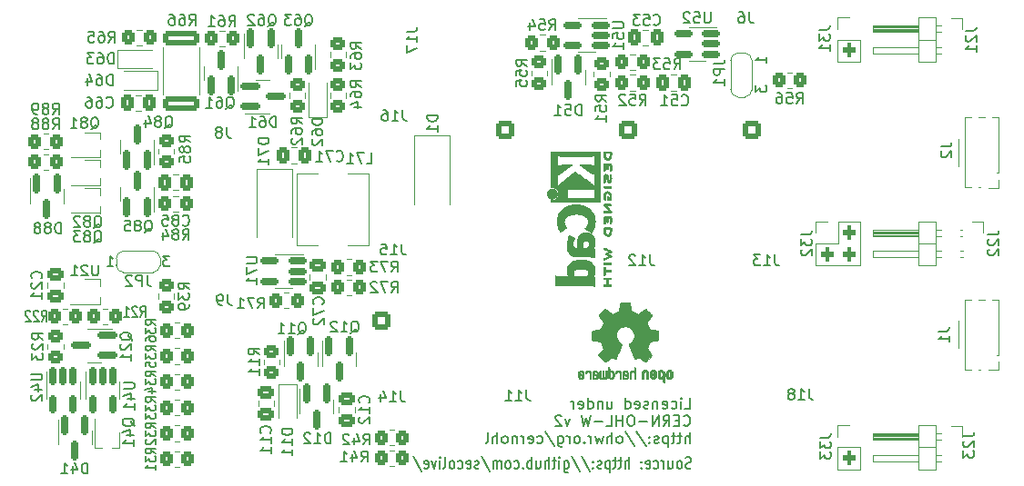
<source format=gbr>
G04 #@! TF.GenerationSoftware,KiCad,Pcbnew,(6.0.10-0)*
G04 #@! TF.CreationDate,2023-01-09T15:38:06+01:00*
G04 #@! TF.ProjectId,ATMEL-ICE-Octopus,41544d45-4c2d-4494-9345-2d4f63746f70,B6*
G04 #@! TF.SameCoordinates,Original*
G04 #@! TF.FileFunction,Legend,Bot*
G04 #@! TF.FilePolarity,Positive*
%FSLAX46Y46*%
G04 Gerber Fmt 4.6, Leading zero omitted, Abs format (unit mm)*
G04 Created by KiCad (PCBNEW (6.0.10-0)) date 2023-01-09 15:38:06*
%MOMM*%
%LPD*%
G01*
G04 APERTURE LIST*
G04 Aperture macros list*
%AMRoundRect*
0 Rectangle with rounded corners*
0 $1 Rounding radius*
0 $2 $3 $4 $5 $6 $7 $8 $9 X,Y pos of 4 corners*
0 Add a 4 corners polygon primitive as box body*
4,1,4,$2,$3,$4,$5,$6,$7,$8,$9,$2,$3,0*
0 Add four circle primitives for the rounded corners*
1,1,$1+$1,$2,$3*
1,1,$1+$1,$4,$5*
1,1,$1+$1,$6,$7*
1,1,$1+$1,$8,$9*
0 Add four rect primitives between the rounded corners*
20,1,$1+$1,$2,$3,$4,$5,0*
20,1,$1+$1,$4,$5,$6,$7,0*
20,1,$1+$1,$6,$7,$8,$9,0*
20,1,$1+$1,$8,$9,$2,$3,0*%
%AMOutline5P*
0 Free polygon, 5 corners , with rotation*
0 The origin of the aperture is its center*
0 number of corners: always 5*
0 $1 to $10 corner X, Y*
0 $11 Rotation angle, in degrees counterclockwise*
0 create outline with 5 corners*
4,1,5,$1,$2,$3,$4,$5,$6,$7,$8,$9,$10,$1,$2,$11*%
%AMOutline6P*
0 Free polygon, 6 corners , with rotation*
0 The origin of the aperture is its center*
0 number of corners: always 6*
0 $1 to $12 corner X, Y*
0 $13 Rotation angle, in degrees counterclockwise*
0 create outline with 6 corners*
4,1,6,$1,$2,$3,$4,$5,$6,$7,$8,$9,$10,$11,$12,$1,$2,$13*%
%AMOutline7P*
0 Free polygon, 7 corners , with rotation*
0 The origin of the aperture is its center*
0 number of corners: always 7*
0 $1 to $14 corner X, Y*
0 $15 Rotation angle, in degrees counterclockwise*
0 create outline with 7 corners*
4,1,7,$1,$2,$3,$4,$5,$6,$7,$8,$9,$10,$11,$12,$13,$14,$1,$2,$15*%
%AMOutline8P*
0 Free polygon, 8 corners , with rotation*
0 The origin of the aperture is its center*
0 number of corners: always 8*
0 $1 to $16 corner X, Y*
0 $17 Rotation angle, in degrees counterclockwise*
0 create outline with 8 corners*
4,1,8,$1,$2,$3,$4,$5,$6,$7,$8,$9,$10,$11,$12,$13,$14,$15,$16,$1,$2,$17*%
%AMFreePoly0*
4,1,22,0.550000,-0.750000,0.000000,-0.750000,0.000000,-0.745033,-0.079941,-0.743568,-0.215256,-0.701293,-0.333266,-0.622738,-0.424486,-0.514219,-0.481581,-0.384460,-0.499164,-0.250000,-0.500000,-0.250000,-0.500000,0.250000,-0.499164,0.250000,-0.499963,0.256109,-0.478152,0.396186,-0.417904,0.524511,-0.324060,0.630769,-0.204165,0.706417,-0.067858,0.745374,0.000000,0.744959,0.000000,0.750000,
0.550000,0.750000,0.550000,-0.750000,0.550000,-0.750000,$1*%
%AMFreePoly1*
4,1,20,0.000000,0.744959,0.073905,0.744508,0.209726,0.703889,0.328688,0.626782,0.421226,0.519385,0.479903,0.390333,0.500000,0.250000,0.500000,-0.250000,0.499851,-0.262216,0.476331,-0.402017,0.414519,-0.529596,0.319384,-0.634700,0.198574,-0.708877,0.061801,-0.746166,0.000000,-0.745033,0.000000,-0.750000,-0.550000,-0.750000,-0.550000,0.750000,0.000000,0.750000,0.000000,0.744959,
0.000000,0.744959,$1*%
G04 Aperture macros list end*
%ADD10C,0.150000*%
%ADD11C,0.120000*%
%ADD12C,0.010000*%
%ADD13C,0.500000*%
%ADD14C,2.500000*%
%ADD15C,1.700000*%
%ADD16O,1.700000X1.700000*%
%ADD17RoundRect,0.250000X-0.600000X-0.600000X0.600000X-0.600000X0.600000X0.600000X-0.600000X0.600000X0*%
%ADD18R,1.700000X1.700000*%
%ADD19RoundRect,0.250000X0.475000X-0.337500X0.475000X0.337500X-0.475000X0.337500X-0.475000X-0.337500X0*%
%ADD20R,2.600000X3.100000*%
%ADD21R,1.800000X3.100000*%
%ADD22Outline8P,-0.600000X0.460000X-0.360000X0.700000X0.360000X0.700000X0.600000X0.460000X0.600000X-0.460000X0.360000X-0.700000X-0.360000X-0.700000X-0.600000X-0.460000X180.000000*%
%ADD23RoundRect,0.420000X0.180000X0.280000X-0.180000X0.280000X-0.180000X-0.280000X0.180000X-0.280000X0*%
%ADD24RoundRect,0.250000X-0.450000X0.350000X-0.450000X-0.350000X0.450000X-0.350000X0.450000X0.350000X0*%
%ADD25R,1.000000X1.000000*%
%ADD26O,1.000000X1.000000*%
%ADD27RoundRect,0.250000X0.450000X-0.350000X0.450000X0.350000X-0.450000X0.350000X-0.450000X-0.350000X0*%
%ADD28RoundRect,0.250000X0.350000X0.450000X-0.350000X0.450000X-0.350000X-0.450000X0.350000X-0.450000X0*%
%ADD29RoundRect,0.250000X0.337500X0.475000X-0.337500X0.475000X-0.337500X-0.475000X0.337500X-0.475000X0*%
%ADD30RoundRect,0.150000X-0.150000X0.775000X-0.150000X-0.775000X0.150000X-0.775000X0.150000X0.775000X0*%
%ADD31RoundRect,0.250000X-0.337500X-0.475000X0.337500X-0.475000X0.337500X0.475000X-0.337500X0.475000X0*%
%ADD32R,1.500000X0.450000*%
%ADD33RoundRect,0.150000X0.775000X0.150000X-0.775000X0.150000X-0.775000X-0.150000X0.775000X-0.150000X0*%
%ADD34RoundRect,0.250000X-0.350000X-0.450000X0.350000X-0.450000X0.350000X0.450000X-0.350000X0.450000X0*%
%ADD35RoundRect,0.150000X0.150000X-0.775000X0.150000X0.775000X-0.150000X0.775000X-0.150000X-0.775000X0*%
%ADD36R,1.350000X1.350000*%
%ADD37O,1.350000X1.350000*%
%ADD38R,0.450000X1.500000*%
%ADD39RoundRect,0.150000X-0.150000X0.675000X-0.150000X-0.675000X0.150000X-0.675000X0.150000X0.675000X0*%
%ADD40R,2.500000X2.200000*%
%ADD41RoundRect,0.150000X0.675000X0.150000X-0.675000X0.150000X-0.675000X-0.150000X0.675000X-0.150000X0*%
%ADD42RoundRect,0.249999X-1.425001X0.450001X-1.425001X-0.450001X1.425001X-0.450001X1.425001X0.450001X0*%
%ADD43FreePoly0,270.000000*%
%ADD44R,1.500000X1.000000*%
%ADD45FreePoly1,270.000000*%
%ADD46RoundRect,0.150000X-0.775000X-0.150000X0.775000X-0.150000X0.775000X0.150000X-0.775000X0.150000X0*%
%ADD47FreePoly0,0.000000*%
%ADD48R,1.000000X1.500000*%
%ADD49FreePoly1,0.000000*%
G04 APERTURE END LIST*
D10*
X162331071Y-120945238D02*
X162202500Y-120997619D01*
X161988214Y-120997619D01*
X161902500Y-120945238D01*
X161859642Y-120892857D01*
X161816785Y-120788095D01*
X161816785Y-120683333D01*
X161859642Y-120578571D01*
X161902500Y-120526190D01*
X161988214Y-120473809D01*
X162159642Y-120421428D01*
X162245357Y-120369047D01*
X162288214Y-120316666D01*
X162331071Y-120211904D01*
X162331071Y-120107142D01*
X162288214Y-120002380D01*
X162245357Y-119950000D01*
X162159642Y-119897619D01*
X161945357Y-119897619D01*
X161816785Y-119950000D01*
X161302500Y-120997619D02*
X161388214Y-120945238D01*
X161431071Y-120892857D01*
X161473928Y-120788095D01*
X161473928Y-120473809D01*
X161431071Y-120369047D01*
X161388214Y-120316666D01*
X161302500Y-120264285D01*
X161173928Y-120264285D01*
X161088214Y-120316666D01*
X161045357Y-120369047D01*
X161002500Y-120473809D01*
X161002500Y-120788095D01*
X161045357Y-120892857D01*
X161088214Y-120945238D01*
X161173928Y-120997619D01*
X161302500Y-120997619D01*
X160231071Y-120264285D02*
X160231071Y-120997619D01*
X160616785Y-120264285D02*
X160616785Y-120840476D01*
X160573928Y-120945238D01*
X160488214Y-120997619D01*
X160359642Y-120997619D01*
X160273928Y-120945238D01*
X160231071Y-120892857D01*
X159802500Y-120997619D02*
X159802500Y-120264285D01*
X159802500Y-120473809D02*
X159759642Y-120369047D01*
X159716785Y-120316666D01*
X159631071Y-120264285D01*
X159545357Y-120264285D01*
X158859642Y-120945238D02*
X158945357Y-120997619D01*
X159116785Y-120997619D01*
X159202500Y-120945238D01*
X159245357Y-120892857D01*
X159288214Y-120788095D01*
X159288214Y-120473809D01*
X159245357Y-120369047D01*
X159202500Y-120316666D01*
X159116785Y-120264285D01*
X158945357Y-120264285D01*
X158859642Y-120316666D01*
X158131071Y-120945238D02*
X158216785Y-120997619D01*
X158388214Y-120997619D01*
X158473928Y-120945238D01*
X158516785Y-120840476D01*
X158516785Y-120421428D01*
X158473928Y-120316666D01*
X158388214Y-120264285D01*
X158216785Y-120264285D01*
X158131071Y-120316666D01*
X158088214Y-120421428D01*
X158088214Y-120526190D01*
X158516785Y-120630952D01*
X157702500Y-120892857D02*
X157659642Y-120945238D01*
X157702500Y-120997619D01*
X157745357Y-120945238D01*
X157702500Y-120892857D01*
X157702500Y-120997619D01*
X157702500Y-120316666D02*
X157659642Y-120369047D01*
X157702500Y-120421428D01*
X157745357Y-120369047D01*
X157702500Y-120316666D01*
X157702500Y-120421428D01*
X156588214Y-120997619D02*
X156588214Y-119897619D01*
X156202500Y-120997619D02*
X156202500Y-120421428D01*
X156245357Y-120316666D01*
X156331071Y-120264285D01*
X156459642Y-120264285D01*
X156545357Y-120316666D01*
X156588214Y-120369047D01*
X155902500Y-120264285D02*
X155559642Y-120264285D01*
X155773928Y-119897619D02*
X155773928Y-120840476D01*
X155731071Y-120945238D01*
X155645357Y-120997619D01*
X155559642Y-120997619D01*
X155388214Y-120264285D02*
X155045357Y-120264285D01*
X155259642Y-119897619D02*
X155259642Y-120840476D01*
X155216785Y-120945238D01*
X155131071Y-120997619D01*
X155045357Y-120997619D01*
X154745357Y-120264285D02*
X154745357Y-121364285D01*
X154745357Y-120316666D02*
X154659642Y-120264285D01*
X154488214Y-120264285D01*
X154402500Y-120316666D01*
X154359642Y-120369047D01*
X154316785Y-120473809D01*
X154316785Y-120788095D01*
X154359642Y-120892857D01*
X154402500Y-120945238D01*
X154488214Y-120997619D01*
X154659642Y-120997619D01*
X154745357Y-120945238D01*
X153973928Y-120945238D02*
X153888214Y-120997619D01*
X153716785Y-120997619D01*
X153631071Y-120945238D01*
X153588214Y-120840476D01*
X153588214Y-120788095D01*
X153631071Y-120683333D01*
X153716785Y-120630952D01*
X153845357Y-120630952D01*
X153931071Y-120578571D01*
X153973928Y-120473809D01*
X153973928Y-120421428D01*
X153931071Y-120316666D01*
X153845357Y-120264285D01*
X153716785Y-120264285D01*
X153631071Y-120316666D01*
X153202500Y-120892857D02*
X153159642Y-120945238D01*
X153202500Y-120997619D01*
X153245357Y-120945238D01*
X153202500Y-120892857D01*
X153202500Y-120997619D01*
X153202500Y-120316666D02*
X153159642Y-120369047D01*
X153202500Y-120421428D01*
X153245357Y-120369047D01*
X153202500Y-120316666D01*
X153202500Y-120421428D01*
X152131071Y-119845238D02*
X152902500Y-121259523D01*
X151188214Y-119845238D02*
X151959642Y-121259523D01*
X150502500Y-120264285D02*
X150502500Y-121154761D01*
X150545357Y-121259523D01*
X150588214Y-121311904D01*
X150673928Y-121364285D01*
X150802500Y-121364285D01*
X150888214Y-121311904D01*
X150502500Y-120945238D02*
X150588214Y-120997619D01*
X150759642Y-120997619D01*
X150845357Y-120945238D01*
X150888214Y-120892857D01*
X150931071Y-120788095D01*
X150931071Y-120473809D01*
X150888214Y-120369047D01*
X150845357Y-120316666D01*
X150759642Y-120264285D01*
X150588214Y-120264285D01*
X150502500Y-120316666D01*
X150073928Y-120997619D02*
X150073928Y-120264285D01*
X150073928Y-119897619D02*
X150116785Y-119950000D01*
X150073928Y-120002380D01*
X150031071Y-119950000D01*
X150073928Y-119897619D01*
X150073928Y-120002380D01*
X149773928Y-120264285D02*
X149431071Y-120264285D01*
X149645357Y-119897619D02*
X149645357Y-120840476D01*
X149602500Y-120945238D01*
X149516785Y-120997619D01*
X149431071Y-120997619D01*
X149131071Y-120997619D02*
X149131071Y-119897619D01*
X148745357Y-120997619D02*
X148745357Y-120421428D01*
X148788214Y-120316666D01*
X148873928Y-120264285D01*
X149002500Y-120264285D01*
X149088214Y-120316666D01*
X149131071Y-120369047D01*
X147931071Y-120264285D02*
X147931071Y-120997619D01*
X148316785Y-120264285D02*
X148316785Y-120840476D01*
X148273928Y-120945238D01*
X148188214Y-120997619D01*
X148059642Y-120997619D01*
X147973928Y-120945238D01*
X147931071Y-120892857D01*
X147502500Y-120997619D02*
X147502500Y-119897619D01*
X147502500Y-120316666D02*
X147416785Y-120264285D01*
X147245357Y-120264285D01*
X147159642Y-120316666D01*
X147116785Y-120369047D01*
X147073928Y-120473809D01*
X147073928Y-120788095D01*
X147116785Y-120892857D01*
X147159642Y-120945238D01*
X147245357Y-120997619D01*
X147416785Y-120997619D01*
X147502500Y-120945238D01*
X146688214Y-120892857D02*
X146645357Y-120945238D01*
X146688214Y-120997619D01*
X146731071Y-120945238D01*
X146688214Y-120892857D01*
X146688214Y-120997619D01*
X145873928Y-120945238D02*
X145959642Y-120997619D01*
X146131071Y-120997619D01*
X146216785Y-120945238D01*
X146259642Y-120892857D01*
X146302500Y-120788095D01*
X146302500Y-120473809D01*
X146259642Y-120369047D01*
X146216785Y-120316666D01*
X146131071Y-120264285D01*
X145959642Y-120264285D01*
X145873928Y-120316666D01*
X145359642Y-120997619D02*
X145445357Y-120945238D01*
X145488214Y-120892857D01*
X145531071Y-120788095D01*
X145531071Y-120473809D01*
X145488214Y-120369047D01*
X145445357Y-120316666D01*
X145359642Y-120264285D01*
X145231071Y-120264285D01*
X145145357Y-120316666D01*
X145102500Y-120369047D01*
X145059642Y-120473809D01*
X145059642Y-120788095D01*
X145102500Y-120892857D01*
X145145357Y-120945238D01*
X145231071Y-120997619D01*
X145359642Y-120997619D01*
X144673928Y-120997619D02*
X144673928Y-120264285D01*
X144673928Y-120369047D02*
X144631071Y-120316666D01*
X144545357Y-120264285D01*
X144416785Y-120264285D01*
X144331071Y-120316666D01*
X144288214Y-120421428D01*
X144288214Y-120997619D01*
X144288214Y-120421428D02*
X144245357Y-120316666D01*
X144159642Y-120264285D01*
X144031071Y-120264285D01*
X143945357Y-120316666D01*
X143902500Y-120421428D01*
X143902500Y-120997619D01*
X142831071Y-119845238D02*
X143602500Y-121259523D01*
X142573928Y-120945238D02*
X142488214Y-120997619D01*
X142316785Y-120997619D01*
X142231071Y-120945238D01*
X142188214Y-120840476D01*
X142188214Y-120788095D01*
X142231071Y-120683333D01*
X142316785Y-120630952D01*
X142445357Y-120630952D01*
X142531071Y-120578571D01*
X142573928Y-120473809D01*
X142573928Y-120421428D01*
X142531071Y-120316666D01*
X142445357Y-120264285D01*
X142316785Y-120264285D01*
X142231071Y-120316666D01*
X141459642Y-120945238D02*
X141545357Y-120997619D01*
X141716785Y-120997619D01*
X141802500Y-120945238D01*
X141845357Y-120840476D01*
X141845357Y-120421428D01*
X141802500Y-120316666D01*
X141716785Y-120264285D01*
X141545357Y-120264285D01*
X141459642Y-120316666D01*
X141416785Y-120421428D01*
X141416785Y-120526190D01*
X141845357Y-120630952D01*
X140645357Y-120945238D02*
X140731071Y-120997619D01*
X140902500Y-120997619D01*
X140988214Y-120945238D01*
X141031071Y-120892857D01*
X141073928Y-120788095D01*
X141073928Y-120473809D01*
X141031071Y-120369047D01*
X140988214Y-120316666D01*
X140902500Y-120264285D01*
X140731071Y-120264285D01*
X140645357Y-120316666D01*
X140131071Y-120997619D02*
X140216785Y-120945238D01*
X140259642Y-120892857D01*
X140302500Y-120788095D01*
X140302500Y-120473809D01*
X140259642Y-120369047D01*
X140216785Y-120316666D01*
X140131071Y-120264285D01*
X140002500Y-120264285D01*
X139916785Y-120316666D01*
X139873928Y-120369047D01*
X139831071Y-120473809D01*
X139831071Y-120788095D01*
X139873928Y-120892857D01*
X139916785Y-120945238D01*
X140002500Y-120997619D01*
X140131071Y-120997619D01*
X139316785Y-120997619D02*
X139402500Y-120945238D01*
X139445357Y-120840476D01*
X139445357Y-119897619D01*
X138973928Y-120997619D02*
X138973928Y-120264285D01*
X138973928Y-119897619D02*
X139016785Y-119950000D01*
X138973928Y-120002380D01*
X138931071Y-119950000D01*
X138973928Y-119897619D01*
X138973928Y-120002380D01*
X138631071Y-120264285D02*
X138416785Y-120997619D01*
X138202500Y-120264285D01*
X137516785Y-120945238D02*
X137602500Y-120997619D01*
X137773928Y-120997619D01*
X137859642Y-120945238D01*
X137902500Y-120840476D01*
X137902500Y-120421428D01*
X137859642Y-120316666D01*
X137773928Y-120264285D01*
X137602500Y-120264285D01*
X137516785Y-120316666D01*
X137473928Y-120421428D01*
X137473928Y-120526190D01*
X137902500Y-120630952D01*
X136445357Y-119845238D02*
X137216785Y-121259523D01*
X161738214Y-115392380D02*
X162214404Y-115392380D01*
X162214404Y-114392380D01*
X161404880Y-115392380D02*
X161404880Y-114725714D01*
X161404880Y-114392380D02*
X161452500Y-114440000D01*
X161404880Y-114487619D01*
X161357261Y-114440000D01*
X161404880Y-114392380D01*
X161404880Y-114487619D01*
X160500119Y-115344761D02*
X160595357Y-115392380D01*
X160785833Y-115392380D01*
X160881071Y-115344761D01*
X160928690Y-115297142D01*
X160976309Y-115201904D01*
X160976309Y-114916190D01*
X160928690Y-114820952D01*
X160881071Y-114773333D01*
X160785833Y-114725714D01*
X160595357Y-114725714D01*
X160500119Y-114773333D01*
X159690595Y-115344761D02*
X159785833Y-115392380D01*
X159976309Y-115392380D01*
X160071547Y-115344761D01*
X160119166Y-115249523D01*
X160119166Y-114868571D01*
X160071547Y-114773333D01*
X159976309Y-114725714D01*
X159785833Y-114725714D01*
X159690595Y-114773333D01*
X159642976Y-114868571D01*
X159642976Y-114963809D01*
X160119166Y-115059047D01*
X159214404Y-114725714D02*
X159214404Y-115392380D01*
X159214404Y-114820952D02*
X159166785Y-114773333D01*
X159071547Y-114725714D01*
X158928690Y-114725714D01*
X158833452Y-114773333D01*
X158785833Y-114868571D01*
X158785833Y-115392380D01*
X158357261Y-115344761D02*
X158262023Y-115392380D01*
X158071547Y-115392380D01*
X157976309Y-115344761D01*
X157928690Y-115249523D01*
X157928690Y-115201904D01*
X157976309Y-115106666D01*
X158071547Y-115059047D01*
X158214404Y-115059047D01*
X158309642Y-115011428D01*
X158357261Y-114916190D01*
X158357261Y-114868571D01*
X158309642Y-114773333D01*
X158214404Y-114725714D01*
X158071547Y-114725714D01*
X157976309Y-114773333D01*
X157119166Y-115344761D02*
X157214404Y-115392380D01*
X157404880Y-115392380D01*
X157500119Y-115344761D01*
X157547738Y-115249523D01*
X157547738Y-114868571D01*
X157500119Y-114773333D01*
X157404880Y-114725714D01*
X157214404Y-114725714D01*
X157119166Y-114773333D01*
X157071547Y-114868571D01*
X157071547Y-114963809D01*
X157547738Y-115059047D01*
X156214404Y-115392380D02*
X156214404Y-114392380D01*
X156214404Y-115344761D02*
X156309642Y-115392380D01*
X156500119Y-115392380D01*
X156595357Y-115344761D01*
X156642976Y-115297142D01*
X156690595Y-115201904D01*
X156690595Y-114916190D01*
X156642976Y-114820952D01*
X156595357Y-114773333D01*
X156500119Y-114725714D01*
X156309642Y-114725714D01*
X156214404Y-114773333D01*
X154547738Y-114725714D02*
X154547738Y-115392380D01*
X154976309Y-114725714D02*
X154976309Y-115249523D01*
X154928690Y-115344761D01*
X154833452Y-115392380D01*
X154690595Y-115392380D01*
X154595357Y-115344761D01*
X154547738Y-115297142D01*
X154071547Y-114725714D02*
X154071547Y-115392380D01*
X154071547Y-114820952D02*
X154023928Y-114773333D01*
X153928690Y-114725714D01*
X153785833Y-114725714D01*
X153690595Y-114773333D01*
X153642976Y-114868571D01*
X153642976Y-115392380D01*
X152738214Y-115392380D02*
X152738214Y-114392380D01*
X152738214Y-115344761D02*
X152833452Y-115392380D01*
X153023928Y-115392380D01*
X153119166Y-115344761D01*
X153166785Y-115297142D01*
X153214404Y-115201904D01*
X153214404Y-114916190D01*
X153166785Y-114820952D01*
X153119166Y-114773333D01*
X153023928Y-114725714D01*
X152833452Y-114725714D01*
X152738214Y-114773333D01*
X151881071Y-115344761D02*
X151976309Y-115392380D01*
X152166785Y-115392380D01*
X152262023Y-115344761D01*
X152309642Y-115249523D01*
X152309642Y-114868571D01*
X152262023Y-114773333D01*
X152166785Y-114725714D01*
X151976309Y-114725714D01*
X151881071Y-114773333D01*
X151833452Y-114868571D01*
X151833452Y-114963809D01*
X152309642Y-115059047D01*
X151404880Y-115392380D02*
X151404880Y-114725714D01*
X151404880Y-114916190D02*
X151357261Y-114820952D01*
X151309642Y-114773333D01*
X151214404Y-114725714D01*
X151119166Y-114725714D01*
X161642976Y-116907142D02*
X161690595Y-116954761D01*
X161833452Y-117002380D01*
X161928690Y-117002380D01*
X162071547Y-116954761D01*
X162166785Y-116859523D01*
X162214404Y-116764285D01*
X162262023Y-116573809D01*
X162262023Y-116430952D01*
X162214404Y-116240476D01*
X162166785Y-116145238D01*
X162071547Y-116050000D01*
X161928690Y-116002380D01*
X161833452Y-116002380D01*
X161690595Y-116050000D01*
X161642976Y-116097619D01*
X161214404Y-116478571D02*
X160881071Y-116478571D01*
X160738214Y-117002380D02*
X161214404Y-117002380D01*
X161214404Y-116002380D01*
X160738214Y-116002380D01*
X159738214Y-117002380D02*
X160071547Y-116526190D01*
X160309642Y-117002380D02*
X160309642Y-116002380D01*
X159928690Y-116002380D01*
X159833452Y-116050000D01*
X159785833Y-116097619D01*
X159738214Y-116192857D01*
X159738214Y-116335714D01*
X159785833Y-116430952D01*
X159833452Y-116478571D01*
X159928690Y-116526190D01*
X160309642Y-116526190D01*
X159309642Y-117002380D02*
X159309642Y-116002380D01*
X158738214Y-117002380D01*
X158738214Y-116002380D01*
X158262023Y-116621428D02*
X157500119Y-116621428D01*
X156833452Y-116002380D02*
X156642976Y-116002380D01*
X156547738Y-116050000D01*
X156452500Y-116145238D01*
X156404880Y-116335714D01*
X156404880Y-116669047D01*
X156452500Y-116859523D01*
X156547738Y-116954761D01*
X156642976Y-117002380D01*
X156833452Y-117002380D01*
X156928690Y-116954761D01*
X157023928Y-116859523D01*
X157071547Y-116669047D01*
X157071547Y-116335714D01*
X157023928Y-116145238D01*
X156928690Y-116050000D01*
X156833452Y-116002380D01*
X155976309Y-117002380D02*
X155976309Y-116002380D01*
X155976309Y-116478571D02*
X155404880Y-116478571D01*
X155404880Y-117002380D02*
X155404880Y-116002380D01*
X154452500Y-117002380D02*
X154928690Y-117002380D01*
X154928690Y-116002380D01*
X154119166Y-116621428D02*
X153357261Y-116621428D01*
X152976309Y-116002380D02*
X152738214Y-117002380D01*
X152547738Y-116288095D01*
X152357261Y-117002380D01*
X152119166Y-116002380D01*
X151071547Y-116335714D02*
X150833452Y-117002380D01*
X150595357Y-116335714D01*
X150262023Y-116097619D02*
X150214404Y-116050000D01*
X150119166Y-116002380D01*
X149881071Y-116002380D01*
X149785833Y-116050000D01*
X149738214Y-116097619D01*
X149690595Y-116192857D01*
X149690595Y-116288095D01*
X149738214Y-116430952D01*
X150309642Y-117002380D01*
X149690595Y-117002380D01*
X162214404Y-118612380D02*
X162214404Y-117612380D01*
X161785833Y-118612380D02*
X161785833Y-118088571D01*
X161833452Y-117993333D01*
X161928690Y-117945714D01*
X162071547Y-117945714D01*
X162166785Y-117993333D01*
X162214404Y-118040952D01*
X161452500Y-117945714D02*
X161071547Y-117945714D01*
X161309642Y-117612380D02*
X161309642Y-118469523D01*
X161262023Y-118564761D01*
X161166785Y-118612380D01*
X161071547Y-118612380D01*
X160881071Y-117945714D02*
X160500119Y-117945714D01*
X160738214Y-117612380D02*
X160738214Y-118469523D01*
X160690595Y-118564761D01*
X160595357Y-118612380D01*
X160500119Y-118612380D01*
X160166785Y-117945714D02*
X160166785Y-118945714D01*
X160166785Y-117993333D02*
X160071547Y-117945714D01*
X159881071Y-117945714D01*
X159785833Y-117993333D01*
X159738214Y-118040952D01*
X159690595Y-118136190D01*
X159690595Y-118421904D01*
X159738214Y-118517142D01*
X159785833Y-118564761D01*
X159881071Y-118612380D01*
X160071547Y-118612380D01*
X160166785Y-118564761D01*
X159309642Y-118564761D02*
X159214404Y-118612380D01*
X159023928Y-118612380D01*
X158928690Y-118564761D01*
X158881071Y-118469523D01*
X158881071Y-118421904D01*
X158928690Y-118326666D01*
X159023928Y-118279047D01*
X159166785Y-118279047D01*
X159262023Y-118231428D01*
X159309642Y-118136190D01*
X159309642Y-118088571D01*
X159262023Y-117993333D01*
X159166785Y-117945714D01*
X159023928Y-117945714D01*
X158928690Y-117993333D01*
X158452500Y-118517142D02*
X158404880Y-118564761D01*
X158452500Y-118612380D01*
X158500119Y-118564761D01*
X158452500Y-118517142D01*
X158452500Y-118612380D01*
X158452500Y-117993333D02*
X158404880Y-118040952D01*
X158452500Y-118088571D01*
X158500119Y-118040952D01*
X158452500Y-117993333D01*
X158452500Y-118088571D01*
X157262023Y-117564761D02*
X158119166Y-118850476D01*
X156214404Y-117564761D02*
X157071547Y-118850476D01*
X155738214Y-118612380D02*
X155833452Y-118564761D01*
X155881071Y-118517142D01*
X155928690Y-118421904D01*
X155928690Y-118136190D01*
X155881071Y-118040952D01*
X155833452Y-117993333D01*
X155738214Y-117945714D01*
X155595357Y-117945714D01*
X155500119Y-117993333D01*
X155452500Y-118040952D01*
X155404880Y-118136190D01*
X155404880Y-118421904D01*
X155452500Y-118517142D01*
X155500119Y-118564761D01*
X155595357Y-118612380D01*
X155738214Y-118612380D01*
X154976309Y-118612380D02*
X154976309Y-117612380D01*
X154547738Y-118612380D02*
X154547738Y-118088571D01*
X154595357Y-117993333D01*
X154690595Y-117945714D01*
X154833452Y-117945714D01*
X154928690Y-117993333D01*
X154976309Y-118040952D01*
X154166785Y-117945714D02*
X153976309Y-118612380D01*
X153785833Y-118136190D01*
X153595357Y-118612380D01*
X153404880Y-117945714D01*
X153023928Y-118612380D02*
X153023928Y-117945714D01*
X153023928Y-118136190D02*
X152976309Y-118040952D01*
X152928690Y-117993333D01*
X152833452Y-117945714D01*
X152738214Y-117945714D01*
X152404880Y-118517142D02*
X152357261Y-118564761D01*
X152404880Y-118612380D01*
X152452500Y-118564761D01*
X152404880Y-118517142D01*
X152404880Y-118612380D01*
X151785833Y-118612380D02*
X151881071Y-118564761D01*
X151928690Y-118517142D01*
X151976309Y-118421904D01*
X151976309Y-118136190D01*
X151928690Y-118040952D01*
X151881071Y-117993333D01*
X151785833Y-117945714D01*
X151642976Y-117945714D01*
X151547738Y-117993333D01*
X151500119Y-118040952D01*
X151452500Y-118136190D01*
X151452500Y-118421904D01*
X151500119Y-118517142D01*
X151547738Y-118564761D01*
X151642976Y-118612380D01*
X151785833Y-118612380D01*
X151023928Y-118612380D02*
X151023928Y-117945714D01*
X151023928Y-118136190D02*
X150976309Y-118040952D01*
X150928690Y-117993333D01*
X150833452Y-117945714D01*
X150738214Y-117945714D01*
X149976309Y-117945714D02*
X149976309Y-118755238D01*
X150023928Y-118850476D01*
X150071547Y-118898095D01*
X150166785Y-118945714D01*
X150309642Y-118945714D01*
X150404880Y-118898095D01*
X149976309Y-118564761D02*
X150071547Y-118612380D01*
X150262023Y-118612380D01*
X150357261Y-118564761D01*
X150404880Y-118517142D01*
X150452500Y-118421904D01*
X150452500Y-118136190D01*
X150404880Y-118040952D01*
X150357261Y-117993333D01*
X150262023Y-117945714D01*
X150071547Y-117945714D01*
X149976309Y-117993333D01*
X148785833Y-117564761D02*
X149642976Y-118850476D01*
X148023928Y-118564761D02*
X148119166Y-118612380D01*
X148309642Y-118612380D01*
X148404880Y-118564761D01*
X148452500Y-118517142D01*
X148500119Y-118421904D01*
X148500119Y-118136190D01*
X148452500Y-118040952D01*
X148404880Y-117993333D01*
X148309642Y-117945714D01*
X148119166Y-117945714D01*
X148023928Y-117993333D01*
X147214404Y-118564761D02*
X147309642Y-118612380D01*
X147500119Y-118612380D01*
X147595357Y-118564761D01*
X147642976Y-118469523D01*
X147642976Y-118088571D01*
X147595357Y-117993333D01*
X147500119Y-117945714D01*
X147309642Y-117945714D01*
X147214404Y-117993333D01*
X147166785Y-118088571D01*
X147166785Y-118183809D01*
X147642976Y-118279047D01*
X146738214Y-118612380D02*
X146738214Y-117945714D01*
X146738214Y-118136190D02*
X146690595Y-118040952D01*
X146642976Y-117993333D01*
X146547738Y-117945714D01*
X146452500Y-117945714D01*
X146119166Y-117945714D02*
X146119166Y-118612380D01*
X146119166Y-118040952D02*
X146071547Y-117993333D01*
X145976309Y-117945714D01*
X145833452Y-117945714D01*
X145738214Y-117993333D01*
X145690595Y-118088571D01*
X145690595Y-118612380D01*
X145071547Y-118612380D02*
X145166785Y-118564761D01*
X145214404Y-118517142D01*
X145262023Y-118421904D01*
X145262023Y-118136190D01*
X145214404Y-118040952D01*
X145166785Y-117993333D01*
X145071547Y-117945714D01*
X144928690Y-117945714D01*
X144833452Y-117993333D01*
X144785833Y-118040952D01*
X144738214Y-118136190D01*
X144738214Y-118421904D01*
X144785833Y-118517142D01*
X144833452Y-118564761D01*
X144928690Y-118612380D01*
X145071547Y-118612380D01*
X144309642Y-118612380D02*
X144309642Y-117612380D01*
X143881071Y-118612380D02*
X143881071Y-118088571D01*
X143928690Y-117993333D01*
X144023928Y-117945714D01*
X144166785Y-117945714D01*
X144262023Y-117993333D01*
X144309642Y-118040952D01*
X143262023Y-118612380D02*
X143357261Y-118564761D01*
X143404880Y-118469523D01*
X143404880Y-117612380D01*
G04 #@! TO.C,J9*
X119233333Y-104752380D02*
X119233333Y-105466666D01*
X119280952Y-105609523D01*
X119376190Y-105704761D01*
X119519047Y-105752380D01*
X119614285Y-105752380D01*
X118709523Y-105752380D02*
X118519047Y-105752380D01*
X118423809Y-105704761D01*
X118376190Y-105657142D01*
X118280952Y-105514285D01*
X118233333Y-105323809D01*
X118233333Y-104942857D01*
X118280952Y-104847619D01*
X118328571Y-104800000D01*
X118423809Y-104752380D01*
X118614285Y-104752380D01*
X118709523Y-104800000D01*
X118757142Y-104847619D01*
X118804761Y-104942857D01*
X118804761Y-105180952D01*
X118757142Y-105276190D01*
X118709523Y-105323809D01*
X118614285Y-105371428D01*
X118423809Y-105371428D01*
X118328571Y-105323809D01*
X118280952Y-105276190D01*
X118233333Y-105180952D01*
G04 #@! TO.C,J12*
X158509523Y-101052380D02*
X158509523Y-101766666D01*
X158557142Y-101909523D01*
X158652380Y-102004761D01*
X158795238Y-102052380D01*
X158890476Y-102052380D01*
X157509523Y-102052380D02*
X158080952Y-102052380D01*
X157795238Y-102052380D02*
X157795238Y-101052380D01*
X157890476Y-101195238D01*
X157985714Y-101290476D01*
X158080952Y-101338095D01*
X157128571Y-101147619D02*
X157080952Y-101100000D01*
X156985714Y-101052380D01*
X156747619Y-101052380D01*
X156652380Y-101100000D01*
X156604761Y-101147619D01*
X156557142Y-101242857D01*
X156557142Y-101338095D01*
X156604761Y-101480952D01*
X157176190Y-102052380D01*
X156557142Y-102052380D01*
G04 #@! TO.C,J6*
X167733333Y-78452380D02*
X167733333Y-79166666D01*
X167780952Y-79309523D01*
X167876190Y-79404761D01*
X168019047Y-79452380D01*
X168114285Y-79452380D01*
X166828571Y-78452380D02*
X167019047Y-78452380D01*
X167114285Y-78500000D01*
X167161904Y-78547619D01*
X167257142Y-78690476D01*
X167304761Y-78880952D01*
X167304761Y-79261904D01*
X167257142Y-79357142D01*
X167209523Y-79404761D01*
X167114285Y-79452380D01*
X166923809Y-79452380D01*
X166828571Y-79404761D01*
X166780952Y-79357142D01*
X166733333Y-79261904D01*
X166733333Y-79023809D01*
X166780952Y-78928571D01*
X166828571Y-78880952D01*
X166923809Y-78833333D01*
X167114285Y-78833333D01*
X167209523Y-78880952D01*
X167257142Y-78928571D01*
X167304761Y-79023809D01*
G04 #@! TO.C,J18*
X173309523Y-113552380D02*
X173309523Y-114266666D01*
X173357142Y-114409523D01*
X173452380Y-114504761D01*
X173595238Y-114552380D01*
X173690476Y-114552380D01*
X172309523Y-114552380D02*
X172880952Y-114552380D01*
X172595238Y-114552380D02*
X172595238Y-113552380D01*
X172690476Y-113695238D01*
X172785714Y-113790476D01*
X172880952Y-113838095D01*
X171738095Y-113980952D02*
X171833333Y-113933333D01*
X171880952Y-113885714D01*
X171928571Y-113790476D01*
X171928571Y-113742857D01*
X171880952Y-113647619D01*
X171833333Y-113600000D01*
X171738095Y-113552380D01*
X171547619Y-113552380D01*
X171452380Y-113600000D01*
X171404761Y-113647619D01*
X171357142Y-113742857D01*
X171357142Y-113790476D01*
X171404761Y-113885714D01*
X171452380Y-113933333D01*
X171547619Y-113980952D01*
X171738095Y-113980952D01*
X171833333Y-114028571D01*
X171880952Y-114076190D01*
X171928571Y-114171428D01*
X171928571Y-114361904D01*
X171880952Y-114457142D01*
X171833333Y-114504761D01*
X171738095Y-114552380D01*
X171547619Y-114552380D01*
X171452380Y-114504761D01*
X171404761Y-114457142D01*
X171357142Y-114361904D01*
X171357142Y-114171428D01*
X171404761Y-114076190D01*
X171452380Y-114028571D01*
X171547619Y-113980952D01*
G04 #@! TO.C,J16*
X135509523Y-87552380D02*
X135509523Y-88266666D01*
X135557142Y-88409523D01*
X135652380Y-88504761D01*
X135795238Y-88552380D01*
X135890476Y-88552380D01*
X134509523Y-88552380D02*
X135080952Y-88552380D01*
X134795238Y-88552380D02*
X134795238Y-87552380D01*
X134890476Y-87695238D01*
X134985714Y-87790476D01*
X135080952Y-87838095D01*
X133652380Y-87552380D02*
X133842857Y-87552380D01*
X133938095Y-87600000D01*
X133985714Y-87647619D01*
X134080952Y-87790476D01*
X134128571Y-87980952D01*
X134128571Y-88361904D01*
X134080952Y-88457142D01*
X134033333Y-88504761D01*
X133938095Y-88552380D01*
X133747619Y-88552380D01*
X133652380Y-88504761D01*
X133604761Y-88457142D01*
X133557142Y-88361904D01*
X133557142Y-88123809D01*
X133604761Y-88028571D01*
X133652380Y-87980952D01*
X133747619Y-87933333D01*
X133938095Y-87933333D01*
X134033333Y-87980952D01*
X134080952Y-88028571D01*
X134128571Y-88123809D01*
G04 #@! TO.C,J14*
X135309523Y-113752380D02*
X135309523Y-114466666D01*
X135357142Y-114609523D01*
X135452380Y-114704761D01*
X135595238Y-114752380D01*
X135690476Y-114752380D01*
X134309523Y-114752380D02*
X134880952Y-114752380D01*
X134595238Y-114752380D02*
X134595238Y-113752380D01*
X134690476Y-113895238D01*
X134785714Y-113990476D01*
X134880952Y-114038095D01*
X133452380Y-114085714D02*
X133452380Y-114752380D01*
X133690476Y-113704761D02*
X133928571Y-114419047D01*
X133309523Y-114419047D01*
G04 #@! TO.C,J11*
X147009523Y-113652380D02*
X147009523Y-114366666D01*
X147057142Y-114509523D01*
X147152380Y-114604761D01*
X147295238Y-114652380D01*
X147390476Y-114652380D01*
X146009523Y-114652380D02*
X146580952Y-114652380D01*
X146295238Y-114652380D02*
X146295238Y-113652380D01*
X146390476Y-113795238D01*
X146485714Y-113890476D01*
X146580952Y-113938095D01*
X145057142Y-114652380D02*
X145628571Y-114652380D01*
X145342857Y-114652380D02*
X145342857Y-113652380D01*
X145438095Y-113795238D01*
X145533333Y-113890476D01*
X145628571Y-113938095D01*
G04 #@! TO.C,J17*
X135852380Y-80240476D02*
X136566666Y-80240476D01*
X136709523Y-80192857D01*
X136804761Y-80097619D01*
X136852380Y-79954761D01*
X136852380Y-79859523D01*
X136852380Y-81240476D02*
X136852380Y-80669047D01*
X136852380Y-80954761D02*
X135852380Y-80954761D01*
X135995238Y-80859523D01*
X136090476Y-80764285D01*
X136138095Y-80669047D01*
X135852380Y-81573809D02*
X135852380Y-82240476D01*
X136852380Y-81811904D01*
G04 #@! TO.C,J13*
X170109523Y-101052380D02*
X170109523Y-101766666D01*
X170157142Y-101909523D01*
X170252380Y-102004761D01*
X170395238Y-102052380D01*
X170490476Y-102052380D01*
X169109523Y-102052380D02*
X169680952Y-102052380D01*
X169395238Y-102052380D02*
X169395238Y-101052380D01*
X169490476Y-101195238D01*
X169585714Y-101290476D01*
X169680952Y-101338095D01*
X168776190Y-101052380D02*
X168157142Y-101052380D01*
X168490476Y-101433333D01*
X168347619Y-101433333D01*
X168252380Y-101480952D01*
X168204761Y-101528571D01*
X168157142Y-101623809D01*
X168157142Y-101861904D01*
X168204761Y-101957142D01*
X168252380Y-102004761D01*
X168347619Y-102052380D01*
X168633333Y-102052380D01*
X168728571Y-102004761D01*
X168776190Y-101957142D01*
G04 #@! TO.C,J15*
X135409523Y-100052380D02*
X135409523Y-100766666D01*
X135457142Y-100909523D01*
X135552380Y-101004761D01*
X135695238Y-101052380D01*
X135790476Y-101052380D01*
X134409523Y-101052380D02*
X134980952Y-101052380D01*
X134695238Y-101052380D02*
X134695238Y-100052380D01*
X134790476Y-100195238D01*
X134885714Y-100290476D01*
X134980952Y-100338095D01*
X133504761Y-100052380D02*
X133980952Y-100052380D01*
X134028571Y-100528571D01*
X133980952Y-100480952D01*
X133885714Y-100433333D01*
X133647619Y-100433333D01*
X133552380Y-100480952D01*
X133504761Y-100528571D01*
X133457142Y-100623809D01*
X133457142Y-100861904D01*
X133504761Y-100957142D01*
X133552380Y-101004761D01*
X133647619Y-101052380D01*
X133885714Y-101052380D01*
X133980952Y-101004761D01*
X134028571Y-100957142D01*
G04 #@! TO.C,J8*
X119133333Y-89152380D02*
X119133333Y-89866666D01*
X119180952Y-90009523D01*
X119276190Y-90104761D01*
X119419047Y-90152380D01*
X119514285Y-90152380D01*
X118514285Y-89580952D02*
X118609523Y-89533333D01*
X118657142Y-89485714D01*
X118704761Y-89390476D01*
X118704761Y-89342857D01*
X118657142Y-89247619D01*
X118609523Y-89200000D01*
X118514285Y-89152380D01*
X118323809Y-89152380D01*
X118228571Y-89200000D01*
X118180952Y-89247619D01*
X118133333Y-89342857D01*
X118133333Y-89390476D01*
X118180952Y-89485714D01*
X118228571Y-89533333D01*
X118323809Y-89580952D01*
X118514285Y-89580952D01*
X118609523Y-89628571D01*
X118657142Y-89676190D01*
X118704761Y-89771428D01*
X118704761Y-89961904D01*
X118657142Y-90057142D01*
X118609523Y-90104761D01*
X118514285Y-90152380D01*
X118323809Y-90152380D01*
X118228571Y-90104761D01*
X118180952Y-90057142D01*
X118133333Y-89961904D01*
X118133333Y-89771428D01*
X118180952Y-89676190D01*
X118228571Y-89628571D01*
X118323809Y-89580952D01*
G04 #@! TO.C,C11*
X123157142Y-117657142D02*
X123204761Y-117609523D01*
X123252380Y-117466666D01*
X123252380Y-117371428D01*
X123204761Y-117228571D01*
X123109523Y-117133333D01*
X123014285Y-117085714D01*
X122823809Y-117038095D01*
X122680952Y-117038095D01*
X122490476Y-117085714D01*
X122395238Y-117133333D01*
X122300000Y-117228571D01*
X122252380Y-117371428D01*
X122252380Y-117466666D01*
X122300000Y-117609523D01*
X122347619Y-117657142D01*
X123252380Y-118609523D02*
X123252380Y-118038095D01*
X123252380Y-118323809D02*
X122252380Y-118323809D01*
X122395238Y-118228571D01*
X122490476Y-118133333D01*
X122538095Y-118038095D01*
X123252380Y-119561904D02*
X123252380Y-118990476D01*
X123252380Y-119276190D02*
X122252380Y-119276190D01*
X122395238Y-119180952D01*
X122490476Y-119085714D01*
X122538095Y-118990476D01*
G04 #@! TO.C,D1*
X138752380Y-88061904D02*
X137752380Y-88061904D01*
X137752380Y-88300000D01*
X137800000Y-88442857D01*
X137895238Y-88538095D01*
X137990476Y-88585714D01*
X138180952Y-88633333D01*
X138323809Y-88633333D01*
X138514285Y-88585714D01*
X138609523Y-88538095D01*
X138704761Y-88442857D01*
X138752380Y-88300000D01*
X138752380Y-88061904D01*
X138752380Y-89585714D02*
X138752380Y-89014285D01*
X138752380Y-89300000D02*
X137752380Y-89300000D01*
X137895238Y-89204761D01*
X137990476Y-89109523D01*
X138038095Y-89014285D01*
G04 #@! TO.C,J31*
X174252380Y-80090476D02*
X174966666Y-80090476D01*
X175109523Y-80042857D01*
X175204761Y-79947619D01*
X175252380Y-79804761D01*
X175252380Y-79709523D01*
X174252380Y-80471428D02*
X174252380Y-81090476D01*
X174633333Y-80757142D01*
X174633333Y-80900000D01*
X174680952Y-80995238D01*
X174728571Y-81042857D01*
X174823809Y-81090476D01*
X175061904Y-81090476D01*
X175157142Y-81042857D01*
X175204761Y-80995238D01*
X175252380Y-80900000D01*
X175252380Y-80614285D01*
X175204761Y-80519047D01*
X175157142Y-80471428D01*
X175252380Y-82042857D02*
X175252380Y-81471428D01*
X175252380Y-81757142D02*
X174252380Y-81757142D01*
X174395238Y-81661904D01*
X174490476Y-81566666D01*
X174538095Y-81471428D01*
G04 #@! TO.C,R23*
X102052380Y-108957142D02*
X101576190Y-108623809D01*
X102052380Y-108385714D02*
X101052380Y-108385714D01*
X101052380Y-108766666D01*
X101100000Y-108861904D01*
X101147619Y-108909523D01*
X101242857Y-108957142D01*
X101385714Y-108957142D01*
X101480952Y-108909523D01*
X101528571Y-108861904D01*
X101576190Y-108766666D01*
X101576190Y-108385714D01*
X101147619Y-109338095D02*
X101100000Y-109385714D01*
X101052380Y-109480952D01*
X101052380Y-109719047D01*
X101100000Y-109814285D01*
X101147619Y-109861904D01*
X101242857Y-109909523D01*
X101338095Y-109909523D01*
X101480952Y-109861904D01*
X102052380Y-109290476D01*
X102052380Y-109909523D01*
X101052380Y-110242857D02*
X101052380Y-110861904D01*
X101433333Y-110528571D01*
X101433333Y-110671428D01*
X101480952Y-110766666D01*
X101528571Y-110814285D01*
X101623809Y-110861904D01*
X101861904Y-110861904D01*
X101957142Y-110814285D01*
X102004761Y-110766666D01*
X102052380Y-110671428D01*
X102052380Y-110385714D01*
X102004761Y-110290476D01*
X101957142Y-110242857D01*
G04 #@! TO.C,J1*
X185352380Y-108176666D02*
X186066666Y-108176666D01*
X186209523Y-108129047D01*
X186304761Y-108033809D01*
X186352380Y-107890952D01*
X186352380Y-107795714D01*
X186352380Y-109176666D02*
X186352380Y-108605238D01*
X186352380Y-108890952D02*
X185352380Y-108890952D01*
X185495238Y-108795714D01*
X185590476Y-108700476D01*
X185638095Y-108605238D01*
G04 #@! TO.C,R62*
X126152380Y-88857142D02*
X125676190Y-88523809D01*
X126152380Y-88285714D02*
X125152380Y-88285714D01*
X125152380Y-88666666D01*
X125200000Y-88761904D01*
X125247619Y-88809523D01*
X125342857Y-88857142D01*
X125485714Y-88857142D01*
X125580952Y-88809523D01*
X125628571Y-88761904D01*
X125676190Y-88666666D01*
X125676190Y-88285714D01*
X125152380Y-89714285D02*
X125152380Y-89523809D01*
X125200000Y-89428571D01*
X125247619Y-89380952D01*
X125390476Y-89285714D01*
X125580952Y-89238095D01*
X125961904Y-89238095D01*
X126057142Y-89285714D01*
X126104761Y-89333333D01*
X126152380Y-89428571D01*
X126152380Y-89619047D01*
X126104761Y-89714285D01*
X126057142Y-89761904D01*
X125961904Y-89809523D01*
X125723809Y-89809523D01*
X125628571Y-89761904D01*
X125580952Y-89714285D01*
X125533333Y-89619047D01*
X125533333Y-89428571D01*
X125580952Y-89333333D01*
X125628571Y-89285714D01*
X125723809Y-89238095D01*
X125247619Y-90190476D02*
X125200000Y-90238095D01*
X125152380Y-90333333D01*
X125152380Y-90571428D01*
X125200000Y-90666666D01*
X125247619Y-90714285D01*
X125342857Y-90761904D01*
X125438095Y-90761904D01*
X125580952Y-90714285D01*
X126152380Y-90142857D01*
X126152380Y-90761904D01*
G04 #@! TO.C,R89*
X102942857Y-87952380D02*
X103276190Y-87476190D01*
X103514285Y-87952380D02*
X103514285Y-86952380D01*
X103133333Y-86952380D01*
X103038095Y-87000000D01*
X102990476Y-87047619D01*
X102942857Y-87142857D01*
X102942857Y-87285714D01*
X102990476Y-87380952D01*
X103038095Y-87428571D01*
X103133333Y-87476190D01*
X103514285Y-87476190D01*
X102371428Y-87380952D02*
X102466666Y-87333333D01*
X102514285Y-87285714D01*
X102561904Y-87190476D01*
X102561904Y-87142857D01*
X102514285Y-87047619D01*
X102466666Y-87000000D01*
X102371428Y-86952380D01*
X102180952Y-86952380D01*
X102085714Y-87000000D01*
X102038095Y-87047619D01*
X101990476Y-87142857D01*
X101990476Y-87190476D01*
X102038095Y-87285714D01*
X102085714Y-87333333D01*
X102180952Y-87380952D01*
X102371428Y-87380952D01*
X102466666Y-87428571D01*
X102514285Y-87476190D01*
X102561904Y-87571428D01*
X102561904Y-87761904D01*
X102514285Y-87857142D01*
X102466666Y-87904761D01*
X102371428Y-87952380D01*
X102180952Y-87952380D01*
X102085714Y-87904761D01*
X102038095Y-87857142D01*
X101990476Y-87761904D01*
X101990476Y-87571428D01*
X102038095Y-87476190D01*
X102085714Y-87428571D01*
X102180952Y-87380952D01*
X101514285Y-87952380D02*
X101323809Y-87952380D01*
X101228571Y-87904761D01*
X101180952Y-87857142D01*
X101085714Y-87714285D01*
X101038095Y-87523809D01*
X101038095Y-87142857D01*
X101085714Y-87047619D01*
X101133333Y-87000000D01*
X101228571Y-86952380D01*
X101419047Y-86952380D01*
X101514285Y-87000000D01*
X101561904Y-87047619D01*
X101609523Y-87142857D01*
X101609523Y-87380952D01*
X101561904Y-87476190D01*
X101514285Y-87523809D01*
X101419047Y-87571428D01*
X101228571Y-87571428D01*
X101133333Y-87523809D01*
X101085714Y-87476190D01*
X101038095Y-87380952D01*
G04 #@! TO.C,R39*
X115652380Y-104257142D02*
X115176190Y-103923809D01*
X115652380Y-103685714D02*
X114652380Y-103685714D01*
X114652380Y-104066666D01*
X114700000Y-104161904D01*
X114747619Y-104209523D01*
X114842857Y-104257142D01*
X114985714Y-104257142D01*
X115080952Y-104209523D01*
X115128571Y-104161904D01*
X115176190Y-104066666D01*
X115176190Y-103685714D01*
X114652380Y-104590476D02*
X114652380Y-105209523D01*
X115033333Y-104876190D01*
X115033333Y-105019047D01*
X115080952Y-105114285D01*
X115128571Y-105161904D01*
X115223809Y-105209523D01*
X115461904Y-105209523D01*
X115557142Y-105161904D01*
X115604761Y-105114285D01*
X115652380Y-105019047D01*
X115652380Y-104733333D01*
X115604761Y-104638095D01*
X115557142Y-104590476D01*
X115652380Y-105685714D02*
X115652380Y-105876190D01*
X115604761Y-105971428D01*
X115557142Y-106019047D01*
X115414285Y-106114285D01*
X115223809Y-106161904D01*
X114842857Y-106161904D01*
X114747619Y-106114285D01*
X114700000Y-106066666D01*
X114652380Y-105971428D01*
X114652380Y-105780952D01*
X114700000Y-105685714D01*
X114747619Y-105638095D01*
X114842857Y-105590476D01*
X115080952Y-105590476D01*
X115176190Y-105638095D01*
X115223809Y-105685714D01*
X115271428Y-105780952D01*
X115271428Y-105971428D01*
X115223809Y-106066666D01*
X115176190Y-106114285D01*
X115080952Y-106161904D01*
G04 #@! TO.C,R41*
X131642857Y-120352380D02*
X131976190Y-119876190D01*
X132214285Y-120352380D02*
X132214285Y-119352380D01*
X131833333Y-119352380D01*
X131738095Y-119400000D01*
X131690476Y-119447619D01*
X131642857Y-119542857D01*
X131642857Y-119685714D01*
X131690476Y-119780952D01*
X131738095Y-119828571D01*
X131833333Y-119876190D01*
X132214285Y-119876190D01*
X130785714Y-119685714D02*
X130785714Y-120352380D01*
X131023809Y-119304761D02*
X131261904Y-120019047D01*
X130642857Y-120019047D01*
X129738095Y-120352380D02*
X130309523Y-120352380D01*
X130023809Y-120352380D02*
X130023809Y-119352380D01*
X130119047Y-119495238D01*
X130214285Y-119590476D01*
X130309523Y-119638095D01*
G04 #@! TO.C,R35*
X112552380Y-109985714D02*
X112076190Y-109719047D01*
X112552380Y-109528571D02*
X111552380Y-109528571D01*
X111552380Y-109833333D01*
X111600000Y-109909523D01*
X111647619Y-109947619D01*
X111742857Y-109985714D01*
X111885714Y-109985714D01*
X111980952Y-109947619D01*
X112028571Y-109909523D01*
X112076190Y-109833333D01*
X112076190Y-109528571D01*
X111552380Y-110252380D02*
X111552380Y-110747619D01*
X111933333Y-110480952D01*
X111933333Y-110595238D01*
X111980952Y-110671428D01*
X112028571Y-110709523D01*
X112123809Y-110747619D01*
X112361904Y-110747619D01*
X112457142Y-110709523D01*
X112504761Y-110671428D01*
X112552380Y-110595238D01*
X112552380Y-110366666D01*
X112504761Y-110290476D01*
X112457142Y-110252380D01*
X111552380Y-111471428D02*
X111552380Y-111090476D01*
X112028571Y-111052380D01*
X111980952Y-111090476D01*
X111933333Y-111166666D01*
X111933333Y-111357142D01*
X111980952Y-111433333D01*
X112028571Y-111471428D01*
X112123809Y-111509523D01*
X112361904Y-111509523D01*
X112457142Y-111471428D01*
X112504761Y-111433333D01*
X112552380Y-111357142D01*
X112552380Y-111166666D01*
X112504761Y-111090476D01*
X112457142Y-111052380D01*
G04 #@! TO.C,C71*
X129342857Y-92257142D02*
X129390476Y-92304761D01*
X129533333Y-92352380D01*
X129628571Y-92352380D01*
X129771428Y-92304761D01*
X129866666Y-92209523D01*
X129914285Y-92114285D01*
X129961904Y-91923809D01*
X129961904Y-91780952D01*
X129914285Y-91590476D01*
X129866666Y-91495238D01*
X129771428Y-91400000D01*
X129628571Y-91352380D01*
X129533333Y-91352380D01*
X129390476Y-91400000D01*
X129342857Y-91447619D01*
X129009523Y-91352380D02*
X128342857Y-91352380D01*
X128771428Y-92352380D01*
X127438095Y-92352380D02*
X128009523Y-92352380D01*
X127723809Y-92352380D02*
X127723809Y-91352380D01*
X127819047Y-91495238D01*
X127914285Y-91590476D01*
X128009523Y-91638095D01*
G04 #@! TO.C,J2*
X185552380Y-90966666D02*
X186266666Y-90966666D01*
X186409523Y-90919047D01*
X186504761Y-90823809D01*
X186552380Y-90680952D01*
X186552380Y-90585714D01*
X185647619Y-91395238D02*
X185600000Y-91442857D01*
X185552380Y-91538095D01*
X185552380Y-91776190D01*
X185600000Y-91871428D01*
X185647619Y-91919047D01*
X185742857Y-91966666D01*
X185838095Y-91966666D01*
X185980952Y-91919047D01*
X186552380Y-91347619D01*
X186552380Y-91966666D01*
G04 #@! TO.C,Q12*
X130671428Y-108347619D02*
X130766666Y-108300000D01*
X130861904Y-108204761D01*
X131004761Y-108061904D01*
X131100000Y-108014285D01*
X131195238Y-108014285D01*
X131147619Y-108252380D02*
X131242857Y-108204761D01*
X131338095Y-108109523D01*
X131385714Y-107919047D01*
X131385714Y-107585714D01*
X131338095Y-107395238D01*
X131242857Y-107300000D01*
X131147619Y-107252380D01*
X130957142Y-107252380D01*
X130861904Y-107300000D01*
X130766666Y-107395238D01*
X130719047Y-107585714D01*
X130719047Y-107919047D01*
X130766666Y-108109523D01*
X130861904Y-108204761D01*
X130957142Y-108252380D01*
X131147619Y-108252380D01*
X129766666Y-108252380D02*
X130338095Y-108252380D01*
X130052380Y-108252380D02*
X130052380Y-107252380D01*
X130147619Y-107395238D01*
X130242857Y-107490476D01*
X130338095Y-107538095D01*
X129385714Y-107347619D02*
X129338095Y-107300000D01*
X129242857Y-107252380D01*
X129004761Y-107252380D01*
X128909523Y-107300000D01*
X128861904Y-107347619D01*
X128814285Y-107442857D01*
X128814285Y-107538095D01*
X128861904Y-107680952D01*
X129433333Y-108252380D01*
X128814285Y-108252380D01*
G04 #@! TO.C,R73*
X134442857Y-102652380D02*
X134776190Y-102176190D01*
X135014285Y-102652380D02*
X135014285Y-101652380D01*
X134633333Y-101652380D01*
X134538095Y-101700000D01*
X134490476Y-101747619D01*
X134442857Y-101842857D01*
X134442857Y-101985714D01*
X134490476Y-102080952D01*
X134538095Y-102128571D01*
X134633333Y-102176190D01*
X135014285Y-102176190D01*
X134109523Y-101652380D02*
X133442857Y-101652380D01*
X133871428Y-102652380D01*
X133157142Y-101652380D02*
X132538095Y-101652380D01*
X132871428Y-102033333D01*
X132728571Y-102033333D01*
X132633333Y-102080952D01*
X132585714Y-102128571D01*
X132538095Y-102223809D01*
X132538095Y-102461904D01*
X132585714Y-102557142D01*
X132633333Y-102604761D01*
X132728571Y-102652380D01*
X133014285Y-102652380D01*
X133109523Y-102604761D01*
X133157142Y-102557142D01*
G04 #@! TO.C,C53*
X158842857Y-79557142D02*
X158890476Y-79604761D01*
X159033333Y-79652380D01*
X159128571Y-79652380D01*
X159271428Y-79604761D01*
X159366666Y-79509523D01*
X159414285Y-79414285D01*
X159461904Y-79223809D01*
X159461904Y-79080952D01*
X159414285Y-78890476D01*
X159366666Y-78795238D01*
X159271428Y-78700000D01*
X159128571Y-78652380D01*
X159033333Y-78652380D01*
X158890476Y-78700000D01*
X158842857Y-78747619D01*
X157938095Y-78652380D02*
X158414285Y-78652380D01*
X158461904Y-79128571D01*
X158414285Y-79080952D01*
X158319047Y-79033333D01*
X158080952Y-79033333D01*
X157985714Y-79080952D01*
X157938095Y-79128571D01*
X157890476Y-79223809D01*
X157890476Y-79461904D01*
X157938095Y-79557142D01*
X157985714Y-79604761D01*
X158080952Y-79652380D01*
X158319047Y-79652380D01*
X158414285Y-79604761D01*
X158461904Y-79557142D01*
X157557142Y-78652380D02*
X156938095Y-78652380D01*
X157271428Y-79033333D01*
X157128571Y-79033333D01*
X157033333Y-79080952D01*
X156985714Y-79128571D01*
X156938095Y-79223809D01*
X156938095Y-79461904D01*
X156985714Y-79557142D01*
X157033333Y-79604761D01*
X157128571Y-79652380D01*
X157414285Y-79652380D01*
X157509523Y-79604761D01*
X157557142Y-79557142D01*
G04 #@! TO.C,Q82*
X106771428Y-98547619D02*
X106866666Y-98500000D01*
X106961904Y-98404761D01*
X107104761Y-98261904D01*
X107200000Y-98214285D01*
X107295238Y-98214285D01*
X107247619Y-98452380D02*
X107342857Y-98404761D01*
X107438095Y-98309523D01*
X107485714Y-98119047D01*
X107485714Y-97785714D01*
X107438095Y-97595238D01*
X107342857Y-97500000D01*
X107247619Y-97452380D01*
X107057142Y-97452380D01*
X106961904Y-97500000D01*
X106866666Y-97595238D01*
X106819047Y-97785714D01*
X106819047Y-98119047D01*
X106866666Y-98309523D01*
X106961904Y-98404761D01*
X107057142Y-98452380D01*
X107247619Y-98452380D01*
X106247619Y-97880952D02*
X106342857Y-97833333D01*
X106390476Y-97785714D01*
X106438095Y-97690476D01*
X106438095Y-97642857D01*
X106390476Y-97547619D01*
X106342857Y-97500000D01*
X106247619Y-97452380D01*
X106057142Y-97452380D01*
X105961904Y-97500000D01*
X105914285Y-97547619D01*
X105866666Y-97642857D01*
X105866666Y-97690476D01*
X105914285Y-97785714D01*
X105961904Y-97833333D01*
X106057142Y-97880952D01*
X106247619Y-97880952D01*
X106342857Y-97928571D01*
X106390476Y-97976190D01*
X106438095Y-98071428D01*
X106438095Y-98261904D01*
X106390476Y-98357142D01*
X106342857Y-98404761D01*
X106247619Y-98452380D01*
X106057142Y-98452380D01*
X105961904Y-98404761D01*
X105914285Y-98357142D01*
X105866666Y-98261904D01*
X105866666Y-98071428D01*
X105914285Y-97976190D01*
X105961904Y-97928571D01*
X106057142Y-97880952D01*
X105485714Y-97547619D02*
X105438095Y-97500000D01*
X105342857Y-97452380D01*
X105104761Y-97452380D01*
X105009523Y-97500000D01*
X104961904Y-97547619D01*
X104914285Y-97642857D01*
X104914285Y-97738095D01*
X104961904Y-97880952D01*
X105533333Y-98452380D01*
X104914285Y-98452380D01*
G04 #@! TO.C,Q21*
X110347619Y-109028571D02*
X110300000Y-108933333D01*
X110204761Y-108838095D01*
X110061904Y-108695238D01*
X110014285Y-108600000D01*
X110014285Y-108504761D01*
X110252380Y-108552380D02*
X110204761Y-108457142D01*
X110109523Y-108361904D01*
X109919047Y-108314285D01*
X109585714Y-108314285D01*
X109395238Y-108361904D01*
X109300000Y-108457142D01*
X109252380Y-108552380D01*
X109252380Y-108742857D01*
X109300000Y-108838095D01*
X109395238Y-108933333D01*
X109585714Y-108980952D01*
X109919047Y-108980952D01*
X110109523Y-108933333D01*
X110204761Y-108838095D01*
X110252380Y-108742857D01*
X110252380Y-108552380D01*
X109347619Y-109361904D02*
X109300000Y-109409523D01*
X109252380Y-109504761D01*
X109252380Y-109742857D01*
X109300000Y-109838095D01*
X109347619Y-109885714D01*
X109442857Y-109933333D01*
X109538095Y-109933333D01*
X109680952Y-109885714D01*
X110252380Y-109314285D01*
X110252380Y-109933333D01*
X110252380Y-110885714D02*
X110252380Y-110314285D01*
X110252380Y-110600000D02*
X109252380Y-110600000D01*
X109395238Y-110504761D01*
X109490476Y-110409523D01*
X109538095Y-110314285D01*
G04 #@! TO.C,J32*
X172552380Y-99190476D02*
X173266666Y-99190476D01*
X173409523Y-99142857D01*
X173504761Y-99047619D01*
X173552380Y-98904761D01*
X173552380Y-98809523D01*
X172552380Y-99571428D02*
X172552380Y-100190476D01*
X172933333Y-99857142D01*
X172933333Y-100000000D01*
X172980952Y-100095238D01*
X173028571Y-100142857D01*
X173123809Y-100190476D01*
X173361904Y-100190476D01*
X173457142Y-100142857D01*
X173504761Y-100095238D01*
X173552380Y-100000000D01*
X173552380Y-99714285D01*
X173504761Y-99619047D01*
X173457142Y-99571428D01*
X172647619Y-100571428D02*
X172600000Y-100619047D01*
X172552380Y-100714285D01*
X172552380Y-100952380D01*
X172600000Y-101047619D01*
X172647619Y-101095238D01*
X172742857Y-101142857D01*
X172838095Y-101142857D01*
X172980952Y-101095238D01*
X173552380Y-100523809D01*
X173552380Y-101142857D01*
G04 #@! TO.C,R71*
X122042857Y-106052380D02*
X122376190Y-105576190D01*
X122614285Y-106052380D02*
X122614285Y-105052380D01*
X122233333Y-105052380D01*
X122138095Y-105100000D01*
X122090476Y-105147619D01*
X122042857Y-105242857D01*
X122042857Y-105385714D01*
X122090476Y-105480952D01*
X122138095Y-105528571D01*
X122233333Y-105576190D01*
X122614285Y-105576190D01*
X121709523Y-105052380D02*
X121042857Y-105052380D01*
X121471428Y-106052380D01*
X120138095Y-106052380D02*
X120709523Y-106052380D01*
X120423809Y-106052380D02*
X120423809Y-105052380D01*
X120519047Y-105195238D01*
X120614285Y-105290476D01*
X120709523Y-105338095D01*
G04 #@! TO.C,Q63*
X126371428Y-79747619D02*
X126466666Y-79700000D01*
X126561904Y-79604761D01*
X126704761Y-79461904D01*
X126800000Y-79414285D01*
X126895238Y-79414285D01*
X126847619Y-79652380D02*
X126942857Y-79604761D01*
X127038095Y-79509523D01*
X127085714Y-79319047D01*
X127085714Y-78985714D01*
X127038095Y-78795238D01*
X126942857Y-78700000D01*
X126847619Y-78652380D01*
X126657142Y-78652380D01*
X126561904Y-78700000D01*
X126466666Y-78795238D01*
X126419047Y-78985714D01*
X126419047Y-79319047D01*
X126466666Y-79509523D01*
X126561904Y-79604761D01*
X126657142Y-79652380D01*
X126847619Y-79652380D01*
X125561904Y-78652380D02*
X125752380Y-78652380D01*
X125847619Y-78700000D01*
X125895238Y-78747619D01*
X125990476Y-78890476D01*
X126038095Y-79080952D01*
X126038095Y-79461904D01*
X125990476Y-79557142D01*
X125942857Y-79604761D01*
X125847619Y-79652380D01*
X125657142Y-79652380D01*
X125561904Y-79604761D01*
X125514285Y-79557142D01*
X125466666Y-79461904D01*
X125466666Y-79223809D01*
X125514285Y-79128571D01*
X125561904Y-79080952D01*
X125657142Y-79033333D01*
X125847619Y-79033333D01*
X125942857Y-79080952D01*
X125990476Y-79128571D01*
X126038095Y-79223809D01*
X125133333Y-78652380D02*
X124514285Y-78652380D01*
X124847619Y-79033333D01*
X124704761Y-79033333D01*
X124609523Y-79080952D01*
X124561904Y-79128571D01*
X124514285Y-79223809D01*
X124514285Y-79461904D01*
X124561904Y-79557142D01*
X124609523Y-79604761D01*
X124704761Y-79652380D01*
X124990476Y-79652380D01*
X125085714Y-79604761D01*
X125133333Y-79557142D01*
G04 #@! TO.C,R55*
X147052380Y-83457142D02*
X146576190Y-83123809D01*
X147052380Y-82885714D02*
X146052380Y-82885714D01*
X146052380Y-83266666D01*
X146100000Y-83361904D01*
X146147619Y-83409523D01*
X146242857Y-83457142D01*
X146385714Y-83457142D01*
X146480952Y-83409523D01*
X146528571Y-83361904D01*
X146576190Y-83266666D01*
X146576190Y-82885714D01*
X146052380Y-84361904D02*
X146052380Y-83885714D01*
X146528571Y-83838095D01*
X146480952Y-83885714D01*
X146433333Y-83980952D01*
X146433333Y-84219047D01*
X146480952Y-84314285D01*
X146528571Y-84361904D01*
X146623809Y-84409523D01*
X146861904Y-84409523D01*
X146957142Y-84361904D01*
X147004761Y-84314285D01*
X147052380Y-84219047D01*
X147052380Y-83980952D01*
X147004761Y-83885714D01*
X146957142Y-83838095D01*
X146052380Y-85314285D02*
X146052380Y-84838095D01*
X146528571Y-84790476D01*
X146480952Y-84838095D01*
X146433333Y-84933333D01*
X146433333Y-85171428D01*
X146480952Y-85266666D01*
X146528571Y-85314285D01*
X146623809Y-85361904D01*
X146861904Y-85361904D01*
X146957142Y-85314285D01*
X147004761Y-85266666D01*
X147052380Y-85171428D01*
X147052380Y-84933333D01*
X147004761Y-84838095D01*
X146957142Y-84790476D01*
G04 #@! TO.C,J22*
X189952380Y-99190476D02*
X190666666Y-99190476D01*
X190809523Y-99142857D01*
X190904761Y-99047619D01*
X190952380Y-98904761D01*
X190952380Y-98809523D01*
X190047619Y-99619047D02*
X190000000Y-99666666D01*
X189952380Y-99761904D01*
X189952380Y-100000000D01*
X190000000Y-100095238D01*
X190047619Y-100142857D01*
X190142857Y-100190476D01*
X190238095Y-100190476D01*
X190380952Y-100142857D01*
X190952380Y-99571428D01*
X190952380Y-100190476D01*
X190047619Y-100571428D02*
X190000000Y-100619047D01*
X189952380Y-100714285D01*
X189952380Y-100952380D01*
X190000000Y-101047619D01*
X190047619Y-101095238D01*
X190142857Y-101142857D01*
X190238095Y-101142857D01*
X190380952Y-101095238D01*
X190952380Y-100523809D01*
X190952380Y-101142857D01*
G04 #@! TO.C,Q83*
X106771428Y-99947619D02*
X106866666Y-99900000D01*
X106961904Y-99804761D01*
X107104761Y-99661904D01*
X107200000Y-99614285D01*
X107295238Y-99614285D01*
X107247619Y-99852380D02*
X107342857Y-99804761D01*
X107438095Y-99709523D01*
X107485714Y-99519047D01*
X107485714Y-99185714D01*
X107438095Y-98995238D01*
X107342857Y-98900000D01*
X107247619Y-98852380D01*
X107057142Y-98852380D01*
X106961904Y-98900000D01*
X106866666Y-98995238D01*
X106819047Y-99185714D01*
X106819047Y-99519047D01*
X106866666Y-99709523D01*
X106961904Y-99804761D01*
X107057142Y-99852380D01*
X107247619Y-99852380D01*
X106247619Y-99280952D02*
X106342857Y-99233333D01*
X106390476Y-99185714D01*
X106438095Y-99090476D01*
X106438095Y-99042857D01*
X106390476Y-98947619D01*
X106342857Y-98900000D01*
X106247619Y-98852380D01*
X106057142Y-98852380D01*
X105961904Y-98900000D01*
X105914285Y-98947619D01*
X105866666Y-99042857D01*
X105866666Y-99090476D01*
X105914285Y-99185714D01*
X105961904Y-99233333D01*
X106057142Y-99280952D01*
X106247619Y-99280952D01*
X106342857Y-99328571D01*
X106390476Y-99376190D01*
X106438095Y-99471428D01*
X106438095Y-99661904D01*
X106390476Y-99757142D01*
X106342857Y-99804761D01*
X106247619Y-99852380D01*
X106057142Y-99852380D01*
X105961904Y-99804761D01*
X105914285Y-99757142D01*
X105866666Y-99661904D01*
X105866666Y-99471428D01*
X105914285Y-99376190D01*
X105961904Y-99328571D01*
X106057142Y-99280952D01*
X105533333Y-98852380D02*
X104914285Y-98852380D01*
X105247619Y-99233333D01*
X105104761Y-99233333D01*
X105009523Y-99280952D01*
X104961904Y-99328571D01*
X104914285Y-99423809D01*
X104914285Y-99661904D01*
X104961904Y-99757142D01*
X105009523Y-99804761D01*
X105104761Y-99852380D01*
X105390476Y-99852380D01*
X105485714Y-99804761D01*
X105533333Y-99757142D01*
G04 #@! TO.C,D41*
X106214285Y-121452380D02*
X106214285Y-120452380D01*
X105976190Y-120452380D01*
X105833333Y-120500000D01*
X105738095Y-120595238D01*
X105690476Y-120690476D01*
X105642857Y-120880952D01*
X105642857Y-121023809D01*
X105690476Y-121214285D01*
X105738095Y-121309523D01*
X105833333Y-121404761D01*
X105976190Y-121452380D01*
X106214285Y-121452380D01*
X104785714Y-120785714D02*
X104785714Y-121452380D01*
X105023809Y-120404761D02*
X105261904Y-121119047D01*
X104642857Y-121119047D01*
X103738095Y-121452380D02*
X104309523Y-121452380D01*
X104023809Y-121452380D02*
X104023809Y-120452380D01*
X104119047Y-120595238D01*
X104214285Y-120690476D01*
X104309523Y-120738095D01*
G04 #@! TO.C,R72*
X134442857Y-104552380D02*
X134776190Y-104076190D01*
X135014285Y-104552380D02*
X135014285Y-103552380D01*
X134633333Y-103552380D01*
X134538095Y-103600000D01*
X134490476Y-103647619D01*
X134442857Y-103742857D01*
X134442857Y-103885714D01*
X134490476Y-103980952D01*
X134538095Y-104028571D01*
X134633333Y-104076190D01*
X135014285Y-104076190D01*
X134109523Y-103552380D02*
X133442857Y-103552380D01*
X133871428Y-104552380D01*
X133109523Y-103647619D02*
X133061904Y-103600000D01*
X132966666Y-103552380D01*
X132728571Y-103552380D01*
X132633333Y-103600000D01*
X132585714Y-103647619D01*
X132538095Y-103742857D01*
X132538095Y-103838095D01*
X132585714Y-103980952D01*
X133157142Y-104552380D01*
X132538095Y-104552380D01*
G04 #@! TO.C,D63*
X108614285Y-83252380D02*
X108614285Y-82252380D01*
X108376190Y-82252380D01*
X108233333Y-82300000D01*
X108138095Y-82395238D01*
X108090476Y-82490476D01*
X108042857Y-82680952D01*
X108042857Y-82823809D01*
X108090476Y-83014285D01*
X108138095Y-83109523D01*
X108233333Y-83204761D01*
X108376190Y-83252380D01*
X108614285Y-83252380D01*
X107185714Y-82252380D02*
X107376190Y-82252380D01*
X107471428Y-82300000D01*
X107519047Y-82347619D01*
X107614285Y-82490476D01*
X107661904Y-82680952D01*
X107661904Y-83061904D01*
X107614285Y-83157142D01*
X107566666Y-83204761D01*
X107471428Y-83252380D01*
X107280952Y-83252380D01*
X107185714Y-83204761D01*
X107138095Y-83157142D01*
X107090476Y-83061904D01*
X107090476Y-82823809D01*
X107138095Y-82728571D01*
X107185714Y-82680952D01*
X107280952Y-82633333D01*
X107471428Y-82633333D01*
X107566666Y-82680952D01*
X107614285Y-82728571D01*
X107661904Y-82823809D01*
X106757142Y-82252380D02*
X106138095Y-82252380D01*
X106471428Y-82633333D01*
X106328571Y-82633333D01*
X106233333Y-82680952D01*
X106185714Y-82728571D01*
X106138095Y-82823809D01*
X106138095Y-83061904D01*
X106185714Y-83157142D01*
X106233333Y-83204761D01*
X106328571Y-83252380D01*
X106614285Y-83252380D01*
X106709523Y-83204761D01*
X106757142Y-83157142D01*
G04 #@! TO.C,J21*
X187852380Y-80190476D02*
X188566666Y-80190476D01*
X188709523Y-80142857D01*
X188804761Y-80047619D01*
X188852380Y-79904761D01*
X188852380Y-79809523D01*
X187947619Y-80619047D02*
X187900000Y-80666666D01*
X187852380Y-80761904D01*
X187852380Y-81000000D01*
X187900000Y-81095238D01*
X187947619Y-81142857D01*
X188042857Y-81190476D01*
X188138095Y-81190476D01*
X188280952Y-81142857D01*
X188852380Y-80571428D01*
X188852380Y-81190476D01*
X188852380Y-82142857D02*
X188852380Y-81571428D01*
X188852380Y-81857142D02*
X187852380Y-81857142D01*
X187995238Y-81761904D01*
X188090476Y-81666666D01*
X188138095Y-81571428D01*
G04 #@! TO.C,D62*
X128052380Y-88385714D02*
X127052380Y-88385714D01*
X127052380Y-88623809D01*
X127100000Y-88766666D01*
X127195238Y-88861904D01*
X127290476Y-88909523D01*
X127480952Y-88957142D01*
X127623809Y-88957142D01*
X127814285Y-88909523D01*
X127909523Y-88861904D01*
X128004761Y-88766666D01*
X128052380Y-88623809D01*
X128052380Y-88385714D01*
X127052380Y-89814285D02*
X127052380Y-89623809D01*
X127100000Y-89528571D01*
X127147619Y-89480952D01*
X127290476Y-89385714D01*
X127480952Y-89338095D01*
X127861904Y-89338095D01*
X127957142Y-89385714D01*
X128004761Y-89433333D01*
X128052380Y-89528571D01*
X128052380Y-89719047D01*
X128004761Y-89814285D01*
X127957142Y-89861904D01*
X127861904Y-89909523D01*
X127623809Y-89909523D01*
X127528571Y-89861904D01*
X127480952Y-89814285D01*
X127433333Y-89719047D01*
X127433333Y-89528571D01*
X127480952Y-89433333D01*
X127528571Y-89385714D01*
X127623809Y-89338095D01*
X127147619Y-90290476D02*
X127100000Y-90338095D01*
X127052380Y-90433333D01*
X127052380Y-90671428D01*
X127100000Y-90766666D01*
X127147619Y-90814285D01*
X127242857Y-90861904D01*
X127338095Y-90861904D01*
X127480952Y-90814285D01*
X128052380Y-90242857D01*
X128052380Y-90861904D01*
G04 #@! TO.C,R11*
X122152380Y-110357142D02*
X121676190Y-110023809D01*
X122152380Y-109785714D02*
X121152380Y-109785714D01*
X121152380Y-110166666D01*
X121200000Y-110261904D01*
X121247619Y-110309523D01*
X121342857Y-110357142D01*
X121485714Y-110357142D01*
X121580952Y-110309523D01*
X121628571Y-110261904D01*
X121676190Y-110166666D01*
X121676190Y-109785714D01*
X122152380Y-111309523D02*
X122152380Y-110738095D01*
X122152380Y-111023809D02*
X121152380Y-111023809D01*
X121295238Y-110928571D01*
X121390476Y-110833333D01*
X121438095Y-110738095D01*
X122152380Y-112261904D02*
X122152380Y-111690476D01*
X122152380Y-111976190D02*
X121152380Y-111976190D01*
X121295238Y-111880952D01*
X121390476Y-111785714D01*
X121438095Y-111690476D01*
G04 #@! TO.C,Q41*
X110547619Y-117028571D02*
X110500000Y-116933333D01*
X110404761Y-116838095D01*
X110261904Y-116695238D01*
X110214285Y-116600000D01*
X110214285Y-116504761D01*
X110452380Y-116552380D02*
X110404761Y-116457142D01*
X110309523Y-116361904D01*
X110119047Y-116314285D01*
X109785714Y-116314285D01*
X109595238Y-116361904D01*
X109500000Y-116457142D01*
X109452380Y-116552380D01*
X109452380Y-116742857D01*
X109500000Y-116838095D01*
X109595238Y-116933333D01*
X109785714Y-116980952D01*
X110119047Y-116980952D01*
X110309523Y-116933333D01*
X110404761Y-116838095D01*
X110452380Y-116742857D01*
X110452380Y-116552380D01*
X109785714Y-117838095D02*
X110452380Y-117838095D01*
X109404761Y-117600000D02*
X110119047Y-117361904D01*
X110119047Y-117980952D01*
X110452380Y-118885714D02*
X110452380Y-118314285D01*
X110452380Y-118600000D02*
X109452380Y-118600000D01*
X109595238Y-118504761D01*
X109690476Y-118409523D01*
X109738095Y-118314285D01*
G04 #@! TO.C,U42*
X100952380Y-112161904D02*
X101761904Y-112161904D01*
X101857142Y-112209523D01*
X101904761Y-112257142D01*
X101952380Y-112352380D01*
X101952380Y-112542857D01*
X101904761Y-112638095D01*
X101857142Y-112685714D01*
X101761904Y-112733333D01*
X100952380Y-112733333D01*
X101285714Y-113638095D02*
X101952380Y-113638095D01*
X100904761Y-113400000D02*
X101619047Y-113161904D01*
X101619047Y-113780952D01*
X101047619Y-114114285D02*
X101000000Y-114161904D01*
X100952380Y-114257142D01*
X100952380Y-114495238D01*
X101000000Y-114590476D01*
X101047619Y-114638095D01*
X101142857Y-114685714D01*
X101238095Y-114685714D01*
X101380952Y-114638095D01*
X101952380Y-114066666D01*
X101952380Y-114685714D01*
G04 #@! TO.C,L71*
X132142857Y-92552380D02*
X132619047Y-92552380D01*
X132619047Y-91552380D01*
X131904761Y-91552380D02*
X131238095Y-91552380D01*
X131666666Y-92552380D01*
X130333333Y-92552380D02*
X130904761Y-92552380D01*
X130619047Y-92552380D02*
X130619047Y-91552380D01*
X130714285Y-91695238D01*
X130809523Y-91790476D01*
X130904761Y-91838095D01*
G04 #@! TO.C,R32*
X112552380Y-117185714D02*
X112076190Y-116919047D01*
X112552380Y-116728571D02*
X111552380Y-116728571D01*
X111552380Y-117033333D01*
X111600000Y-117109523D01*
X111647619Y-117147619D01*
X111742857Y-117185714D01*
X111885714Y-117185714D01*
X111980952Y-117147619D01*
X112028571Y-117109523D01*
X112076190Y-117033333D01*
X112076190Y-116728571D01*
X111552380Y-117452380D02*
X111552380Y-117947619D01*
X111933333Y-117680952D01*
X111933333Y-117795238D01*
X111980952Y-117871428D01*
X112028571Y-117909523D01*
X112123809Y-117947619D01*
X112361904Y-117947619D01*
X112457142Y-117909523D01*
X112504761Y-117871428D01*
X112552380Y-117795238D01*
X112552380Y-117566666D01*
X112504761Y-117490476D01*
X112457142Y-117452380D01*
X111647619Y-118252380D02*
X111600000Y-118290476D01*
X111552380Y-118366666D01*
X111552380Y-118557142D01*
X111600000Y-118633333D01*
X111647619Y-118671428D01*
X111742857Y-118709523D01*
X111838095Y-118709523D01*
X111980952Y-118671428D01*
X112552380Y-118214285D01*
X112552380Y-118709523D01*
G04 #@! TO.C,U51*
X155052380Y-79361904D02*
X155861904Y-79361904D01*
X155957142Y-79409523D01*
X156004761Y-79457142D01*
X156052380Y-79552380D01*
X156052380Y-79742857D01*
X156004761Y-79838095D01*
X155957142Y-79885714D01*
X155861904Y-79933333D01*
X155052380Y-79933333D01*
X155052380Y-80885714D02*
X155052380Y-80409523D01*
X155528571Y-80361904D01*
X155480952Y-80409523D01*
X155433333Y-80504761D01*
X155433333Y-80742857D01*
X155480952Y-80838095D01*
X155528571Y-80885714D01*
X155623809Y-80933333D01*
X155861904Y-80933333D01*
X155957142Y-80885714D01*
X156004761Y-80838095D01*
X156052380Y-80742857D01*
X156052380Y-80504761D01*
X156004761Y-80409523D01*
X155957142Y-80361904D01*
X156052380Y-81885714D02*
X156052380Y-81314285D01*
X156052380Y-81600000D02*
X155052380Y-81600000D01*
X155195238Y-81504761D01*
X155290476Y-81409523D01*
X155338095Y-81314285D01*
G04 #@! TO.C,R22*
X101914285Y-107252380D02*
X102180952Y-106776190D01*
X102371428Y-107252380D02*
X102371428Y-106252380D01*
X102066666Y-106252380D01*
X101990476Y-106300000D01*
X101952380Y-106347619D01*
X101914285Y-106442857D01*
X101914285Y-106585714D01*
X101952380Y-106680952D01*
X101990476Y-106728571D01*
X102066666Y-106776190D01*
X102371428Y-106776190D01*
X101609523Y-106347619D02*
X101571428Y-106300000D01*
X101495238Y-106252380D01*
X101304761Y-106252380D01*
X101228571Y-106300000D01*
X101190476Y-106347619D01*
X101152380Y-106442857D01*
X101152380Y-106538095D01*
X101190476Y-106680952D01*
X101647619Y-107252380D01*
X101152380Y-107252380D01*
X100847619Y-106347619D02*
X100809523Y-106300000D01*
X100733333Y-106252380D01*
X100542857Y-106252380D01*
X100466666Y-106300000D01*
X100428571Y-106347619D01*
X100390476Y-106442857D01*
X100390476Y-106538095D01*
X100428571Y-106680952D01*
X100885714Y-107252380D01*
X100390476Y-107252380D01*
G04 #@! TO.C,U52*
X164138095Y-78452380D02*
X164138095Y-79261904D01*
X164090476Y-79357142D01*
X164042857Y-79404761D01*
X163947619Y-79452380D01*
X163757142Y-79452380D01*
X163661904Y-79404761D01*
X163614285Y-79357142D01*
X163566666Y-79261904D01*
X163566666Y-78452380D01*
X162614285Y-78452380D02*
X163090476Y-78452380D01*
X163138095Y-78928571D01*
X163090476Y-78880952D01*
X162995238Y-78833333D01*
X162757142Y-78833333D01*
X162661904Y-78880952D01*
X162614285Y-78928571D01*
X162566666Y-79023809D01*
X162566666Y-79261904D01*
X162614285Y-79357142D01*
X162661904Y-79404761D01*
X162757142Y-79452380D01*
X162995238Y-79452380D01*
X163090476Y-79404761D01*
X163138095Y-79357142D01*
X162185714Y-78547619D02*
X162138095Y-78500000D01*
X162042857Y-78452380D01*
X161804761Y-78452380D01*
X161709523Y-78500000D01*
X161661904Y-78547619D01*
X161614285Y-78642857D01*
X161614285Y-78738095D01*
X161661904Y-78880952D01*
X162233333Y-79452380D01*
X161614285Y-79452380D01*
G04 #@! TO.C,R31*
X112552380Y-119585714D02*
X112076190Y-119319047D01*
X112552380Y-119128571D02*
X111552380Y-119128571D01*
X111552380Y-119433333D01*
X111600000Y-119509523D01*
X111647619Y-119547619D01*
X111742857Y-119585714D01*
X111885714Y-119585714D01*
X111980952Y-119547619D01*
X112028571Y-119509523D01*
X112076190Y-119433333D01*
X112076190Y-119128571D01*
X111552380Y-119852380D02*
X111552380Y-120347619D01*
X111933333Y-120080952D01*
X111933333Y-120195238D01*
X111980952Y-120271428D01*
X112028571Y-120309523D01*
X112123809Y-120347619D01*
X112361904Y-120347619D01*
X112457142Y-120309523D01*
X112504761Y-120271428D01*
X112552380Y-120195238D01*
X112552380Y-119966666D01*
X112504761Y-119890476D01*
X112457142Y-119852380D01*
X112552380Y-121109523D02*
X112552380Y-120652380D01*
X112552380Y-120880952D02*
X111552380Y-120880952D01*
X111695238Y-120804761D01*
X111790476Y-120728571D01*
X111838095Y-120652380D01*
G04 #@! TO.C,U71*
X120952380Y-101261904D02*
X121761904Y-101261904D01*
X121857142Y-101309523D01*
X121904761Y-101357142D01*
X121952380Y-101452380D01*
X121952380Y-101642857D01*
X121904761Y-101738095D01*
X121857142Y-101785714D01*
X121761904Y-101833333D01*
X120952380Y-101833333D01*
X120952380Y-102214285D02*
X120952380Y-102880952D01*
X121952380Y-102452380D01*
X121952380Y-103785714D02*
X121952380Y-103214285D01*
X121952380Y-103500000D02*
X120952380Y-103500000D01*
X121095238Y-103404761D01*
X121190476Y-103309523D01*
X121238095Y-103214285D01*
G04 #@! TO.C,R53*
X160742857Y-83752380D02*
X161076190Y-83276190D01*
X161314285Y-83752380D02*
X161314285Y-82752380D01*
X160933333Y-82752380D01*
X160838095Y-82800000D01*
X160790476Y-82847619D01*
X160742857Y-82942857D01*
X160742857Y-83085714D01*
X160790476Y-83180952D01*
X160838095Y-83228571D01*
X160933333Y-83276190D01*
X161314285Y-83276190D01*
X159838095Y-82752380D02*
X160314285Y-82752380D01*
X160361904Y-83228571D01*
X160314285Y-83180952D01*
X160219047Y-83133333D01*
X159980952Y-83133333D01*
X159885714Y-83180952D01*
X159838095Y-83228571D01*
X159790476Y-83323809D01*
X159790476Y-83561904D01*
X159838095Y-83657142D01*
X159885714Y-83704761D01*
X159980952Y-83752380D01*
X160219047Y-83752380D01*
X160314285Y-83704761D01*
X160361904Y-83657142D01*
X159457142Y-82752380D02*
X158838095Y-82752380D01*
X159171428Y-83133333D01*
X159028571Y-83133333D01*
X158933333Y-83180952D01*
X158885714Y-83228571D01*
X158838095Y-83323809D01*
X158838095Y-83561904D01*
X158885714Y-83657142D01*
X158933333Y-83704761D01*
X159028571Y-83752380D01*
X159314285Y-83752380D01*
X159409523Y-83704761D01*
X159457142Y-83657142D01*
G04 #@! TO.C,R63*
X131652380Y-81857142D02*
X131176190Y-81523809D01*
X131652380Y-81285714D02*
X130652380Y-81285714D01*
X130652380Y-81666666D01*
X130700000Y-81761904D01*
X130747619Y-81809523D01*
X130842857Y-81857142D01*
X130985714Y-81857142D01*
X131080952Y-81809523D01*
X131128571Y-81761904D01*
X131176190Y-81666666D01*
X131176190Y-81285714D01*
X130652380Y-82714285D02*
X130652380Y-82523809D01*
X130700000Y-82428571D01*
X130747619Y-82380952D01*
X130890476Y-82285714D01*
X131080952Y-82238095D01*
X131461904Y-82238095D01*
X131557142Y-82285714D01*
X131604761Y-82333333D01*
X131652380Y-82428571D01*
X131652380Y-82619047D01*
X131604761Y-82714285D01*
X131557142Y-82761904D01*
X131461904Y-82809523D01*
X131223809Y-82809523D01*
X131128571Y-82761904D01*
X131080952Y-82714285D01*
X131033333Y-82619047D01*
X131033333Y-82428571D01*
X131080952Y-82333333D01*
X131128571Y-82285714D01*
X131223809Y-82238095D01*
X130652380Y-83142857D02*
X130652380Y-83761904D01*
X131033333Y-83428571D01*
X131033333Y-83571428D01*
X131080952Y-83666666D01*
X131128571Y-83714285D01*
X131223809Y-83761904D01*
X131461904Y-83761904D01*
X131557142Y-83714285D01*
X131604761Y-83666666D01*
X131652380Y-83571428D01*
X131652380Y-83285714D01*
X131604761Y-83190476D01*
X131557142Y-83142857D01*
G04 #@! TO.C,D51*
X152114285Y-88052380D02*
X152114285Y-87052380D01*
X151876190Y-87052380D01*
X151733333Y-87100000D01*
X151638095Y-87195238D01*
X151590476Y-87290476D01*
X151542857Y-87480952D01*
X151542857Y-87623809D01*
X151590476Y-87814285D01*
X151638095Y-87909523D01*
X151733333Y-88004761D01*
X151876190Y-88052380D01*
X152114285Y-88052380D01*
X150638095Y-87052380D02*
X151114285Y-87052380D01*
X151161904Y-87528571D01*
X151114285Y-87480952D01*
X151019047Y-87433333D01*
X150780952Y-87433333D01*
X150685714Y-87480952D01*
X150638095Y-87528571D01*
X150590476Y-87623809D01*
X150590476Y-87861904D01*
X150638095Y-87957142D01*
X150685714Y-88004761D01*
X150780952Y-88052380D01*
X151019047Y-88052380D01*
X151114285Y-88004761D01*
X151161904Y-87957142D01*
X149638095Y-88052380D02*
X150209523Y-88052380D01*
X149923809Y-88052380D02*
X149923809Y-87052380D01*
X150019047Y-87195238D01*
X150114285Y-87290476D01*
X150209523Y-87338095D01*
G04 #@! TO.C,D71*
X123052380Y-90185714D02*
X122052380Y-90185714D01*
X122052380Y-90423809D01*
X122100000Y-90566666D01*
X122195238Y-90661904D01*
X122290476Y-90709523D01*
X122480952Y-90757142D01*
X122623809Y-90757142D01*
X122814285Y-90709523D01*
X122909523Y-90661904D01*
X123004761Y-90566666D01*
X123052380Y-90423809D01*
X123052380Y-90185714D01*
X122052380Y-91090476D02*
X122052380Y-91757142D01*
X123052380Y-91328571D01*
X123052380Y-92661904D02*
X123052380Y-92090476D01*
X123052380Y-92376190D02*
X122052380Y-92376190D01*
X122195238Y-92280952D01*
X122290476Y-92185714D01*
X122338095Y-92090476D01*
G04 #@! TO.C,Q62*
X122971428Y-79747619D02*
X123066666Y-79700000D01*
X123161904Y-79604761D01*
X123304761Y-79461904D01*
X123400000Y-79414285D01*
X123495238Y-79414285D01*
X123447619Y-79652380D02*
X123542857Y-79604761D01*
X123638095Y-79509523D01*
X123685714Y-79319047D01*
X123685714Y-78985714D01*
X123638095Y-78795238D01*
X123542857Y-78700000D01*
X123447619Y-78652380D01*
X123257142Y-78652380D01*
X123161904Y-78700000D01*
X123066666Y-78795238D01*
X123019047Y-78985714D01*
X123019047Y-79319047D01*
X123066666Y-79509523D01*
X123161904Y-79604761D01*
X123257142Y-79652380D01*
X123447619Y-79652380D01*
X122161904Y-78652380D02*
X122352380Y-78652380D01*
X122447619Y-78700000D01*
X122495238Y-78747619D01*
X122590476Y-78890476D01*
X122638095Y-79080952D01*
X122638095Y-79461904D01*
X122590476Y-79557142D01*
X122542857Y-79604761D01*
X122447619Y-79652380D01*
X122257142Y-79652380D01*
X122161904Y-79604761D01*
X122114285Y-79557142D01*
X122066666Y-79461904D01*
X122066666Y-79223809D01*
X122114285Y-79128571D01*
X122161904Y-79080952D01*
X122257142Y-79033333D01*
X122447619Y-79033333D01*
X122542857Y-79080952D01*
X122590476Y-79128571D01*
X122638095Y-79223809D01*
X121685714Y-78747619D02*
X121638095Y-78700000D01*
X121542857Y-78652380D01*
X121304761Y-78652380D01*
X121209523Y-78700000D01*
X121161904Y-78747619D01*
X121114285Y-78842857D01*
X121114285Y-78938095D01*
X121161904Y-79080952D01*
X121733333Y-79652380D01*
X121114285Y-79652380D01*
G04 #@! TO.C,R66*
X115642857Y-79652380D02*
X115976190Y-79176190D01*
X116214285Y-79652380D02*
X116214285Y-78652380D01*
X115833333Y-78652380D01*
X115738095Y-78700000D01*
X115690476Y-78747619D01*
X115642857Y-78842857D01*
X115642857Y-78985714D01*
X115690476Y-79080952D01*
X115738095Y-79128571D01*
X115833333Y-79176190D01*
X116214285Y-79176190D01*
X114785714Y-78652380D02*
X114976190Y-78652380D01*
X115071428Y-78700000D01*
X115119047Y-78747619D01*
X115214285Y-78890476D01*
X115261904Y-79080952D01*
X115261904Y-79461904D01*
X115214285Y-79557142D01*
X115166666Y-79604761D01*
X115071428Y-79652380D01*
X114880952Y-79652380D01*
X114785714Y-79604761D01*
X114738095Y-79557142D01*
X114690476Y-79461904D01*
X114690476Y-79223809D01*
X114738095Y-79128571D01*
X114785714Y-79080952D01*
X114880952Y-79033333D01*
X115071428Y-79033333D01*
X115166666Y-79080952D01*
X115214285Y-79128571D01*
X115261904Y-79223809D01*
X113833333Y-78652380D02*
X114023809Y-78652380D01*
X114119047Y-78700000D01*
X114166666Y-78747619D01*
X114261904Y-78890476D01*
X114309523Y-79080952D01*
X114309523Y-79461904D01*
X114261904Y-79557142D01*
X114214285Y-79604761D01*
X114119047Y-79652380D01*
X113928571Y-79652380D01*
X113833333Y-79604761D01*
X113785714Y-79557142D01*
X113738095Y-79461904D01*
X113738095Y-79223809D01*
X113785714Y-79128571D01*
X113833333Y-79080952D01*
X113928571Y-79033333D01*
X114119047Y-79033333D01*
X114214285Y-79080952D01*
X114261904Y-79128571D01*
X114309523Y-79223809D01*
G04 #@! TO.C,C85*
X115042857Y-98257142D02*
X115090476Y-98304761D01*
X115233333Y-98352380D01*
X115328571Y-98352380D01*
X115471428Y-98304761D01*
X115566666Y-98209523D01*
X115614285Y-98114285D01*
X115661904Y-97923809D01*
X115661904Y-97780952D01*
X115614285Y-97590476D01*
X115566666Y-97495238D01*
X115471428Y-97400000D01*
X115328571Y-97352380D01*
X115233333Y-97352380D01*
X115090476Y-97400000D01*
X115042857Y-97447619D01*
X114471428Y-97780952D02*
X114566666Y-97733333D01*
X114614285Y-97685714D01*
X114661904Y-97590476D01*
X114661904Y-97542857D01*
X114614285Y-97447619D01*
X114566666Y-97400000D01*
X114471428Y-97352380D01*
X114280952Y-97352380D01*
X114185714Y-97400000D01*
X114138095Y-97447619D01*
X114090476Y-97542857D01*
X114090476Y-97590476D01*
X114138095Y-97685714D01*
X114185714Y-97733333D01*
X114280952Y-97780952D01*
X114471428Y-97780952D01*
X114566666Y-97828571D01*
X114614285Y-97876190D01*
X114661904Y-97971428D01*
X114661904Y-98161904D01*
X114614285Y-98257142D01*
X114566666Y-98304761D01*
X114471428Y-98352380D01*
X114280952Y-98352380D01*
X114185714Y-98304761D01*
X114138095Y-98257142D01*
X114090476Y-98161904D01*
X114090476Y-97971428D01*
X114138095Y-97876190D01*
X114185714Y-97828571D01*
X114280952Y-97780952D01*
X113185714Y-97352380D02*
X113661904Y-97352380D01*
X113709523Y-97828571D01*
X113661904Y-97780952D01*
X113566666Y-97733333D01*
X113328571Y-97733333D01*
X113233333Y-97780952D01*
X113185714Y-97828571D01*
X113138095Y-97923809D01*
X113138095Y-98161904D01*
X113185714Y-98257142D01*
X113233333Y-98304761D01*
X113328571Y-98352380D01*
X113566666Y-98352380D01*
X113661904Y-98304761D01*
X113709523Y-98257142D01*
G04 #@! TO.C,Q85*
X111471428Y-98947619D02*
X111566666Y-98900000D01*
X111661904Y-98804761D01*
X111804761Y-98661904D01*
X111900000Y-98614285D01*
X111995238Y-98614285D01*
X111947619Y-98852380D02*
X112042857Y-98804761D01*
X112138095Y-98709523D01*
X112185714Y-98519047D01*
X112185714Y-98185714D01*
X112138095Y-97995238D01*
X112042857Y-97900000D01*
X111947619Y-97852380D01*
X111757142Y-97852380D01*
X111661904Y-97900000D01*
X111566666Y-97995238D01*
X111519047Y-98185714D01*
X111519047Y-98519047D01*
X111566666Y-98709523D01*
X111661904Y-98804761D01*
X111757142Y-98852380D01*
X111947619Y-98852380D01*
X110947619Y-98280952D02*
X111042857Y-98233333D01*
X111090476Y-98185714D01*
X111138095Y-98090476D01*
X111138095Y-98042857D01*
X111090476Y-97947619D01*
X111042857Y-97900000D01*
X110947619Y-97852380D01*
X110757142Y-97852380D01*
X110661904Y-97900000D01*
X110614285Y-97947619D01*
X110566666Y-98042857D01*
X110566666Y-98090476D01*
X110614285Y-98185714D01*
X110661904Y-98233333D01*
X110757142Y-98280952D01*
X110947619Y-98280952D01*
X111042857Y-98328571D01*
X111090476Y-98376190D01*
X111138095Y-98471428D01*
X111138095Y-98661904D01*
X111090476Y-98757142D01*
X111042857Y-98804761D01*
X110947619Y-98852380D01*
X110757142Y-98852380D01*
X110661904Y-98804761D01*
X110614285Y-98757142D01*
X110566666Y-98661904D01*
X110566666Y-98471428D01*
X110614285Y-98376190D01*
X110661904Y-98328571D01*
X110757142Y-98280952D01*
X109661904Y-97852380D02*
X110138095Y-97852380D01*
X110185714Y-98328571D01*
X110138095Y-98280952D01*
X110042857Y-98233333D01*
X109804761Y-98233333D01*
X109709523Y-98280952D01*
X109661904Y-98328571D01*
X109614285Y-98423809D01*
X109614285Y-98661904D01*
X109661904Y-98757142D01*
X109709523Y-98804761D01*
X109804761Y-98852380D01*
X110042857Y-98852380D01*
X110138095Y-98804761D01*
X110185714Y-98757142D01*
G04 #@! TO.C,D88*
X103714285Y-99052380D02*
X103714285Y-98052380D01*
X103476190Y-98052380D01*
X103333333Y-98100000D01*
X103238095Y-98195238D01*
X103190476Y-98290476D01*
X103142857Y-98480952D01*
X103142857Y-98623809D01*
X103190476Y-98814285D01*
X103238095Y-98909523D01*
X103333333Y-99004761D01*
X103476190Y-99052380D01*
X103714285Y-99052380D01*
X102571428Y-98480952D02*
X102666666Y-98433333D01*
X102714285Y-98385714D01*
X102761904Y-98290476D01*
X102761904Y-98242857D01*
X102714285Y-98147619D01*
X102666666Y-98100000D01*
X102571428Y-98052380D01*
X102380952Y-98052380D01*
X102285714Y-98100000D01*
X102238095Y-98147619D01*
X102190476Y-98242857D01*
X102190476Y-98290476D01*
X102238095Y-98385714D01*
X102285714Y-98433333D01*
X102380952Y-98480952D01*
X102571428Y-98480952D01*
X102666666Y-98528571D01*
X102714285Y-98576190D01*
X102761904Y-98671428D01*
X102761904Y-98861904D01*
X102714285Y-98957142D01*
X102666666Y-99004761D01*
X102571428Y-99052380D01*
X102380952Y-99052380D01*
X102285714Y-99004761D01*
X102238095Y-98957142D01*
X102190476Y-98861904D01*
X102190476Y-98671428D01*
X102238095Y-98576190D01*
X102285714Y-98528571D01*
X102380952Y-98480952D01*
X101619047Y-98480952D02*
X101714285Y-98433333D01*
X101761904Y-98385714D01*
X101809523Y-98290476D01*
X101809523Y-98242857D01*
X101761904Y-98147619D01*
X101714285Y-98100000D01*
X101619047Y-98052380D01*
X101428571Y-98052380D01*
X101333333Y-98100000D01*
X101285714Y-98147619D01*
X101238095Y-98242857D01*
X101238095Y-98290476D01*
X101285714Y-98385714D01*
X101333333Y-98433333D01*
X101428571Y-98480952D01*
X101619047Y-98480952D01*
X101714285Y-98528571D01*
X101761904Y-98576190D01*
X101809523Y-98671428D01*
X101809523Y-98861904D01*
X101761904Y-98957142D01*
X101714285Y-99004761D01*
X101619047Y-99052380D01*
X101428571Y-99052380D01*
X101333333Y-99004761D01*
X101285714Y-98957142D01*
X101238095Y-98861904D01*
X101238095Y-98671428D01*
X101285714Y-98576190D01*
X101333333Y-98528571D01*
X101428571Y-98480952D01*
G04 #@! TO.C,C72*
X128057142Y-105657142D02*
X128104761Y-105609523D01*
X128152380Y-105466666D01*
X128152380Y-105371428D01*
X128104761Y-105228571D01*
X128009523Y-105133333D01*
X127914285Y-105085714D01*
X127723809Y-105038095D01*
X127580952Y-105038095D01*
X127390476Y-105085714D01*
X127295238Y-105133333D01*
X127200000Y-105228571D01*
X127152380Y-105371428D01*
X127152380Y-105466666D01*
X127200000Y-105609523D01*
X127247619Y-105657142D01*
X127152380Y-105990476D02*
X127152380Y-106657142D01*
X128152380Y-106228571D01*
X127247619Y-106990476D02*
X127200000Y-107038095D01*
X127152380Y-107133333D01*
X127152380Y-107371428D01*
X127200000Y-107466666D01*
X127247619Y-107514285D01*
X127342857Y-107561904D01*
X127438095Y-107561904D01*
X127580952Y-107514285D01*
X128152380Y-106942857D01*
X128152380Y-107561904D01*
G04 #@! TO.C,R61*
X119342857Y-79752380D02*
X119676190Y-79276190D01*
X119914285Y-79752380D02*
X119914285Y-78752380D01*
X119533333Y-78752380D01*
X119438095Y-78800000D01*
X119390476Y-78847619D01*
X119342857Y-78942857D01*
X119342857Y-79085714D01*
X119390476Y-79180952D01*
X119438095Y-79228571D01*
X119533333Y-79276190D01*
X119914285Y-79276190D01*
X118485714Y-78752380D02*
X118676190Y-78752380D01*
X118771428Y-78800000D01*
X118819047Y-78847619D01*
X118914285Y-78990476D01*
X118961904Y-79180952D01*
X118961904Y-79561904D01*
X118914285Y-79657142D01*
X118866666Y-79704761D01*
X118771428Y-79752380D01*
X118580952Y-79752380D01*
X118485714Y-79704761D01*
X118438095Y-79657142D01*
X118390476Y-79561904D01*
X118390476Y-79323809D01*
X118438095Y-79228571D01*
X118485714Y-79180952D01*
X118580952Y-79133333D01*
X118771428Y-79133333D01*
X118866666Y-79180952D01*
X118914285Y-79228571D01*
X118961904Y-79323809D01*
X117438095Y-79752380D02*
X118009523Y-79752380D01*
X117723809Y-79752380D02*
X117723809Y-78752380D01*
X117819047Y-78895238D01*
X117914285Y-78990476D01*
X118009523Y-79038095D01*
G04 #@! TO.C,R84*
X115042857Y-99652380D02*
X115376190Y-99176190D01*
X115614285Y-99652380D02*
X115614285Y-98652380D01*
X115233333Y-98652380D01*
X115138095Y-98700000D01*
X115090476Y-98747619D01*
X115042857Y-98842857D01*
X115042857Y-98985714D01*
X115090476Y-99080952D01*
X115138095Y-99128571D01*
X115233333Y-99176190D01*
X115614285Y-99176190D01*
X114471428Y-99080952D02*
X114566666Y-99033333D01*
X114614285Y-98985714D01*
X114661904Y-98890476D01*
X114661904Y-98842857D01*
X114614285Y-98747619D01*
X114566666Y-98700000D01*
X114471428Y-98652380D01*
X114280952Y-98652380D01*
X114185714Y-98700000D01*
X114138095Y-98747619D01*
X114090476Y-98842857D01*
X114090476Y-98890476D01*
X114138095Y-98985714D01*
X114185714Y-99033333D01*
X114280952Y-99080952D01*
X114471428Y-99080952D01*
X114566666Y-99128571D01*
X114614285Y-99176190D01*
X114661904Y-99271428D01*
X114661904Y-99461904D01*
X114614285Y-99557142D01*
X114566666Y-99604761D01*
X114471428Y-99652380D01*
X114280952Y-99652380D01*
X114185714Y-99604761D01*
X114138095Y-99557142D01*
X114090476Y-99461904D01*
X114090476Y-99271428D01*
X114138095Y-99176190D01*
X114185714Y-99128571D01*
X114280952Y-99080952D01*
X113233333Y-98985714D02*
X113233333Y-99652380D01*
X113471428Y-98604761D02*
X113709523Y-99319047D01*
X113090476Y-99319047D01*
G04 #@! TO.C,R34*
X112552380Y-112385714D02*
X112076190Y-112119047D01*
X112552380Y-111928571D02*
X111552380Y-111928571D01*
X111552380Y-112233333D01*
X111600000Y-112309523D01*
X111647619Y-112347619D01*
X111742857Y-112385714D01*
X111885714Y-112385714D01*
X111980952Y-112347619D01*
X112028571Y-112309523D01*
X112076190Y-112233333D01*
X112076190Y-111928571D01*
X111552380Y-112652380D02*
X111552380Y-113147619D01*
X111933333Y-112880952D01*
X111933333Y-112995238D01*
X111980952Y-113071428D01*
X112028571Y-113109523D01*
X112123809Y-113147619D01*
X112361904Y-113147619D01*
X112457142Y-113109523D01*
X112504761Y-113071428D01*
X112552380Y-112995238D01*
X112552380Y-112766666D01*
X112504761Y-112690476D01*
X112457142Y-112652380D01*
X111885714Y-113833333D02*
X112552380Y-113833333D01*
X111504761Y-113642857D02*
X112219047Y-113452380D01*
X112219047Y-113947619D01*
G04 #@! TO.C,R51*
X154452380Y-86757142D02*
X153976190Y-86423809D01*
X154452380Y-86185714D02*
X153452380Y-86185714D01*
X153452380Y-86566666D01*
X153500000Y-86661904D01*
X153547619Y-86709523D01*
X153642857Y-86757142D01*
X153785714Y-86757142D01*
X153880952Y-86709523D01*
X153928571Y-86661904D01*
X153976190Y-86566666D01*
X153976190Y-86185714D01*
X153452380Y-87661904D02*
X153452380Y-87185714D01*
X153928571Y-87138095D01*
X153880952Y-87185714D01*
X153833333Y-87280952D01*
X153833333Y-87519047D01*
X153880952Y-87614285D01*
X153928571Y-87661904D01*
X154023809Y-87709523D01*
X154261904Y-87709523D01*
X154357142Y-87661904D01*
X154404761Y-87614285D01*
X154452380Y-87519047D01*
X154452380Y-87280952D01*
X154404761Y-87185714D01*
X154357142Y-87138095D01*
X154452380Y-88661904D02*
X154452380Y-88090476D01*
X154452380Y-88376190D02*
X153452380Y-88376190D01*
X153595238Y-88280952D01*
X153690476Y-88185714D01*
X153738095Y-88090476D01*
G04 #@! TO.C,U41*
X109552380Y-112961904D02*
X110361904Y-112961904D01*
X110457142Y-113009523D01*
X110504761Y-113057142D01*
X110552380Y-113152380D01*
X110552380Y-113342857D01*
X110504761Y-113438095D01*
X110457142Y-113485714D01*
X110361904Y-113533333D01*
X109552380Y-113533333D01*
X109885714Y-114438095D02*
X110552380Y-114438095D01*
X109504761Y-114200000D02*
X110219047Y-113961904D01*
X110219047Y-114580952D01*
X110552380Y-115485714D02*
X110552380Y-114914285D01*
X110552380Y-115200000D02*
X109552380Y-115200000D01*
X109695238Y-115104761D01*
X109790476Y-115009523D01*
X109838095Y-114914285D01*
G04 #@! TO.C,U21*
X107188095Y-102002380D02*
X107188095Y-102811904D01*
X107140476Y-102907142D01*
X107092857Y-102954761D01*
X106997619Y-103002380D01*
X106807142Y-103002380D01*
X106711904Y-102954761D01*
X106664285Y-102907142D01*
X106616666Y-102811904D01*
X106616666Y-102002380D01*
X106188095Y-102097619D02*
X106140476Y-102050000D01*
X106045238Y-102002380D01*
X105807142Y-102002380D01*
X105711904Y-102050000D01*
X105664285Y-102097619D01*
X105616666Y-102192857D01*
X105616666Y-102288095D01*
X105664285Y-102430952D01*
X106235714Y-103002380D01*
X105616666Y-103002380D01*
X104664285Y-103002380D02*
X105235714Y-103002380D01*
X104950000Y-103002380D02*
X104950000Y-102002380D01*
X105045238Y-102145238D01*
X105140476Y-102240476D01*
X105235714Y-102288095D01*
G04 #@! TO.C,D11*
X125252380Y-117285714D02*
X124252380Y-117285714D01*
X124252380Y-117523809D01*
X124300000Y-117666666D01*
X124395238Y-117761904D01*
X124490476Y-117809523D01*
X124680952Y-117857142D01*
X124823809Y-117857142D01*
X125014285Y-117809523D01*
X125109523Y-117761904D01*
X125204761Y-117666666D01*
X125252380Y-117523809D01*
X125252380Y-117285714D01*
X125252380Y-118809523D02*
X125252380Y-118238095D01*
X125252380Y-118523809D02*
X124252380Y-118523809D01*
X124395238Y-118428571D01*
X124490476Y-118333333D01*
X124538095Y-118238095D01*
X125252380Y-119761904D02*
X125252380Y-119190476D01*
X125252380Y-119476190D02*
X124252380Y-119476190D01*
X124395238Y-119380952D01*
X124490476Y-119285714D01*
X124538095Y-119190476D01*
G04 #@! TO.C,C12*
X132337142Y-114857142D02*
X132384761Y-114809523D01*
X132432380Y-114666666D01*
X132432380Y-114571428D01*
X132384761Y-114428571D01*
X132289523Y-114333333D01*
X132194285Y-114285714D01*
X132003809Y-114238095D01*
X131860952Y-114238095D01*
X131670476Y-114285714D01*
X131575238Y-114333333D01*
X131480000Y-114428571D01*
X131432380Y-114571428D01*
X131432380Y-114666666D01*
X131480000Y-114809523D01*
X131527619Y-114857142D01*
X132432380Y-115809523D02*
X132432380Y-115238095D01*
X132432380Y-115523809D02*
X131432380Y-115523809D01*
X131575238Y-115428571D01*
X131670476Y-115333333D01*
X131718095Y-115238095D01*
X131527619Y-116190476D02*
X131480000Y-116238095D01*
X131432380Y-116333333D01*
X131432380Y-116571428D01*
X131480000Y-116666666D01*
X131527619Y-116714285D01*
X131622857Y-116761904D01*
X131718095Y-116761904D01*
X131860952Y-116714285D01*
X132432380Y-116142857D01*
X132432380Y-116761904D01*
G04 #@! TO.C,JP1*
X164452380Y-83266666D02*
X165166666Y-83266666D01*
X165309523Y-83219047D01*
X165404761Y-83123809D01*
X165452380Y-82980952D01*
X165452380Y-82885714D01*
X165452380Y-83742857D02*
X164452380Y-83742857D01*
X164452380Y-84123809D01*
X164500000Y-84219047D01*
X164547619Y-84266666D01*
X164642857Y-84314285D01*
X164785714Y-84314285D01*
X164880952Y-84266666D01*
X164928571Y-84219047D01*
X164976190Y-84123809D01*
X164976190Y-83742857D01*
X165452380Y-85266666D02*
X165452380Y-84695238D01*
X165452380Y-84980952D02*
X164452380Y-84980952D01*
X164595238Y-84885714D01*
X164690476Y-84790476D01*
X164738095Y-84695238D01*
X168352380Y-85266666D02*
X168352380Y-85885714D01*
X168733333Y-85552380D01*
X168733333Y-85695238D01*
X168780952Y-85790476D01*
X168828571Y-85838095D01*
X168923809Y-85885714D01*
X169161904Y-85885714D01*
X169257142Y-85838095D01*
X169304761Y-85790476D01*
X169352380Y-85695238D01*
X169352380Y-85409523D01*
X169304761Y-85314285D01*
X169257142Y-85266666D01*
X169352380Y-83185714D02*
X169352380Y-82614285D01*
X169352380Y-82900000D02*
X168352380Y-82900000D01*
X168495238Y-82804761D01*
X168590476Y-82709523D01*
X168638095Y-82614285D01*
G04 #@! TO.C,J33*
X174352380Y-118090476D02*
X175066666Y-118090476D01*
X175209523Y-118042857D01*
X175304761Y-117947619D01*
X175352380Y-117804761D01*
X175352380Y-117709523D01*
X174352380Y-118471428D02*
X174352380Y-119090476D01*
X174733333Y-118757142D01*
X174733333Y-118900000D01*
X174780952Y-118995238D01*
X174828571Y-119042857D01*
X174923809Y-119090476D01*
X175161904Y-119090476D01*
X175257142Y-119042857D01*
X175304761Y-118995238D01*
X175352380Y-118900000D01*
X175352380Y-118614285D01*
X175304761Y-118519047D01*
X175257142Y-118471428D01*
X174352380Y-119423809D02*
X174352380Y-120042857D01*
X174733333Y-119709523D01*
X174733333Y-119852380D01*
X174780952Y-119947619D01*
X174828571Y-119995238D01*
X174923809Y-120042857D01*
X175161904Y-120042857D01*
X175257142Y-119995238D01*
X175304761Y-119947619D01*
X175352380Y-119852380D01*
X175352380Y-119566666D01*
X175304761Y-119471428D01*
X175257142Y-119423809D01*
G04 #@! TO.C,C66*
X107942857Y-87257142D02*
X107990476Y-87304761D01*
X108133333Y-87352380D01*
X108228571Y-87352380D01*
X108371428Y-87304761D01*
X108466666Y-87209523D01*
X108514285Y-87114285D01*
X108561904Y-86923809D01*
X108561904Y-86780952D01*
X108514285Y-86590476D01*
X108466666Y-86495238D01*
X108371428Y-86400000D01*
X108228571Y-86352380D01*
X108133333Y-86352380D01*
X107990476Y-86400000D01*
X107942857Y-86447619D01*
X107085714Y-86352380D02*
X107276190Y-86352380D01*
X107371428Y-86400000D01*
X107419047Y-86447619D01*
X107514285Y-86590476D01*
X107561904Y-86780952D01*
X107561904Y-87161904D01*
X107514285Y-87257142D01*
X107466666Y-87304761D01*
X107371428Y-87352380D01*
X107180952Y-87352380D01*
X107085714Y-87304761D01*
X107038095Y-87257142D01*
X106990476Y-87161904D01*
X106990476Y-86923809D01*
X107038095Y-86828571D01*
X107085714Y-86780952D01*
X107180952Y-86733333D01*
X107371428Y-86733333D01*
X107466666Y-86780952D01*
X107514285Y-86828571D01*
X107561904Y-86923809D01*
X106133333Y-86352380D02*
X106323809Y-86352380D01*
X106419047Y-86400000D01*
X106466666Y-86447619D01*
X106561904Y-86590476D01*
X106609523Y-86780952D01*
X106609523Y-87161904D01*
X106561904Y-87257142D01*
X106514285Y-87304761D01*
X106419047Y-87352380D01*
X106228571Y-87352380D01*
X106133333Y-87304761D01*
X106085714Y-87257142D01*
X106038095Y-87161904D01*
X106038095Y-86923809D01*
X106085714Y-86828571D01*
X106133333Y-86780952D01*
X106228571Y-86733333D01*
X106419047Y-86733333D01*
X106514285Y-86780952D01*
X106561904Y-86828571D01*
X106609523Y-86923809D01*
G04 #@! TO.C,D61*
X123714285Y-89152380D02*
X123714285Y-88152380D01*
X123476190Y-88152380D01*
X123333333Y-88200000D01*
X123238095Y-88295238D01*
X123190476Y-88390476D01*
X123142857Y-88580952D01*
X123142857Y-88723809D01*
X123190476Y-88914285D01*
X123238095Y-89009523D01*
X123333333Y-89104761D01*
X123476190Y-89152380D01*
X123714285Y-89152380D01*
X122285714Y-88152380D02*
X122476190Y-88152380D01*
X122571428Y-88200000D01*
X122619047Y-88247619D01*
X122714285Y-88390476D01*
X122761904Y-88580952D01*
X122761904Y-88961904D01*
X122714285Y-89057142D01*
X122666666Y-89104761D01*
X122571428Y-89152380D01*
X122380952Y-89152380D01*
X122285714Y-89104761D01*
X122238095Y-89057142D01*
X122190476Y-88961904D01*
X122190476Y-88723809D01*
X122238095Y-88628571D01*
X122285714Y-88580952D01*
X122380952Y-88533333D01*
X122571428Y-88533333D01*
X122666666Y-88580952D01*
X122714285Y-88628571D01*
X122761904Y-88723809D01*
X121238095Y-89152380D02*
X121809523Y-89152380D01*
X121523809Y-89152380D02*
X121523809Y-88152380D01*
X121619047Y-88295238D01*
X121714285Y-88390476D01*
X121809523Y-88438095D01*
G04 #@! TO.C,R65*
X108142857Y-81252380D02*
X108476190Y-80776190D01*
X108714285Y-81252380D02*
X108714285Y-80252380D01*
X108333333Y-80252380D01*
X108238095Y-80300000D01*
X108190476Y-80347619D01*
X108142857Y-80442857D01*
X108142857Y-80585714D01*
X108190476Y-80680952D01*
X108238095Y-80728571D01*
X108333333Y-80776190D01*
X108714285Y-80776190D01*
X107285714Y-80252380D02*
X107476190Y-80252380D01*
X107571428Y-80300000D01*
X107619047Y-80347619D01*
X107714285Y-80490476D01*
X107761904Y-80680952D01*
X107761904Y-81061904D01*
X107714285Y-81157142D01*
X107666666Y-81204761D01*
X107571428Y-81252380D01*
X107380952Y-81252380D01*
X107285714Y-81204761D01*
X107238095Y-81157142D01*
X107190476Y-81061904D01*
X107190476Y-80823809D01*
X107238095Y-80728571D01*
X107285714Y-80680952D01*
X107380952Y-80633333D01*
X107571428Y-80633333D01*
X107666666Y-80680952D01*
X107714285Y-80728571D01*
X107761904Y-80823809D01*
X106285714Y-80252380D02*
X106761904Y-80252380D01*
X106809523Y-80728571D01*
X106761904Y-80680952D01*
X106666666Y-80633333D01*
X106428571Y-80633333D01*
X106333333Y-80680952D01*
X106285714Y-80728571D01*
X106238095Y-80823809D01*
X106238095Y-81061904D01*
X106285714Y-81157142D01*
X106333333Y-81204761D01*
X106428571Y-81252380D01*
X106666666Y-81252380D01*
X106761904Y-81204761D01*
X106809523Y-81157142D01*
G04 #@! TO.C,R33*
X112552380Y-114785714D02*
X112076190Y-114519047D01*
X112552380Y-114328571D02*
X111552380Y-114328571D01*
X111552380Y-114633333D01*
X111600000Y-114709523D01*
X111647619Y-114747619D01*
X111742857Y-114785714D01*
X111885714Y-114785714D01*
X111980952Y-114747619D01*
X112028571Y-114709523D01*
X112076190Y-114633333D01*
X112076190Y-114328571D01*
X111552380Y-115052380D02*
X111552380Y-115547619D01*
X111933333Y-115280952D01*
X111933333Y-115395238D01*
X111980952Y-115471428D01*
X112028571Y-115509523D01*
X112123809Y-115547619D01*
X112361904Y-115547619D01*
X112457142Y-115509523D01*
X112504761Y-115471428D01*
X112552380Y-115395238D01*
X112552380Y-115166666D01*
X112504761Y-115090476D01*
X112457142Y-115052380D01*
X111552380Y-115814285D02*
X111552380Y-116309523D01*
X111933333Y-116042857D01*
X111933333Y-116157142D01*
X111980952Y-116233333D01*
X112028571Y-116271428D01*
X112123809Y-116309523D01*
X112361904Y-116309523D01*
X112457142Y-116271428D01*
X112504761Y-116233333D01*
X112552380Y-116157142D01*
X112552380Y-115928571D01*
X112504761Y-115852380D01*
X112457142Y-115814285D01*
G04 #@! TO.C,J23*
X187652380Y-117990476D02*
X188366666Y-117990476D01*
X188509523Y-117942857D01*
X188604761Y-117847619D01*
X188652380Y-117704761D01*
X188652380Y-117609523D01*
X187747619Y-118419047D02*
X187700000Y-118466666D01*
X187652380Y-118561904D01*
X187652380Y-118800000D01*
X187700000Y-118895238D01*
X187747619Y-118942857D01*
X187842857Y-118990476D01*
X187938095Y-118990476D01*
X188080952Y-118942857D01*
X188652380Y-118371428D01*
X188652380Y-118990476D01*
X187652380Y-119323809D02*
X187652380Y-119942857D01*
X188033333Y-119609523D01*
X188033333Y-119752380D01*
X188080952Y-119847619D01*
X188128571Y-119895238D01*
X188223809Y-119942857D01*
X188461904Y-119942857D01*
X188557142Y-119895238D01*
X188604761Y-119847619D01*
X188652380Y-119752380D01*
X188652380Y-119466666D01*
X188604761Y-119371428D01*
X188557142Y-119323809D01*
G04 #@! TO.C,R54*
X149142857Y-80102380D02*
X149476190Y-79626190D01*
X149714285Y-80102380D02*
X149714285Y-79102380D01*
X149333333Y-79102380D01*
X149238095Y-79150000D01*
X149190476Y-79197619D01*
X149142857Y-79292857D01*
X149142857Y-79435714D01*
X149190476Y-79530952D01*
X149238095Y-79578571D01*
X149333333Y-79626190D01*
X149714285Y-79626190D01*
X148238095Y-79102380D02*
X148714285Y-79102380D01*
X148761904Y-79578571D01*
X148714285Y-79530952D01*
X148619047Y-79483333D01*
X148380952Y-79483333D01*
X148285714Y-79530952D01*
X148238095Y-79578571D01*
X148190476Y-79673809D01*
X148190476Y-79911904D01*
X148238095Y-80007142D01*
X148285714Y-80054761D01*
X148380952Y-80102380D01*
X148619047Y-80102380D01*
X148714285Y-80054761D01*
X148761904Y-80007142D01*
X147333333Y-79435714D02*
X147333333Y-80102380D01*
X147571428Y-79054761D02*
X147809523Y-79769047D01*
X147190476Y-79769047D01*
G04 #@! TO.C,D12*
X128814285Y-118652380D02*
X128814285Y-117652380D01*
X128576190Y-117652380D01*
X128433333Y-117700000D01*
X128338095Y-117795238D01*
X128290476Y-117890476D01*
X128242857Y-118080952D01*
X128242857Y-118223809D01*
X128290476Y-118414285D01*
X128338095Y-118509523D01*
X128433333Y-118604761D01*
X128576190Y-118652380D01*
X128814285Y-118652380D01*
X127290476Y-118652380D02*
X127861904Y-118652380D01*
X127576190Y-118652380D02*
X127576190Y-117652380D01*
X127671428Y-117795238D01*
X127766666Y-117890476D01*
X127861904Y-117938095D01*
X126909523Y-117747619D02*
X126861904Y-117700000D01*
X126766666Y-117652380D01*
X126528571Y-117652380D01*
X126433333Y-117700000D01*
X126385714Y-117747619D01*
X126338095Y-117842857D01*
X126338095Y-117938095D01*
X126385714Y-118080952D01*
X126957142Y-118652380D01*
X126338095Y-118652380D01*
G04 #@! TO.C,R88*
X102942857Y-89352380D02*
X103276190Y-88876190D01*
X103514285Y-89352380D02*
X103514285Y-88352380D01*
X103133333Y-88352380D01*
X103038095Y-88400000D01*
X102990476Y-88447619D01*
X102942857Y-88542857D01*
X102942857Y-88685714D01*
X102990476Y-88780952D01*
X103038095Y-88828571D01*
X103133333Y-88876190D01*
X103514285Y-88876190D01*
X102371428Y-88780952D02*
X102466666Y-88733333D01*
X102514285Y-88685714D01*
X102561904Y-88590476D01*
X102561904Y-88542857D01*
X102514285Y-88447619D01*
X102466666Y-88400000D01*
X102371428Y-88352380D01*
X102180952Y-88352380D01*
X102085714Y-88400000D01*
X102038095Y-88447619D01*
X101990476Y-88542857D01*
X101990476Y-88590476D01*
X102038095Y-88685714D01*
X102085714Y-88733333D01*
X102180952Y-88780952D01*
X102371428Y-88780952D01*
X102466666Y-88828571D01*
X102514285Y-88876190D01*
X102561904Y-88971428D01*
X102561904Y-89161904D01*
X102514285Y-89257142D01*
X102466666Y-89304761D01*
X102371428Y-89352380D01*
X102180952Y-89352380D01*
X102085714Y-89304761D01*
X102038095Y-89257142D01*
X101990476Y-89161904D01*
X101990476Y-88971428D01*
X102038095Y-88876190D01*
X102085714Y-88828571D01*
X102180952Y-88780952D01*
X101419047Y-88780952D02*
X101514285Y-88733333D01*
X101561904Y-88685714D01*
X101609523Y-88590476D01*
X101609523Y-88542857D01*
X101561904Y-88447619D01*
X101514285Y-88400000D01*
X101419047Y-88352380D01*
X101228571Y-88352380D01*
X101133333Y-88400000D01*
X101085714Y-88447619D01*
X101038095Y-88542857D01*
X101038095Y-88590476D01*
X101085714Y-88685714D01*
X101133333Y-88733333D01*
X101228571Y-88780952D01*
X101419047Y-88780952D01*
X101514285Y-88828571D01*
X101561904Y-88876190D01*
X101609523Y-88971428D01*
X101609523Y-89161904D01*
X101561904Y-89257142D01*
X101514285Y-89304761D01*
X101419047Y-89352380D01*
X101228571Y-89352380D01*
X101133333Y-89304761D01*
X101085714Y-89257142D01*
X101038095Y-89161904D01*
X101038095Y-88971428D01*
X101085714Y-88876190D01*
X101133333Y-88828571D01*
X101228571Y-88780952D01*
G04 #@! TO.C,R56*
X172142857Y-86952380D02*
X172476190Y-86476190D01*
X172714285Y-86952380D02*
X172714285Y-85952380D01*
X172333333Y-85952380D01*
X172238095Y-86000000D01*
X172190476Y-86047619D01*
X172142857Y-86142857D01*
X172142857Y-86285714D01*
X172190476Y-86380952D01*
X172238095Y-86428571D01*
X172333333Y-86476190D01*
X172714285Y-86476190D01*
X171238095Y-85952380D02*
X171714285Y-85952380D01*
X171761904Y-86428571D01*
X171714285Y-86380952D01*
X171619047Y-86333333D01*
X171380952Y-86333333D01*
X171285714Y-86380952D01*
X171238095Y-86428571D01*
X171190476Y-86523809D01*
X171190476Y-86761904D01*
X171238095Y-86857142D01*
X171285714Y-86904761D01*
X171380952Y-86952380D01*
X171619047Y-86952380D01*
X171714285Y-86904761D01*
X171761904Y-86857142D01*
X170333333Y-85952380D02*
X170523809Y-85952380D01*
X170619047Y-86000000D01*
X170666666Y-86047619D01*
X170761904Y-86190476D01*
X170809523Y-86380952D01*
X170809523Y-86761904D01*
X170761904Y-86857142D01*
X170714285Y-86904761D01*
X170619047Y-86952380D01*
X170428571Y-86952380D01*
X170333333Y-86904761D01*
X170285714Y-86857142D01*
X170238095Y-86761904D01*
X170238095Y-86523809D01*
X170285714Y-86428571D01*
X170333333Y-86380952D01*
X170428571Y-86333333D01*
X170619047Y-86333333D01*
X170714285Y-86380952D01*
X170761904Y-86428571D01*
X170809523Y-86523809D01*
G04 #@! TO.C,C51*
X161442857Y-87057142D02*
X161490476Y-87104761D01*
X161633333Y-87152380D01*
X161728571Y-87152380D01*
X161871428Y-87104761D01*
X161966666Y-87009523D01*
X162014285Y-86914285D01*
X162061904Y-86723809D01*
X162061904Y-86580952D01*
X162014285Y-86390476D01*
X161966666Y-86295238D01*
X161871428Y-86200000D01*
X161728571Y-86152380D01*
X161633333Y-86152380D01*
X161490476Y-86200000D01*
X161442857Y-86247619D01*
X160538095Y-86152380D02*
X161014285Y-86152380D01*
X161061904Y-86628571D01*
X161014285Y-86580952D01*
X160919047Y-86533333D01*
X160680952Y-86533333D01*
X160585714Y-86580952D01*
X160538095Y-86628571D01*
X160490476Y-86723809D01*
X160490476Y-86961904D01*
X160538095Y-87057142D01*
X160585714Y-87104761D01*
X160680952Y-87152380D01*
X160919047Y-87152380D01*
X161014285Y-87104761D01*
X161061904Y-87057142D01*
X159538095Y-87152380D02*
X160109523Y-87152380D01*
X159823809Y-87152380D02*
X159823809Y-86152380D01*
X159919047Y-86295238D01*
X160014285Y-86390476D01*
X160109523Y-86438095D01*
G04 #@! TO.C,R21*
X111114285Y-106852380D02*
X111380952Y-106376190D01*
X111571428Y-106852380D02*
X111571428Y-105852380D01*
X111266666Y-105852380D01*
X111190476Y-105900000D01*
X111152380Y-105947619D01*
X111114285Y-106042857D01*
X111114285Y-106185714D01*
X111152380Y-106280952D01*
X111190476Y-106328571D01*
X111266666Y-106376190D01*
X111571428Y-106376190D01*
X110809523Y-105947619D02*
X110771428Y-105900000D01*
X110695238Y-105852380D01*
X110504761Y-105852380D01*
X110428571Y-105900000D01*
X110390476Y-105947619D01*
X110352380Y-106042857D01*
X110352380Y-106138095D01*
X110390476Y-106280952D01*
X110847619Y-106852380D01*
X110352380Y-106852380D01*
X109590476Y-106852380D02*
X110047619Y-106852380D01*
X109819047Y-106852380D02*
X109819047Y-105852380D01*
X109895238Y-105995238D01*
X109971428Y-106090476D01*
X110047619Y-106138095D01*
G04 #@! TO.C,R36*
X112552380Y-107585714D02*
X112076190Y-107319047D01*
X112552380Y-107128571D02*
X111552380Y-107128571D01*
X111552380Y-107433333D01*
X111600000Y-107509523D01*
X111647619Y-107547619D01*
X111742857Y-107585714D01*
X111885714Y-107585714D01*
X111980952Y-107547619D01*
X112028571Y-107509523D01*
X112076190Y-107433333D01*
X112076190Y-107128571D01*
X111552380Y-107852380D02*
X111552380Y-108347619D01*
X111933333Y-108080952D01*
X111933333Y-108195238D01*
X111980952Y-108271428D01*
X112028571Y-108309523D01*
X112123809Y-108347619D01*
X112361904Y-108347619D01*
X112457142Y-108309523D01*
X112504761Y-108271428D01*
X112552380Y-108195238D01*
X112552380Y-107966666D01*
X112504761Y-107890476D01*
X112457142Y-107852380D01*
X111552380Y-109033333D02*
X111552380Y-108880952D01*
X111600000Y-108804761D01*
X111647619Y-108766666D01*
X111790476Y-108690476D01*
X111980952Y-108652380D01*
X112361904Y-108652380D01*
X112457142Y-108690476D01*
X112504761Y-108728571D01*
X112552380Y-108804761D01*
X112552380Y-108957142D01*
X112504761Y-109033333D01*
X112457142Y-109071428D01*
X112361904Y-109109523D01*
X112123809Y-109109523D01*
X112028571Y-109071428D01*
X111980952Y-109033333D01*
X111933333Y-108957142D01*
X111933333Y-108804761D01*
X111980952Y-108728571D01*
X112028571Y-108690476D01*
X112123809Y-108652380D01*
G04 #@! TO.C,C21*
X101857142Y-103257142D02*
X101904761Y-103209523D01*
X101952380Y-103066666D01*
X101952380Y-102971428D01*
X101904761Y-102828571D01*
X101809523Y-102733333D01*
X101714285Y-102685714D01*
X101523809Y-102638095D01*
X101380952Y-102638095D01*
X101190476Y-102685714D01*
X101095238Y-102733333D01*
X101000000Y-102828571D01*
X100952380Y-102971428D01*
X100952380Y-103066666D01*
X101000000Y-103209523D01*
X101047619Y-103257142D01*
X101047619Y-103638095D02*
X101000000Y-103685714D01*
X100952380Y-103780952D01*
X100952380Y-104019047D01*
X101000000Y-104114285D01*
X101047619Y-104161904D01*
X101142857Y-104209523D01*
X101238095Y-104209523D01*
X101380952Y-104161904D01*
X101952380Y-103590476D01*
X101952380Y-104209523D01*
X101952380Y-105161904D02*
X101952380Y-104590476D01*
X101952380Y-104876190D02*
X100952380Y-104876190D01*
X101095238Y-104780952D01*
X101190476Y-104685714D01*
X101238095Y-104590476D01*
G04 #@! TO.C,Q11*
X125771428Y-108447619D02*
X125866666Y-108400000D01*
X125961904Y-108304761D01*
X126104761Y-108161904D01*
X126200000Y-108114285D01*
X126295238Y-108114285D01*
X126247619Y-108352380D02*
X126342857Y-108304761D01*
X126438095Y-108209523D01*
X126485714Y-108019047D01*
X126485714Y-107685714D01*
X126438095Y-107495238D01*
X126342857Y-107400000D01*
X126247619Y-107352380D01*
X126057142Y-107352380D01*
X125961904Y-107400000D01*
X125866666Y-107495238D01*
X125819047Y-107685714D01*
X125819047Y-108019047D01*
X125866666Y-108209523D01*
X125961904Y-108304761D01*
X126057142Y-108352380D01*
X126247619Y-108352380D01*
X124866666Y-108352380D02*
X125438095Y-108352380D01*
X125152380Y-108352380D02*
X125152380Y-107352380D01*
X125247619Y-107495238D01*
X125342857Y-107590476D01*
X125438095Y-107638095D01*
X123914285Y-108352380D02*
X124485714Y-108352380D01*
X124200000Y-108352380D02*
X124200000Y-107352380D01*
X124295238Y-107495238D01*
X124390476Y-107590476D01*
X124485714Y-107638095D01*
G04 #@! TO.C,R85*
X115752380Y-90557142D02*
X115276190Y-90223809D01*
X115752380Y-89985714D02*
X114752380Y-89985714D01*
X114752380Y-90366666D01*
X114800000Y-90461904D01*
X114847619Y-90509523D01*
X114942857Y-90557142D01*
X115085714Y-90557142D01*
X115180952Y-90509523D01*
X115228571Y-90461904D01*
X115276190Y-90366666D01*
X115276190Y-89985714D01*
X115180952Y-91128571D02*
X115133333Y-91033333D01*
X115085714Y-90985714D01*
X114990476Y-90938095D01*
X114942857Y-90938095D01*
X114847619Y-90985714D01*
X114800000Y-91033333D01*
X114752380Y-91128571D01*
X114752380Y-91319047D01*
X114800000Y-91414285D01*
X114847619Y-91461904D01*
X114942857Y-91509523D01*
X114990476Y-91509523D01*
X115085714Y-91461904D01*
X115133333Y-91414285D01*
X115180952Y-91319047D01*
X115180952Y-91128571D01*
X115228571Y-91033333D01*
X115276190Y-90985714D01*
X115371428Y-90938095D01*
X115561904Y-90938095D01*
X115657142Y-90985714D01*
X115704761Y-91033333D01*
X115752380Y-91128571D01*
X115752380Y-91319047D01*
X115704761Y-91414285D01*
X115657142Y-91461904D01*
X115561904Y-91509523D01*
X115371428Y-91509523D01*
X115276190Y-91461904D01*
X115228571Y-91414285D01*
X115180952Y-91319047D01*
X114752380Y-92414285D02*
X114752380Y-91938095D01*
X115228571Y-91890476D01*
X115180952Y-91938095D01*
X115133333Y-92033333D01*
X115133333Y-92271428D01*
X115180952Y-92366666D01*
X115228571Y-92414285D01*
X115323809Y-92461904D01*
X115561904Y-92461904D01*
X115657142Y-92414285D01*
X115704761Y-92366666D01*
X115752380Y-92271428D01*
X115752380Y-92033333D01*
X115704761Y-91938095D01*
X115657142Y-91890476D01*
G04 #@! TO.C,R42*
X131842857Y-118752380D02*
X132176190Y-118276190D01*
X132414285Y-118752380D02*
X132414285Y-117752380D01*
X132033333Y-117752380D01*
X131938095Y-117800000D01*
X131890476Y-117847619D01*
X131842857Y-117942857D01*
X131842857Y-118085714D01*
X131890476Y-118180952D01*
X131938095Y-118228571D01*
X132033333Y-118276190D01*
X132414285Y-118276190D01*
X130985714Y-118085714D02*
X130985714Y-118752380D01*
X131223809Y-117704761D02*
X131461904Y-118419047D01*
X130842857Y-118419047D01*
X130509523Y-117847619D02*
X130461904Y-117800000D01*
X130366666Y-117752380D01*
X130128571Y-117752380D01*
X130033333Y-117800000D01*
X129985714Y-117847619D01*
X129938095Y-117942857D01*
X129938095Y-118038095D01*
X129985714Y-118180952D01*
X130557142Y-118752380D01*
X129938095Y-118752380D01*
G04 #@! TO.C,Q84*
X113371428Y-89247619D02*
X113466666Y-89200000D01*
X113561904Y-89104761D01*
X113704761Y-88961904D01*
X113800000Y-88914285D01*
X113895238Y-88914285D01*
X113847619Y-89152380D02*
X113942857Y-89104761D01*
X114038095Y-89009523D01*
X114085714Y-88819047D01*
X114085714Y-88485714D01*
X114038095Y-88295238D01*
X113942857Y-88200000D01*
X113847619Y-88152380D01*
X113657142Y-88152380D01*
X113561904Y-88200000D01*
X113466666Y-88295238D01*
X113419047Y-88485714D01*
X113419047Y-88819047D01*
X113466666Y-89009523D01*
X113561904Y-89104761D01*
X113657142Y-89152380D01*
X113847619Y-89152380D01*
X112847619Y-88580952D02*
X112942857Y-88533333D01*
X112990476Y-88485714D01*
X113038095Y-88390476D01*
X113038095Y-88342857D01*
X112990476Y-88247619D01*
X112942857Y-88200000D01*
X112847619Y-88152380D01*
X112657142Y-88152380D01*
X112561904Y-88200000D01*
X112514285Y-88247619D01*
X112466666Y-88342857D01*
X112466666Y-88390476D01*
X112514285Y-88485714D01*
X112561904Y-88533333D01*
X112657142Y-88580952D01*
X112847619Y-88580952D01*
X112942857Y-88628571D01*
X112990476Y-88676190D01*
X113038095Y-88771428D01*
X113038095Y-88961904D01*
X112990476Y-89057142D01*
X112942857Y-89104761D01*
X112847619Y-89152380D01*
X112657142Y-89152380D01*
X112561904Y-89104761D01*
X112514285Y-89057142D01*
X112466666Y-88961904D01*
X112466666Y-88771428D01*
X112514285Y-88676190D01*
X112561904Y-88628571D01*
X112657142Y-88580952D01*
X111609523Y-88485714D02*
X111609523Y-89152380D01*
X111847619Y-88104761D02*
X112085714Y-88819047D01*
X111466666Y-88819047D01*
G04 #@! TO.C,R52*
X157542857Y-87102380D02*
X157876190Y-86626190D01*
X158114285Y-87102380D02*
X158114285Y-86102380D01*
X157733333Y-86102380D01*
X157638095Y-86150000D01*
X157590476Y-86197619D01*
X157542857Y-86292857D01*
X157542857Y-86435714D01*
X157590476Y-86530952D01*
X157638095Y-86578571D01*
X157733333Y-86626190D01*
X158114285Y-86626190D01*
X156638095Y-86102380D02*
X157114285Y-86102380D01*
X157161904Y-86578571D01*
X157114285Y-86530952D01*
X157019047Y-86483333D01*
X156780952Y-86483333D01*
X156685714Y-86530952D01*
X156638095Y-86578571D01*
X156590476Y-86673809D01*
X156590476Y-86911904D01*
X156638095Y-87007142D01*
X156685714Y-87054761D01*
X156780952Y-87102380D01*
X157019047Y-87102380D01*
X157114285Y-87054761D01*
X157161904Y-87007142D01*
X156209523Y-86197619D02*
X156161904Y-86150000D01*
X156066666Y-86102380D01*
X155828571Y-86102380D01*
X155733333Y-86150000D01*
X155685714Y-86197619D01*
X155638095Y-86292857D01*
X155638095Y-86388095D01*
X155685714Y-86530952D01*
X156257142Y-87102380D01*
X155638095Y-87102380D01*
G04 #@! TO.C,R64*
X131652380Y-85457142D02*
X131176190Y-85123809D01*
X131652380Y-84885714D02*
X130652380Y-84885714D01*
X130652380Y-85266666D01*
X130700000Y-85361904D01*
X130747619Y-85409523D01*
X130842857Y-85457142D01*
X130985714Y-85457142D01*
X131080952Y-85409523D01*
X131128571Y-85361904D01*
X131176190Y-85266666D01*
X131176190Y-84885714D01*
X130652380Y-86314285D02*
X130652380Y-86123809D01*
X130700000Y-86028571D01*
X130747619Y-85980952D01*
X130890476Y-85885714D01*
X131080952Y-85838095D01*
X131461904Y-85838095D01*
X131557142Y-85885714D01*
X131604761Y-85933333D01*
X131652380Y-86028571D01*
X131652380Y-86219047D01*
X131604761Y-86314285D01*
X131557142Y-86361904D01*
X131461904Y-86409523D01*
X131223809Y-86409523D01*
X131128571Y-86361904D01*
X131080952Y-86314285D01*
X131033333Y-86219047D01*
X131033333Y-86028571D01*
X131080952Y-85933333D01*
X131128571Y-85885714D01*
X131223809Y-85838095D01*
X130985714Y-87266666D02*
X131652380Y-87266666D01*
X130604761Y-87028571D02*
X131319047Y-86790476D01*
X131319047Y-87409523D01*
G04 #@! TO.C,JP2*
X111733333Y-102952380D02*
X111733333Y-103666666D01*
X111780952Y-103809523D01*
X111876190Y-103904761D01*
X112019047Y-103952380D01*
X112114285Y-103952380D01*
X111257142Y-103952380D02*
X111257142Y-102952380D01*
X110876190Y-102952380D01*
X110780952Y-103000000D01*
X110733333Y-103047619D01*
X110685714Y-103142857D01*
X110685714Y-103285714D01*
X110733333Y-103380952D01*
X110780952Y-103428571D01*
X110876190Y-103476190D01*
X111257142Y-103476190D01*
X110304761Y-103047619D02*
X110257142Y-103000000D01*
X110161904Y-102952380D01*
X109923809Y-102952380D01*
X109828571Y-103000000D01*
X109780952Y-103047619D01*
X109733333Y-103142857D01*
X109733333Y-103238095D01*
X109780952Y-103380952D01*
X110352380Y-103952380D01*
X109733333Y-103952380D01*
X113833333Y-101152380D02*
X113214285Y-101152380D01*
X113547619Y-101533333D01*
X113404761Y-101533333D01*
X113309523Y-101580952D01*
X113261904Y-101628571D01*
X113214285Y-101723809D01*
X113214285Y-101961904D01*
X113261904Y-102057142D01*
X113309523Y-102104761D01*
X113404761Y-102152380D01*
X113690476Y-102152380D01*
X113785714Y-102104761D01*
X113833333Y-102057142D01*
X108014285Y-102152380D02*
X108585714Y-102152380D01*
X108300000Y-102152380D02*
X108300000Y-101152380D01*
X108395238Y-101295238D01*
X108490476Y-101390476D01*
X108585714Y-101438095D01*
G04 #@! TO.C,Q81*
X106471428Y-89347619D02*
X106566666Y-89300000D01*
X106661904Y-89204761D01*
X106804761Y-89061904D01*
X106900000Y-89014285D01*
X106995238Y-89014285D01*
X106947619Y-89252380D02*
X107042857Y-89204761D01*
X107138095Y-89109523D01*
X107185714Y-88919047D01*
X107185714Y-88585714D01*
X107138095Y-88395238D01*
X107042857Y-88300000D01*
X106947619Y-88252380D01*
X106757142Y-88252380D01*
X106661904Y-88300000D01*
X106566666Y-88395238D01*
X106519047Y-88585714D01*
X106519047Y-88919047D01*
X106566666Y-89109523D01*
X106661904Y-89204761D01*
X106757142Y-89252380D01*
X106947619Y-89252380D01*
X105947619Y-88680952D02*
X106042857Y-88633333D01*
X106090476Y-88585714D01*
X106138095Y-88490476D01*
X106138095Y-88442857D01*
X106090476Y-88347619D01*
X106042857Y-88300000D01*
X105947619Y-88252380D01*
X105757142Y-88252380D01*
X105661904Y-88300000D01*
X105614285Y-88347619D01*
X105566666Y-88442857D01*
X105566666Y-88490476D01*
X105614285Y-88585714D01*
X105661904Y-88633333D01*
X105757142Y-88680952D01*
X105947619Y-88680952D01*
X106042857Y-88728571D01*
X106090476Y-88776190D01*
X106138095Y-88871428D01*
X106138095Y-89061904D01*
X106090476Y-89157142D01*
X106042857Y-89204761D01*
X105947619Y-89252380D01*
X105757142Y-89252380D01*
X105661904Y-89204761D01*
X105614285Y-89157142D01*
X105566666Y-89061904D01*
X105566666Y-88871428D01*
X105614285Y-88776190D01*
X105661904Y-88728571D01*
X105757142Y-88680952D01*
X104614285Y-89252380D02*
X105185714Y-89252380D01*
X104900000Y-89252380D02*
X104900000Y-88252380D01*
X104995238Y-88395238D01*
X105090476Y-88490476D01*
X105185714Y-88538095D01*
G04 #@! TO.C,Q61*
X119071428Y-87447619D02*
X119166666Y-87400000D01*
X119261904Y-87304761D01*
X119404761Y-87161904D01*
X119500000Y-87114285D01*
X119595238Y-87114285D01*
X119547619Y-87352380D02*
X119642857Y-87304761D01*
X119738095Y-87209523D01*
X119785714Y-87019047D01*
X119785714Y-86685714D01*
X119738095Y-86495238D01*
X119642857Y-86400000D01*
X119547619Y-86352380D01*
X119357142Y-86352380D01*
X119261904Y-86400000D01*
X119166666Y-86495238D01*
X119119047Y-86685714D01*
X119119047Y-87019047D01*
X119166666Y-87209523D01*
X119261904Y-87304761D01*
X119357142Y-87352380D01*
X119547619Y-87352380D01*
X118261904Y-86352380D02*
X118452380Y-86352380D01*
X118547619Y-86400000D01*
X118595238Y-86447619D01*
X118690476Y-86590476D01*
X118738095Y-86780952D01*
X118738095Y-87161904D01*
X118690476Y-87257142D01*
X118642857Y-87304761D01*
X118547619Y-87352380D01*
X118357142Y-87352380D01*
X118261904Y-87304761D01*
X118214285Y-87257142D01*
X118166666Y-87161904D01*
X118166666Y-86923809D01*
X118214285Y-86828571D01*
X118261904Y-86780952D01*
X118357142Y-86733333D01*
X118547619Y-86733333D01*
X118642857Y-86780952D01*
X118690476Y-86828571D01*
X118738095Y-86923809D01*
X117214285Y-87352380D02*
X117785714Y-87352380D01*
X117500000Y-87352380D02*
X117500000Y-86352380D01*
X117595238Y-86495238D01*
X117690476Y-86590476D01*
X117785714Y-86638095D01*
G04 #@! TO.C,D64*
X108514285Y-85252380D02*
X108514285Y-84252380D01*
X108276190Y-84252380D01*
X108133333Y-84300000D01*
X108038095Y-84395238D01*
X107990476Y-84490476D01*
X107942857Y-84680952D01*
X107942857Y-84823809D01*
X107990476Y-85014285D01*
X108038095Y-85109523D01*
X108133333Y-85204761D01*
X108276190Y-85252380D01*
X108514285Y-85252380D01*
X107085714Y-84252380D02*
X107276190Y-84252380D01*
X107371428Y-84300000D01*
X107419047Y-84347619D01*
X107514285Y-84490476D01*
X107561904Y-84680952D01*
X107561904Y-85061904D01*
X107514285Y-85157142D01*
X107466666Y-85204761D01*
X107371428Y-85252380D01*
X107180952Y-85252380D01*
X107085714Y-85204761D01*
X107038095Y-85157142D01*
X106990476Y-85061904D01*
X106990476Y-84823809D01*
X107038095Y-84728571D01*
X107085714Y-84680952D01*
X107180952Y-84633333D01*
X107371428Y-84633333D01*
X107466666Y-84680952D01*
X107514285Y-84728571D01*
X107561904Y-84823809D01*
X106133333Y-84585714D02*
X106133333Y-85252380D01*
X106371428Y-84204761D02*
X106609523Y-84919047D01*
X105990476Y-84919047D01*
D11*
G04 #@! TO.C,C11*
X123535000Y-115161252D02*
X123535000Y-114638748D01*
X122065000Y-115161252D02*
X122065000Y-114638748D01*
G04 #@! TO.C,D1*
X136550000Y-89950000D02*
X139850000Y-89950000D01*
X139850000Y-89950000D02*
X139850000Y-96350000D01*
X136550000Y-89950000D02*
X136550000Y-96350000D01*
G04 #@! TO.C,J31*
X178060000Y-83060000D02*
X175940000Y-83060000D01*
X178060000Y-81000000D02*
X175940000Y-81000000D01*
X175940000Y-78940000D02*
X175940000Y-80000000D01*
X178060000Y-81000000D02*
X178060000Y-83060000D01*
X177000000Y-78940000D02*
X175940000Y-78940000D01*
X175940000Y-81000000D02*
X175940000Y-83060000D01*
G04 #@! TO.C,R23*
X102465000Y-109372936D02*
X102465000Y-109827064D01*
X103935000Y-109372936D02*
X103935000Y-109827064D01*
G04 #@! TO.C,J1*
X187200000Y-109770000D02*
X187200000Y-107230000D01*
X190950000Y-111800000D02*
X190950000Y-111040000D01*
X190307530Y-105265000D02*
X190950000Y-105265000D01*
X190950000Y-110405000D02*
X190950000Y-105265000D01*
X187780000Y-105265000D02*
X188422470Y-105265000D01*
X189037530Y-111735000D02*
X189240000Y-111735000D01*
X189037530Y-105265000D02*
X189692470Y-105265000D01*
X190760000Y-110405000D02*
X190950000Y-110405000D01*
X187780000Y-111735000D02*
X188422470Y-111735000D01*
X190000000Y-111800000D02*
X190950000Y-111800000D01*
X187780000Y-111735000D02*
X187780000Y-105265000D01*
G04 #@! TO.C,R62*
X124965000Y-86427064D02*
X124965000Y-85972936D01*
X126435000Y-86427064D02*
X126435000Y-85972936D01*
G04 #@! TO.C,R89*
X102527064Y-91235000D02*
X102072936Y-91235000D01*
X102527064Y-89765000D02*
X102072936Y-89765000D01*
G04 #@! TO.C,R39*
X114235000Y-105127064D02*
X114235000Y-104672936D01*
X112765000Y-105127064D02*
X112765000Y-104672936D01*
G04 #@! TO.C,R41*
X134727064Y-119265000D02*
X134272936Y-119265000D01*
X134727064Y-120735000D02*
X134272936Y-120735000D01*
G04 #@! TO.C,R35*
X114727064Y-109765000D02*
X114272936Y-109765000D01*
X114727064Y-111235000D02*
X114272936Y-111235000D01*
G04 #@! TO.C,C71*
X125661252Y-92535000D02*
X125138748Y-92535000D01*
X125661252Y-91065000D02*
X125138748Y-91065000D01*
G04 #@! TO.C,J2*
X190307530Y-88265000D02*
X190950000Y-88265000D01*
X187780000Y-88265000D02*
X188422470Y-88265000D01*
X189037530Y-94735000D02*
X189240000Y-94735000D01*
X187200000Y-92770000D02*
X187200000Y-90230000D01*
X187780000Y-94735000D02*
X187780000Y-88265000D01*
X187780000Y-94735000D02*
X188422470Y-94735000D01*
X190000000Y-94800000D02*
X190950000Y-94800000D01*
X190950000Y-93405000D02*
X190950000Y-88265000D01*
X190760000Y-93405000D02*
X190950000Y-93405000D01*
X189037530Y-88265000D02*
X189692470Y-88265000D01*
X190950000Y-94800000D02*
X190950000Y-94040000D01*
G04 #@! TO.C,Q12*
X131160000Y-110775000D02*
X131160000Y-111425000D01*
X128040000Y-110775000D02*
X128040000Y-109100000D01*
X131160000Y-110775000D02*
X131160000Y-110125000D01*
X128040000Y-110775000D02*
X128040000Y-111425000D01*
G04 #@! TO.C,R73*
X130727064Y-101465000D02*
X130272936Y-101465000D01*
X130727064Y-102935000D02*
X130272936Y-102935000D01*
G04 #@! TO.C,C53*
X157838748Y-80065000D02*
X158361252Y-80065000D01*
X157838748Y-81535000D02*
X158361252Y-81535000D01*
G04 #@! TO.C,G3*
G36*
X152577363Y-98972739D02*
G01*
X152652202Y-98976368D01*
X152714401Y-98983978D01*
X152770984Y-98996312D01*
X152897076Y-99040687D01*
X153011679Y-99103600D01*
X153112568Y-99183762D01*
X153198924Y-99280260D01*
X153269932Y-99392178D01*
X153324776Y-99518603D01*
X153362638Y-99658622D01*
X153368351Y-99694851D01*
X153374313Y-99773845D01*
X153374646Y-99862159D01*
X153369659Y-99951925D01*
X153359666Y-100035278D01*
X153344978Y-100104349D01*
X153314749Y-100190813D01*
X153260057Y-100300714D01*
X153192543Y-100398044D01*
X153141556Y-100460133D01*
X153237622Y-100463395D01*
X153333689Y-100466657D01*
X153333689Y-100889550D01*
X153333686Y-100900457D01*
X153333380Y-100994944D01*
X153332616Y-101081669D01*
X153331451Y-101158163D01*
X153329942Y-101221957D01*
X153328147Y-101270582D01*
X153326121Y-101301567D01*
X153323922Y-101312444D01*
X153323463Y-101312422D01*
X153307910Y-101305386D01*
X153285071Y-101289566D01*
X153279638Y-101285266D01*
X153265606Y-101274223D01*
X153252186Y-101264689D01*
X153237722Y-101256539D01*
X153220556Y-101249648D01*
X153199034Y-101243889D01*
X153171498Y-101239138D01*
X153136292Y-101235269D01*
X153091760Y-101232156D01*
X153036246Y-101229675D01*
X152968093Y-101227700D01*
X152885645Y-101226106D01*
X152787246Y-101224766D01*
X152671239Y-101223556D01*
X152535968Y-101222351D01*
X152379778Y-101221025D01*
X152237012Y-101219772D01*
X152091942Y-101218349D01*
X151966027Y-101216824D01*
X151857436Y-101215067D01*
X151764334Y-101212949D01*
X151684891Y-101210340D01*
X151617273Y-101207110D01*
X151559649Y-101203131D01*
X151510185Y-101198272D01*
X151467050Y-101192403D01*
X151428410Y-101185396D01*
X151392434Y-101177120D01*
X151357289Y-101167446D01*
X151321142Y-101156244D01*
X151282161Y-101143384D01*
X151239091Y-101127910D01*
X151146871Y-101085006D01*
X151067099Y-101031265D01*
X150992965Y-100962424D01*
X150929405Y-100884815D01*
X150867725Y-100780239D01*
X150820202Y-100660756D01*
X150786567Y-100525492D01*
X150766552Y-100373574D01*
X150759889Y-100204128D01*
X150760287Y-100146110D01*
X150762335Y-100080602D01*
X150766704Y-100019307D01*
X150774035Y-99957903D01*
X150784969Y-99892068D01*
X150800147Y-99817480D01*
X150820209Y-99729816D01*
X150845797Y-99624755D01*
X150852820Y-99596194D01*
X150870776Y-99520946D01*
X150886820Y-99450612D01*
X150900028Y-99389433D01*
X150909474Y-99341646D01*
X150914231Y-99311489D01*
X150917910Y-99283217D01*
X150923187Y-99256940D01*
X150927942Y-99246941D01*
X150936781Y-99250048D01*
X150964072Y-99260806D01*
X151006906Y-99278136D01*
X151062425Y-99300874D01*
X151127772Y-99327853D01*
X151200089Y-99357910D01*
X151215879Y-99364507D01*
X151306484Y-99403093D01*
X151376217Y-99434232D01*
X151425405Y-99458083D01*
X151454374Y-99474802D01*
X151463452Y-99484546D01*
X151461405Y-99492234D01*
X151451760Y-99518585D01*
X151436190Y-99557018D01*
X151416815Y-99602178D01*
X151378814Y-99696707D01*
X151337780Y-99833520D01*
X151312612Y-99974711D01*
X151308611Y-100012686D01*
X151306447Y-100115941D01*
X151319622Y-100203048D01*
X151348756Y-100274871D01*
X151394466Y-100332269D01*
X151457372Y-100376104D01*
X151538092Y-100407238D01*
X151637245Y-100426530D01*
X151696224Y-100433950D01*
X151689445Y-100272064D01*
X151689110Y-100246106D01*
X152211842Y-100246106D01*
X152211857Y-100254993D01*
X152212655Y-100310340D01*
X152214488Y-100357264D01*
X152217111Y-100391047D01*
X152220274Y-100406972D01*
X152226741Y-100411057D01*
X152248875Y-100415428D01*
X152287988Y-100418396D01*
X152345939Y-100420086D01*
X152424586Y-100420622D01*
X152620462Y-100420622D01*
X152676973Y-100375952D01*
X152692212Y-100363215D01*
X152734844Y-100316396D01*
X152770672Y-100255745D01*
X152775850Y-100245103D01*
X152792745Y-100206324D01*
X152802909Y-100171308D01*
X152808325Y-100131278D01*
X152810978Y-100077459D01*
X152811383Y-100059352D01*
X152808540Y-99983989D01*
X152796620Y-99923257D01*
X152774037Y-99871548D01*
X152739211Y-99823254D01*
X152734798Y-99818197D01*
X152679160Y-99769728D01*
X152615333Y-99741541D01*
X152540282Y-99732248D01*
X152468693Y-99739480D01*
X152405645Y-99764204D01*
X152347758Y-99808751D01*
X152300808Y-99863681D01*
X152260961Y-99936106D01*
X152233263Y-100022660D01*
X152217096Y-100125330D01*
X152211842Y-100246106D01*
X151689110Y-100246106D01*
X151687813Y-100145505D01*
X151694194Y-99994049D01*
X151708777Y-99845604D01*
X151730882Y-99709422D01*
X151745821Y-99644755D01*
X151788741Y-99512510D01*
X151845340Y-99390238D01*
X151914017Y-99280315D01*
X151993170Y-99185117D01*
X152081196Y-99107020D01*
X152176493Y-99048401D01*
X152228864Y-99024405D01*
X152299590Y-98998768D01*
X152370812Y-98982522D01*
X152449712Y-98974178D01*
X152540282Y-98972310D01*
X152543467Y-98972245D01*
X152577363Y-98972739D01*
G37*
D12*
X152577363Y-98972739D02*
X152652202Y-98976368D01*
X152714401Y-98983978D01*
X152770984Y-98996312D01*
X152897076Y-99040687D01*
X153011679Y-99103600D01*
X153112568Y-99183762D01*
X153198924Y-99280260D01*
X153269932Y-99392178D01*
X153324776Y-99518603D01*
X153362638Y-99658622D01*
X153368351Y-99694851D01*
X153374313Y-99773845D01*
X153374646Y-99862159D01*
X153369659Y-99951925D01*
X153359666Y-100035278D01*
X153344978Y-100104349D01*
X153314749Y-100190813D01*
X153260057Y-100300714D01*
X153192543Y-100398044D01*
X153141556Y-100460133D01*
X153237622Y-100463395D01*
X153333689Y-100466657D01*
X153333689Y-100889550D01*
X153333686Y-100900457D01*
X153333380Y-100994944D01*
X153332616Y-101081669D01*
X153331451Y-101158163D01*
X153329942Y-101221957D01*
X153328147Y-101270582D01*
X153326121Y-101301567D01*
X153323922Y-101312444D01*
X153323463Y-101312422D01*
X153307910Y-101305386D01*
X153285071Y-101289566D01*
X153279638Y-101285266D01*
X153265606Y-101274223D01*
X153252186Y-101264689D01*
X153237722Y-101256539D01*
X153220556Y-101249648D01*
X153199034Y-101243889D01*
X153171498Y-101239138D01*
X153136292Y-101235269D01*
X153091760Y-101232156D01*
X153036246Y-101229675D01*
X152968093Y-101227700D01*
X152885645Y-101226106D01*
X152787246Y-101224766D01*
X152671239Y-101223556D01*
X152535968Y-101222351D01*
X152379778Y-101221025D01*
X152237012Y-101219772D01*
X152091942Y-101218349D01*
X151966027Y-101216824D01*
X151857436Y-101215067D01*
X151764334Y-101212949D01*
X151684891Y-101210340D01*
X151617273Y-101207110D01*
X151559649Y-101203131D01*
X151510185Y-101198272D01*
X151467050Y-101192403D01*
X151428410Y-101185396D01*
X151392434Y-101177120D01*
X151357289Y-101167446D01*
X151321142Y-101156244D01*
X151282161Y-101143384D01*
X151239091Y-101127910D01*
X151146871Y-101085006D01*
X151067099Y-101031265D01*
X150992965Y-100962424D01*
X150929405Y-100884815D01*
X150867725Y-100780239D01*
X150820202Y-100660756D01*
X150786567Y-100525492D01*
X150766552Y-100373574D01*
X150759889Y-100204128D01*
X150760287Y-100146110D01*
X150762335Y-100080602D01*
X150766704Y-100019307D01*
X150774035Y-99957903D01*
X150784969Y-99892068D01*
X150800147Y-99817480D01*
X150820209Y-99729816D01*
X150845797Y-99624755D01*
X150852820Y-99596194D01*
X150870776Y-99520946D01*
X150886820Y-99450612D01*
X150900028Y-99389433D01*
X150909474Y-99341646D01*
X150914231Y-99311489D01*
X150917910Y-99283217D01*
X150923187Y-99256940D01*
X150927942Y-99246941D01*
X150936781Y-99250048D01*
X150964072Y-99260806D01*
X151006906Y-99278136D01*
X151062425Y-99300874D01*
X151127772Y-99327853D01*
X151200089Y-99357910D01*
X151215879Y-99364507D01*
X151306484Y-99403093D01*
X151376217Y-99434232D01*
X151425405Y-99458083D01*
X151454374Y-99474802D01*
X151463452Y-99484546D01*
X151461405Y-99492234D01*
X151451760Y-99518585D01*
X151436190Y-99557018D01*
X151416815Y-99602178D01*
X151378814Y-99696707D01*
X151337780Y-99833520D01*
X151312612Y-99974711D01*
X151308611Y-100012686D01*
X151306447Y-100115941D01*
X151319622Y-100203048D01*
X151348756Y-100274871D01*
X151394466Y-100332269D01*
X151457372Y-100376104D01*
X151538092Y-100407238D01*
X151637245Y-100426530D01*
X151696224Y-100433950D01*
X151689445Y-100272064D01*
X151689110Y-100246106D01*
X152211842Y-100246106D01*
X152211857Y-100254993D01*
X152212655Y-100310340D01*
X152214488Y-100357264D01*
X152217111Y-100391047D01*
X152220274Y-100406972D01*
X152226741Y-100411057D01*
X152248875Y-100415428D01*
X152287988Y-100418396D01*
X152345939Y-100420086D01*
X152424586Y-100420622D01*
X152620462Y-100420622D01*
X152676973Y-100375952D01*
X152692212Y-100363215D01*
X152734844Y-100316396D01*
X152770672Y-100255745D01*
X152775850Y-100245103D01*
X152792745Y-100206324D01*
X152802909Y-100171308D01*
X152808325Y-100131278D01*
X152810978Y-100077459D01*
X152811383Y-100059352D01*
X152808540Y-99983989D01*
X152796620Y-99923257D01*
X152774037Y-99871548D01*
X152739211Y-99823254D01*
X152734798Y-99818197D01*
X152679160Y-99769728D01*
X152615333Y-99741541D01*
X152540282Y-99732248D01*
X152468693Y-99739480D01*
X152405645Y-99764204D01*
X152347758Y-99808751D01*
X152300808Y-99863681D01*
X152260961Y-99936106D01*
X152233263Y-100022660D01*
X152217096Y-100125330D01*
X152211842Y-100246106D01*
X151689110Y-100246106D01*
X151687813Y-100145505D01*
X151694194Y-99994049D01*
X151708777Y-99845604D01*
X151730882Y-99709422D01*
X151745821Y-99644755D01*
X151788741Y-99512510D01*
X151845340Y-99390238D01*
X151914017Y-99280315D01*
X151993170Y-99185117D01*
X152081196Y-99107020D01*
X152176493Y-99048401D01*
X152228864Y-99024405D01*
X152299590Y-98998768D01*
X152370812Y-98982522D01*
X152449712Y-98974178D01*
X152540282Y-98972310D01*
X152543467Y-98972245D01*
X152577363Y-98972739D01*
G36*
X154420232Y-93524048D02*
G01*
X154445029Y-93529840D01*
X154466699Y-93544647D01*
X154494049Y-93572620D01*
X154501378Y-93580598D01*
X154522281Y-93604308D01*
X154539251Y-93626702D01*
X154553205Y-93650735D01*
X154565056Y-93679363D01*
X154575720Y-93715540D01*
X154586111Y-93762220D01*
X154597146Y-93822359D01*
X154609738Y-93898910D01*
X154624804Y-93994829D01*
X154627838Y-94013192D01*
X154641458Y-94075522D01*
X154657192Y-94120740D01*
X154674263Y-94147024D01*
X154691897Y-94152553D01*
X154696168Y-94149932D01*
X154711233Y-94132000D01*
X154727867Y-94103874D01*
X154733857Y-94091074D01*
X154741050Y-94069776D01*
X154745827Y-94043390D01*
X154748646Y-94007546D01*
X154749964Y-93957872D01*
X154750237Y-93890000D01*
X154750164Y-93872215D01*
X154749053Y-93804594D01*
X154746828Y-93739655D01*
X154743762Y-93684030D01*
X154740127Y-93644349D01*
X154736059Y-93608838D01*
X154735276Y-93579585D01*
X154739876Y-93560685D01*
X154750551Y-93545571D01*
X154754144Y-93541915D01*
X154785918Y-93525573D01*
X154821572Y-93526893D01*
X154852190Y-93545850D01*
X154863796Y-93566220D01*
X154876491Y-93602204D01*
X154886541Y-93644628D01*
X154887140Y-93648078D01*
X154892356Y-93690748D01*
X154896730Y-93748134D01*
X154899818Y-93813151D01*
X154901177Y-93878711D01*
X154901218Y-93894943D01*
X154898741Y-93993256D01*
X154890735Y-94073308D01*
X154876203Y-94138487D01*
X154854149Y-94192183D01*
X154823576Y-94237784D01*
X154783486Y-94278677D01*
X154757259Y-94298798D01*
X154727712Y-94310424D01*
X154687995Y-94313333D01*
X154676026Y-94313192D01*
X154643345Y-94309319D01*
X154616819Y-94296935D01*
X154585971Y-94271770D01*
X154563831Y-94250558D01*
X154541285Y-94224162D01*
X154522917Y-94194445D01*
X154507661Y-94158215D01*
X154494449Y-94112283D01*
X154482214Y-94053456D01*
X154469889Y-93978544D01*
X154456406Y-93884355D01*
X154449396Y-93839043D01*
X154434837Y-93771089D01*
X154418337Y-93721953D01*
X154400439Y-93692386D01*
X154381685Y-93683136D01*
X154362615Y-93694952D01*
X154343771Y-93728584D01*
X154342557Y-93731630D01*
X154330479Y-93777989D01*
X154322279Y-93840639D01*
X154318119Y-93914073D01*
X154318161Y-93992783D01*
X154322569Y-94071261D01*
X154331505Y-94144000D01*
X154332154Y-94147927D01*
X154339861Y-94196743D01*
X154343473Y-94228995D01*
X154342876Y-94249992D01*
X154337954Y-94265046D01*
X154328596Y-94279466D01*
X154327725Y-94280636D01*
X154297351Y-94305153D01*
X154261850Y-94309946D01*
X154227269Y-94294140D01*
X154222813Y-94289594D01*
X154207673Y-94259980D01*
X154194550Y-94212998D01*
X154183750Y-94152694D01*
X154175581Y-94083112D01*
X154170351Y-94008297D01*
X154168367Y-93932294D01*
X154169936Y-93859147D01*
X154175366Y-93792900D01*
X154184964Y-93737600D01*
X154199825Y-93686717D01*
X154232958Y-93615405D01*
X154275640Y-93564248D01*
X154327705Y-93533425D01*
X154388983Y-93523111D01*
X154420232Y-93524048D01*
G37*
X154420232Y-93524048D02*
X154445029Y-93529840D01*
X154466699Y-93544647D01*
X154494049Y-93572620D01*
X154501378Y-93580598D01*
X154522281Y-93604308D01*
X154539251Y-93626702D01*
X154553205Y-93650735D01*
X154565056Y-93679363D01*
X154575720Y-93715540D01*
X154586111Y-93762220D01*
X154597146Y-93822359D01*
X154609738Y-93898910D01*
X154624804Y-93994829D01*
X154627838Y-94013192D01*
X154641458Y-94075522D01*
X154657192Y-94120740D01*
X154674263Y-94147024D01*
X154691897Y-94152553D01*
X154696168Y-94149932D01*
X154711233Y-94132000D01*
X154727867Y-94103874D01*
X154733857Y-94091074D01*
X154741050Y-94069776D01*
X154745827Y-94043390D01*
X154748646Y-94007546D01*
X154749964Y-93957872D01*
X154750237Y-93890000D01*
X154750164Y-93872215D01*
X154749053Y-93804594D01*
X154746828Y-93739655D01*
X154743762Y-93684030D01*
X154740127Y-93644349D01*
X154736059Y-93608838D01*
X154735276Y-93579585D01*
X154739876Y-93560685D01*
X154750551Y-93545571D01*
X154754144Y-93541915D01*
X154785918Y-93525573D01*
X154821572Y-93526893D01*
X154852190Y-93545850D01*
X154863796Y-93566220D01*
X154876491Y-93602204D01*
X154886541Y-93644628D01*
X154887140Y-93648078D01*
X154892356Y-93690748D01*
X154896730Y-93748134D01*
X154899818Y-93813151D01*
X154901177Y-93878711D01*
X154901218Y-93894943D01*
X154898741Y-93993256D01*
X154890735Y-94073308D01*
X154876203Y-94138487D01*
X154854149Y-94192183D01*
X154823576Y-94237784D01*
X154783486Y-94278677D01*
X154757259Y-94298798D01*
X154727712Y-94310424D01*
X154687995Y-94313333D01*
X154676026Y-94313192D01*
X154643345Y-94309319D01*
X154616819Y-94296935D01*
X154585971Y-94271770D01*
X154563831Y-94250558D01*
X154541285Y-94224162D01*
X154522917Y-94194445D01*
X154507661Y-94158215D01*
X154494449Y-94112283D01*
X154482214Y-94053456D01*
X154469889Y-93978544D01*
X154456406Y-93884355D01*
X154449396Y-93839043D01*
X154434837Y-93771089D01*
X154418337Y-93721953D01*
X154400439Y-93692386D01*
X154381685Y-93683136D01*
X154362615Y-93694952D01*
X154343771Y-93728584D01*
X154342557Y-93731630D01*
X154330479Y-93777989D01*
X154322279Y-93840639D01*
X154318119Y-93914073D01*
X154318161Y-93992783D01*
X154322569Y-94071261D01*
X154331505Y-94144000D01*
X154332154Y-94147927D01*
X154339861Y-94196743D01*
X154343473Y-94228995D01*
X154342876Y-94249992D01*
X154337954Y-94265046D01*
X154328596Y-94279466D01*
X154327725Y-94280636D01*
X154297351Y-94305153D01*
X154261850Y-94309946D01*
X154227269Y-94294140D01*
X154222813Y-94289594D01*
X154207673Y-94259980D01*
X154194550Y-94212998D01*
X154183750Y-94152694D01*
X154175581Y-94083112D01*
X154170351Y-94008297D01*
X154168367Y-93932294D01*
X154169936Y-93859147D01*
X154175366Y-93792900D01*
X154184964Y-93737600D01*
X154199825Y-93686717D01*
X154232958Y-93615405D01*
X154275640Y-93564248D01*
X154327705Y-93533425D01*
X154388983Y-93523111D01*
X154420232Y-93524048D01*
G36*
X152220158Y-101514732D02*
G01*
X152371594Y-101523311D01*
X152508283Y-101542167D01*
X152634276Y-101572163D01*
X152753625Y-101614164D01*
X152870381Y-101669031D01*
X152981179Y-101735833D01*
X153094739Y-101826637D01*
X153190211Y-101930292D01*
X153267073Y-102046113D01*
X153324797Y-102173414D01*
X153362858Y-102311511D01*
X153368666Y-102349207D01*
X153374396Y-102428248D01*
X153374583Y-102516371D01*
X153369539Y-102605764D01*
X153359578Y-102688616D01*
X153345012Y-102757113D01*
X153335364Y-102787965D01*
X153305123Y-102865270D01*
X153267617Y-102942321D01*
X153226614Y-103011800D01*
X153185879Y-103066385D01*
X153166505Y-103089084D01*
X153148662Y-103111799D01*
X153141778Y-103123221D01*
X153143424Y-103124463D01*
X153161205Y-103127272D01*
X153194370Y-103129224D01*
X153237733Y-103129955D01*
X153333689Y-103129955D01*
X153333689Y-103988104D01*
X153272974Y-103953839D01*
X153263868Y-103948645D01*
X153249249Y-103940285D01*
X153235173Y-103932712D01*
X153220540Y-103925888D01*
X153204249Y-103919773D01*
X153185198Y-103914327D01*
X153162286Y-103909513D01*
X153134413Y-103905292D01*
X153100478Y-103901623D01*
X153059379Y-103898469D01*
X153010015Y-103895789D01*
X152951286Y-103893546D01*
X152882090Y-103891701D01*
X152801326Y-103890213D01*
X152707894Y-103889045D01*
X152600692Y-103888156D01*
X152478620Y-103887509D01*
X152340576Y-103887064D01*
X152185459Y-103886782D01*
X152012168Y-103886625D01*
X151819603Y-103886552D01*
X151606662Y-103886526D01*
X151372245Y-103886507D01*
X149687378Y-103886311D01*
X149687378Y-102980983D01*
X149724067Y-103005415D01*
X149733647Y-103011682D01*
X149779981Y-103037792D01*
X149827102Y-103055531D01*
X149882251Y-103067092D01*
X149952667Y-103074669D01*
X149959650Y-103075161D01*
X149997641Y-103076938D01*
X150051576Y-103078556D01*
X150118703Y-103080001D01*
X150196271Y-103081260D01*
X150281528Y-103082320D01*
X150371724Y-103083171D01*
X150464107Y-103083797D01*
X150555925Y-103084188D01*
X150644427Y-103084330D01*
X150726862Y-103084210D01*
X150800479Y-103083817D01*
X150862526Y-103083138D01*
X150910251Y-103082159D01*
X150940904Y-103080868D01*
X150951733Y-103079253D01*
X150947333Y-103071043D01*
X150932362Y-103049353D01*
X150910448Y-103019986D01*
X150876236Y-102971121D01*
X150829714Y-102882875D01*
X150796046Y-102784084D01*
X150793231Y-102769557D01*
X151347465Y-102769557D01*
X151359389Y-102854681D01*
X151386040Y-102938867D01*
X151426962Y-103017392D01*
X151470530Y-103084800D01*
X152620721Y-103084800D01*
X152667089Y-103014244D01*
X152690791Y-102973583D01*
X152716639Y-102919454D01*
X152734829Y-102870311D01*
X152750551Y-102806835D01*
X152761541Y-102710669D01*
X152753365Y-102626100D01*
X152725805Y-102552781D01*
X152678642Y-102490363D01*
X152611658Y-102438498D01*
X152524633Y-102396840D01*
X152417350Y-102365038D01*
X152405009Y-102362455D01*
X152343772Y-102354000D01*
X152266692Y-102348337D01*
X152179002Y-102345424D01*
X152085934Y-102345217D01*
X151992720Y-102347670D01*
X151904594Y-102352739D01*
X151826788Y-102360381D01*
X151764533Y-102370552D01*
X151758666Y-102371833D01*
X151648121Y-102400874D01*
X151557575Y-102435390D01*
X151484953Y-102476544D01*
X151428181Y-102525501D01*
X151385184Y-102583426D01*
X151369615Y-102615380D01*
X151350722Y-102688216D01*
X151347465Y-102769557D01*
X150793231Y-102769557D01*
X150774231Y-102671490D01*
X150763265Y-102541836D01*
X150762219Y-102449330D01*
X150772014Y-102327989D01*
X150796174Y-102217901D01*
X150835785Y-102114611D01*
X150891932Y-102013662D01*
X150922883Y-101968497D01*
X151014115Y-101863089D01*
X151123106Y-101771462D01*
X151249726Y-101693668D01*
X151393845Y-101629759D01*
X151555332Y-101579786D01*
X151734059Y-101543802D01*
X151929895Y-101521857D01*
X152085934Y-101516100D01*
X152142711Y-101514006D01*
X152220158Y-101514732D01*
G37*
X152220158Y-101514732D02*
X152371594Y-101523311D01*
X152508283Y-101542167D01*
X152634276Y-101572163D01*
X152753625Y-101614164D01*
X152870381Y-101669031D01*
X152981179Y-101735833D01*
X153094739Y-101826637D01*
X153190211Y-101930292D01*
X153267073Y-102046113D01*
X153324797Y-102173414D01*
X153362858Y-102311511D01*
X153368666Y-102349207D01*
X153374396Y-102428248D01*
X153374583Y-102516371D01*
X153369539Y-102605764D01*
X153359578Y-102688616D01*
X153345012Y-102757113D01*
X153335364Y-102787965D01*
X153305123Y-102865270D01*
X153267617Y-102942321D01*
X153226614Y-103011800D01*
X153185879Y-103066385D01*
X153166505Y-103089084D01*
X153148662Y-103111799D01*
X153141778Y-103123221D01*
X153143424Y-103124463D01*
X153161205Y-103127272D01*
X153194370Y-103129224D01*
X153237733Y-103129955D01*
X153333689Y-103129955D01*
X153333689Y-103988104D01*
X153272974Y-103953839D01*
X153263868Y-103948645D01*
X153249249Y-103940285D01*
X153235173Y-103932712D01*
X153220540Y-103925888D01*
X153204249Y-103919773D01*
X153185198Y-103914327D01*
X153162286Y-103909513D01*
X153134413Y-103905292D01*
X153100478Y-103901623D01*
X153059379Y-103898469D01*
X153010015Y-103895789D01*
X152951286Y-103893546D01*
X152882090Y-103891701D01*
X152801326Y-103890213D01*
X152707894Y-103889045D01*
X152600692Y-103888156D01*
X152478620Y-103887509D01*
X152340576Y-103887064D01*
X152185459Y-103886782D01*
X152012168Y-103886625D01*
X151819603Y-103886552D01*
X151606662Y-103886526D01*
X151372245Y-103886507D01*
X149687378Y-103886311D01*
X149687378Y-102980983D01*
X149724067Y-103005415D01*
X149733647Y-103011682D01*
X149779981Y-103037792D01*
X149827102Y-103055531D01*
X149882251Y-103067092D01*
X149952667Y-103074669D01*
X149959650Y-103075161D01*
X149997641Y-103076938D01*
X150051576Y-103078556D01*
X150118703Y-103080001D01*
X150196271Y-103081260D01*
X150281528Y-103082320D01*
X150371724Y-103083171D01*
X150464107Y-103083797D01*
X150555925Y-103084188D01*
X150644427Y-103084330D01*
X150726862Y-103084210D01*
X150800479Y-103083817D01*
X150862526Y-103083138D01*
X150910251Y-103082159D01*
X150940904Y-103080868D01*
X150951733Y-103079253D01*
X150947333Y-103071043D01*
X150932362Y-103049353D01*
X150910448Y-103019986D01*
X150876236Y-102971121D01*
X150829714Y-102882875D01*
X150796046Y-102784084D01*
X150793231Y-102769557D01*
X151347465Y-102769557D01*
X151359389Y-102854681D01*
X151386040Y-102938867D01*
X151426962Y-103017392D01*
X151470530Y-103084800D01*
X152620721Y-103084800D01*
X152667089Y-103014244D01*
X152690791Y-102973583D01*
X152716639Y-102919454D01*
X152734829Y-102870311D01*
X152750551Y-102806835D01*
X152761541Y-102710669D01*
X152753365Y-102626100D01*
X152725805Y-102552781D01*
X152678642Y-102490363D01*
X152611658Y-102438498D01*
X152524633Y-102396840D01*
X152417350Y-102365038D01*
X152405009Y-102362455D01*
X152343772Y-102354000D01*
X152266692Y-102348337D01*
X152179002Y-102345424D01*
X152085934Y-102345217D01*
X151992720Y-102347670D01*
X151904594Y-102352739D01*
X151826788Y-102360381D01*
X151764533Y-102370552D01*
X151758666Y-102371833D01*
X151648121Y-102400874D01*
X151557575Y-102435390D01*
X151484953Y-102476544D01*
X151428181Y-102525501D01*
X151385184Y-102583426D01*
X151369615Y-102615380D01*
X151350722Y-102688216D01*
X151347465Y-102769557D01*
X150793231Y-102769557D01*
X150774231Y-102671490D01*
X150763265Y-102541836D01*
X150762219Y-102449330D01*
X150772014Y-102327989D01*
X150796174Y-102217901D01*
X150835785Y-102114611D01*
X150891932Y-102013662D01*
X150922883Y-101968497D01*
X151014115Y-101863089D01*
X151123106Y-101771462D01*
X151249726Y-101693668D01*
X151393845Y-101629759D01*
X151555332Y-101579786D01*
X151734059Y-101543802D01*
X151929895Y-101521857D01*
X152085934Y-101516100D01*
X152142711Y-101514006D01*
X152220158Y-101514732D01*
G36*
X154577631Y-103196891D02*
G01*
X154694000Y-103197375D01*
X154708175Y-103197443D01*
X154769937Y-103198029D01*
X154813620Y-103199352D01*
X154843001Y-103201897D01*
X154861855Y-103206152D01*
X154873959Y-103212604D01*
X154883089Y-103221738D01*
X154900506Y-103255196D01*
X154897604Y-103290144D01*
X154873100Y-103321047D01*
X154859897Y-103330056D01*
X154841361Y-103337508D01*
X154815333Y-103341876D01*
X154776787Y-103343931D01*
X154720700Y-103344444D01*
X154598045Y-103344444D01*
X154598045Y-103841155D01*
X154732871Y-103841155D01*
X154768662Y-103841228D01*
X154814992Y-103841991D01*
X154845526Y-103844167D01*
X154864557Y-103848464D01*
X154876374Y-103855588D01*
X154885271Y-103866245D01*
X154900341Y-103898496D01*
X154897673Y-103933783D01*
X154873100Y-103964514D01*
X154866845Y-103969169D01*
X154856321Y-103975105D01*
X154842391Y-103979636D01*
X154822317Y-103982952D01*
X154793360Y-103985241D01*
X154752780Y-103986692D01*
X154697840Y-103987495D01*
X154625799Y-103987838D01*
X154533920Y-103987911D01*
X154224485Y-103987911D01*
X154196776Y-103960202D01*
X154174533Y-103928823D01*
X154171844Y-103895594D01*
X154191645Y-103863733D01*
X154201415Y-103855447D01*
X154217307Y-103848035D01*
X154241275Y-103843698D01*
X154278148Y-103841662D01*
X154332756Y-103841155D01*
X154451289Y-103841155D01*
X154451289Y-103344444D01*
X154335776Y-103344444D01*
X154284078Y-103344006D01*
X154249554Y-103342042D01*
X154226978Y-103337526D01*
X154211126Y-103329433D01*
X154196776Y-103316735D01*
X154174533Y-103285357D01*
X154171844Y-103252128D01*
X154191645Y-103220266D01*
X154197835Y-103214634D01*
X154206041Y-103209544D01*
X154217817Y-103205457D01*
X154235276Y-103202279D01*
X154260530Y-103199913D01*
X154295690Y-103198262D01*
X154342869Y-103197231D01*
X154404177Y-103196723D01*
X154481727Y-103196641D01*
X154577631Y-103196891D01*
G37*
X154577631Y-103196891D02*
X154694000Y-103197375D01*
X154708175Y-103197443D01*
X154769937Y-103198029D01*
X154813620Y-103199352D01*
X154843001Y-103201897D01*
X154861855Y-103206152D01*
X154873959Y-103212604D01*
X154883089Y-103221738D01*
X154900506Y-103255196D01*
X154897604Y-103290144D01*
X154873100Y-103321047D01*
X154859897Y-103330056D01*
X154841361Y-103337508D01*
X154815333Y-103341876D01*
X154776787Y-103343931D01*
X154720700Y-103344444D01*
X154598045Y-103344444D01*
X154598045Y-103841155D01*
X154732871Y-103841155D01*
X154768662Y-103841228D01*
X154814992Y-103841991D01*
X154845526Y-103844167D01*
X154864557Y-103848464D01*
X154876374Y-103855588D01*
X154885271Y-103866245D01*
X154900341Y-103898496D01*
X154897673Y-103933783D01*
X154873100Y-103964514D01*
X154866845Y-103969169D01*
X154856321Y-103975105D01*
X154842391Y-103979636D01*
X154822317Y-103982952D01*
X154793360Y-103985241D01*
X154752780Y-103986692D01*
X154697840Y-103987495D01*
X154625799Y-103987838D01*
X154533920Y-103987911D01*
X154224485Y-103987911D01*
X154196776Y-103960202D01*
X154174533Y-103928823D01*
X154171844Y-103895594D01*
X154191645Y-103863733D01*
X154201415Y-103855447D01*
X154217307Y-103848035D01*
X154241275Y-103843698D01*
X154278148Y-103841662D01*
X154332756Y-103841155D01*
X154451289Y-103841155D01*
X154451289Y-103344444D01*
X154335776Y-103344444D01*
X154284078Y-103344006D01*
X154249554Y-103342042D01*
X154226978Y-103337526D01*
X154211126Y-103329433D01*
X154196776Y-103316735D01*
X154174533Y-103285357D01*
X154171844Y-103252128D01*
X154191645Y-103220266D01*
X154197835Y-103214634D01*
X154206041Y-103209544D01*
X154217817Y-103205457D01*
X154235276Y-103202279D01*
X154260530Y-103199913D01*
X154295690Y-103198262D01*
X154342869Y-103197231D01*
X154404177Y-103196723D01*
X154481727Y-103196641D01*
X154577631Y-103196891D01*
G36*
X154606911Y-97496829D02*
G01*
X154685228Y-97497061D01*
X154745496Y-97497681D01*
X154790393Y-97498874D01*
X154822602Y-97500821D01*
X154844800Y-97503706D01*
X154859669Y-97507712D01*
X154869889Y-97513021D01*
X154878138Y-97519817D01*
X154882795Y-97524332D01*
X154889282Y-97532562D01*
X154894194Y-97543922D01*
X154897749Y-97561190D01*
X154900167Y-97587145D01*
X154901667Y-97624564D01*
X154902467Y-97676227D01*
X154902787Y-97744911D01*
X154902845Y-97833394D01*
X154902838Y-97853069D01*
X154902572Y-97940094D01*
X154901806Y-98007746D01*
X154900392Y-98058701D01*
X154898180Y-98095633D01*
X154895022Y-98121217D01*
X154890769Y-98138129D01*
X154885271Y-98149043D01*
X154875285Y-98159536D01*
X154844168Y-98172797D01*
X154808280Y-98171614D01*
X154776733Y-98155450D01*
X154774457Y-98153261D01*
X154768189Y-98144573D01*
X154763523Y-98131231D01*
X154760227Y-98110248D01*
X154758068Y-98078637D01*
X154756814Y-98033410D01*
X154756231Y-97971580D01*
X154756089Y-97890161D01*
X154756089Y-97643555D01*
X154598045Y-97643555D01*
X154598045Y-97805994D01*
X154597964Y-97841662D01*
X154597167Y-97897432D01*
X154595162Y-97936570D01*
X154591521Y-97963024D01*
X154585812Y-97980741D01*
X154577607Y-97993671D01*
X154574423Y-97997314D01*
X154543448Y-98015722D01*
X154507112Y-98016356D01*
X154473493Y-97998817D01*
X154473424Y-97998755D01*
X154464798Y-97989084D01*
X154458742Y-97975791D01*
X154454811Y-97955083D01*
X154452556Y-97923172D01*
X154451531Y-97876266D01*
X154451289Y-97810576D01*
X154451289Y-97642429D01*
X154386378Y-97645814D01*
X154321467Y-97649200D01*
X154318414Y-97891277D01*
X154318086Y-97916293D01*
X154316606Y-97997913D01*
X154314222Y-98060232D01*
X154310227Y-98105846D01*
X154303913Y-98137348D01*
X154294574Y-98157333D01*
X154281503Y-98168396D01*
X154263992Y-98173131D01*
X154241335Y-98174133D01*
X154238970Y-98174127D01*
X154218939Y-98172973D01*
X154203146Y-98168176D01*
X154191090Y-98157368D01*
X154182267Y-98138183D01*
X154176175Y-98108255D01*
X154172311Y-98065217D01*
X154170174Y-98006701D01*
X154169260Y-97930343D01*
X154169067Y-97833774D01*
X154169067Y-97543594D01*
X154198811Y-97520197D01*
X154205495Y-97515248D01*
X154216066Y-97509404D01*
X154230153Y-97504943D01*
X154250478Y-97501679D01*
X154279765Y-97499426D01*
X154320737Y-97497998D01*
X154376117Y-97497208D01*
X154448628Y-97496871D01*
X154540994Y-97496800D01*
X154606911Y-97496829D01*
G37*
X154606911Y-97496829D02*
X154685228Y-97497061D01*
X154745496Y-97497681D01*
X154790393Y-97498874D01*
X154822602Y-97500821D01*
X154844800Y-97503706D01*
X154859669Y-97507712D01*
X154869889Y-97513021D01*
X154878138Y-97519817D01*
X154882795Y-97524332D01*
X154889282Y-97532562D01*
X154894194Y-97543922D01*
X154897749Y-97561190D01*
X154900167Y-97587145D01*
X154901667Y-97624564D01*
X154902467Y-97676227D01*
X154902787Y-97744911D01*
X154902845Y-97833394D01*
X154902838Y-97853069D01*
X154902572Y-97940094D01*
X154901806Y-98007746D01*
X154900392Y-98058701D01*
X154898180Y-98095633D01*
X154895022Y-98121217D01*
X154890769Y-98138129D01*
X154885271Y-98149043D01*
X154875285Y-98159536D01*
X154844168Y-98172797D01*
X154808280Y-98171614D01*
X154776733Y-98155450D01*
X154774457Y-98153261D01*
X154768189Y-98144573D01*
X154763523Y-98131231D01*
X154760227Y-98110248D01*
X154758068Y-98078637D01*
X154756814Y-98033410D01*
X154756231Y-97971580D01*
X154756089Y-97890161D01*
X154756089Y-97643555D01*
X154598045Y-97643555D01*
X154598045Y-97805994D01*
X154597964Y-97841662D01*
X154597167Y-97897432D01*
X154595162Y-97936570D01*
X154591521Y-97963024D01*
X154585812Y-97980741D01*
X154577607Y-97993671D01*
X154574423Y-97997314D01*
X154543448Y-98015722D01*
X154507112Y-98016356D01*
X154473493Y-97998817D01*
X154473424Y-97998755D01*
X154464798Y-97989084D01*
X154458742Y-97975791D01*
X154454811Y-97955083D01*
X154452556Y-97923172D01*
X154451531Y-97876266D01*
X154451289Y-97810576D01*
X154451289Y-97642429D01*
X154386378Y-97645814D01*
X154321467Y-97649200D01*
X154318414Y-97891277D01*
X154318086Y-97916293D01*
X154316606Y-97997913D01*
X154314222Y-98060232D01*
X154310227Y-98105846D01*
X154303913Y-98137348D01*
X154294574Y-98157333D01*
X154281503Y-98168396D01*
X154263992Y-98173131D01*
X154241335Y-98174133D01*
X154238970Y-98174127D01*
X154218939Y-98172973D01*
X154203146Y-98168176D01*
X154191090Y-98157368D01*
X154182267Y-98138183D01*
X154176175Y-98108255D01*
X154172311Y-98065217D01*
X154170174Y-98006701D01*
X154169260Y-97930343D01*
X154169067Y-97833774D01*
X154169067Y-97543594D01*
X154198811Y-97520197D01*
X154205495Y-97515248D01*
X154216066Y-97509404D01*
X154230153Y-97504943D01*
X154250478Y-97501679D01*
X154279765Y-97499426D01*
X154320737Y-97497998D01*
X154376117Y-97497208D01*
X154448628Y-97496871D01*
X154540994Y-97496800D01*
X154606911Y-97496829D01*
G36*
X151721325Y-96382449D02*
G01*
X151922581Y-96399209D01*
X152117128Y-96432708D01*
X152300756Y-96482956D01*
X152418053Y-96526810D01*
X152580951Y-96604652D01*
X152734866Y-96698172D01*
X152876671Y-96805178D01*
X153003239Y-96923481D01*
X153111441Y-97050889D01*
X153164120Y-97128394D01*
X153233750Y-97255275D01*
X153292468Y-97392757D01*
X153337587Y-97534284D01*
X153366422Y-97673298D01*
X153368106Y-97687403D01*
X153371434Y-97730847D01*
X153374275Y-97788277D01*
X153376373Y-97853878D01*
X153377468Y-97921833D01*
X153375140Y-98048622D01*
X153362136Y-98196327D01*
X153337133Y-98334221D01*
X153299318Y-98467986D01*
X153290889Y-98491438D01*
X153271408Y-98539388D01*
X153246473Y-98595860D01*
X153217722Y-98657621D01*
X153186790Y-98721437D01*
X153155315Y-98784074D01*
X153124934Y-98842297D01*
X153097283Y-98892873D01*
X153073999Y-98932567D01*
X153056718Y-98958146D01*
X153047079Y-98966375D01*
X153043984Y-98964924D01*
X153024079Y-98953750D01*
X152988420Y-98932866D01*
X152939459Y-98903735D01*
X152879646Y-98867819D01*
X152811433Y-98826580D01*
X152737271Y-98781483D01*
X152440008Y-98600215D01*
X152484539Y-98553685D01*
X152562865Y-98462277D01*
X152637439Y-98348666D01*
X152691474Y-98230878D01*
X152724290Y-98110441D01*
X152735211Y-97988883D01*
X152733868Y-97947415D01*
X152715612Y-97829920D01*
X152676617Y-97719911D01*
X152617670Y-97618570D01*
X152539557Y-97527079D01*
X152443064Y-97446620D01*
X152328978Y-97378373D01*
X152294724Y-97362092D01*
X152171240Y-97316018D01*
X152032918Y-97280894D01*
X151883561Y-97256803D01*
X151726973Y-97243827D01*
X151566956Y-97242051D01*
X151407314Y-97251557D01*
X151251850Y-97272428D01*
X151104366Y-97304748D01*
X150968667Y-97348601D01*
X150882076Y-97386018D01*
X150768688Y-97450815D01*
X150675070Y-97526228D01*
X150600959Y-97612582D01*
X150546094Y-97710205D01*
X150510212Y-97819423D01*
X150493051Y-97940561D01*
X150491880Y-98009962D01*
X150506141Y-98132832D01*
X150541241Y-98248336D01*
X150596682Y-98355047D01*
X150671964Y-98451536D01*
X150686440Y-98467280D01*
X150712962Y-98497850D01*
X150730138Y-98520191D01*
X150734787Y-98530309D01*
X150732597Y-98532294D01*
X150713721Y-98546759D01*
X150680397Y-98570600D01*
X150635380Y-98601971D01*
X150581425Y-98639026D01*
X150521285Y-98679917D01*
X150457718Y-98722798D01*
X150393476Y-98765822D01*
X150331315Y-98807143D01*
X150273991Y-98844914D01*
X150224257Y-98877288D01*
X150184868Y-98902418D01*
X150158580Y-98918458D01*
X150148147Y-98923561D01*
X150143941Y-98918950D01*
X150138933Y-98899733D01*
X150136386Y-98890162D01*
X150125249Y-98862191D01*
X150106802Y-98820552D01*
X150082725Y-98769005D01*
X150054699Y-98711310D01*
X150049154Y-98700043D01*
X149969889Y-98522313D01*
X149910385Y-98352510D01*
X149870245Y-98188570D01*
X149849071Y-98028429D01*
X149846466Y-97870023D01*
X149862033Y-97711289D01*
X149879523Y-97615732D01*
X149924564Y-97451442D01*
X149987656Y-97297411D01*
X150069915Y-97151491D01*
X150172457Y-97011534D01*
X150296399Y-96875392D01*
X150341661Y-96831527D01*
X150473865Y-96719242D01*
X150611832Y-96626028D01*
X150759750Y-96549281D01*
X150921803Y-96486397D01*
X150933391Y-96482580D01*
X151119392Y-96432493D01*
X151315521Y-96399101D01*
X151517568Y-96382416D01*
X151721325Y-96382449D01*
G37*
X151721325Y-96382449D02*
X151922581Y-96399209D01*
X152117128Y-96432708D01*
X152300756Y-96482956D01*
X152418053Y-96526810D01*
X152580951Y-96604652D01*
X152734866Y-96698172D01*
X152876671Y-96805178D01*
X153003239Y-96923481D01*
X153111441Y-97050889D01*
X153164120Y-97128394D01*
X153233750Y-97255275D01*
X153292468Y-97392757D01*
X153337587Y-97534284D01*
X153366422Y-97673298D01*
X153368106Y-97687403D01*
X153371434Y-97730847D01*
X153374275Y-97788277D01*
X153376373Y-97853878D01*
X153377468Y-97921833D01*
X153375140Y-98048622D01*
X153362136Y-98196327D01*
X153337133Y-98334221D01*
X153299318Y-98467986D01*
X153290889Y-98491438D01*
X153271408Y-98539388D01*
X153246473Y-98595860D01*
X153217722Y-98657621D01*
X153186790Y-98721437D01*
X153155315Y-98784074D01*
X153124934Y-98842297D01*
X153097283Y-98892873D01*
X153073999Y-98932567D01*
X153056718Y-98958146D01*
X153047079Y-98966375D01*
X153043984Y-98964924D01*
X153024079Y-98953750D01*
X152988420Y-98932866D01*
X152939459Y-98903735D01*
X152879646Y-98867819D01*
X152811433Y-98826580D01*
X152737271Y-98781483D01*
X152440008Y-98600215D01*
X152484539Y-98553685D01*
X152562865Y-98462277D01*
X152637439Y-98348666D01*
X152691474Y-98230878D01*
X152724290Y-98110441D01*
X152735211Y-97988883D01*
X152733868Y-97947415D01*
X152715612Y-97829920D01*
X152676617Y-97719911D01*
X152617670Y-97618570D01*
X152539557Y-97527079D01*
X152443064Y-97446620D01*
X152328978Y-97378373D01*
X152294724Y-97362092D01*
X152171240Y-97316018D01*
X152032918Y-97280894D01*
X151883561Y-97256803D01*
X151726973Y-97243827D01*
X151566956Y-97242051D01*
X151407314Y-97251557D01*
X151251850Y-97272428D01*
X151104366Y-97304748D01*
X150968667Y-97348601D01*
X150882076Y-97386018D01*
X150768688Y-97450815D01*
X150675070Y-97526228D01*
X150600959Y-97612582D01*
X150546094Y-97710205D01*
X150510212Y-97819423D01*
X150493051Y-97940561D01*
X150491880Y-98009962D01*
X150506141Y-98132832D01*
X150541241Y-98248336D01*
X150596682Y-98355047D01*
X150671964Y-98451536D01*
X150686440Y-98467280D01*
X150712962Y-98497850D01*
X150730138Y-98520191D01*
X150734787Y-98530309D01*
X150732597Y-98532294D01*
X150713721Y-98546759D01*
X150680397Y-98570600D01*
X150635380Y-98601971D01*
X150581425Y-98639026D01*
X150521285Y-98679917D01*
X150457718Y-98722798D01*
X150393476Y-98765822D01*
X150331315Y-98807143D01*
X150273991Y-98844914D01*
X150224257Y-98877288D01*
X150184868Y-98902418D01*
X150158580Y-98918458D01*
X150148147Y-98923561D01*
X150143941Y-98918950D01*
X150138933Y-98899733D01*
X150136386Y-98890162D01*
X150125249Y-98862191D01*
X150106802Y-98820552D01*
X150082725Y-98769005D01*
X150054699Y-98711310D01*
X150049154Y-98700043D01*
X149969889Y-98522313D01*
X149910385Y-98352510D01*
X149870245Y-98188570D01*
X149849071Y-98028429D01*
X149846466Y-97870023D01*
X149862033Y-97711289D01*
X149879523Y-97615732D01*
X149924564Y-97451442D01*
X149987656Y-97297411D01*
X150069915Y-97151491D01*
X150172457Y-97011534D01*
X150296399Y-96875392D01*
X150341661Y-96831527D01*
X150473865Y-96719242D01*
X150611832Y-96626028D01*
X150759750Y-96549281D01*
X150921803Y-96486397D01*
X150933391Y-96482580D01*
X151119392Y-96432493D01*
X151315521Y-96399101D01*
X151517568Y-96382416D01*
X151721325Y-96382449D01*
G36*
X154881264Y-101818873D02*
G01*
X154898739Y-101850233D01*
X154899575Y-101886034D01*
X154879082Y-101917472D01*
X154874416Y-101921348D01*
X154864949Y-101926814D01*
X154851267Y-101931021D01*
X154830748Y-101934133D01*
X154800768Y-101936313D01*
X154758704Y-101937724D01*
X154701932Y-101938529D01*
X154627830Y-101938893D01*
X154533773Y-101938978D01*
X154212227Y-101938978D01*
X154190647Y-101912327D01*
X154175877Y-101888614D01*
X154169067Y-101865600D01*
X154174949Y-101844594D01*
X154190647Y-101818873D01*
X154212227Y-101792222D01*
X154859684Y-101792222D01*
X154881264Y-101818873D01*
G37*
X154881264Y-101818873D02*
X154898739Y-101850233D01*
X154899575Y-101886034D01*
X154879082Y-101917472D01*
X154874416Y-101921348D01*
X154864949Y-101926814D01*
X154851267Y-101931021D01*
X154830748Y-101934133D01*
X154800768Y-101936313D01*
X154758704Y-101937724D01*
X154701932Y-101938529D01*
X154627830Y-101938893D01*
X154533773Y-101938978D01*
X154212227Y-101938978D01*
X154190647Y-101912327D01*
X154175877Y-101888614D01*
X154169067Y-101865600D01*
X154174949Y-101844594D01*
X154190647Y-101818873D01*
X154212227Y-101792222D01*
X154859684Y-101792222D01*
X154881264Y-101818873D01*
G36*
X154554259Y-95127702D02*
G01*
X154605592Y-95140643D01*
X154662118Y-95163806D01*
X154716035Y-95193698D01*
X154759539Y-95226827D01*
X154769887Y-95237023D01*
X154821662Y-95304108D01*
X154861554Y-95384234D01*
X154885956Y-95470444D01*
X154894068Y-95525408D01*
X154900673Y-95618861D01*
X154898586Y-95708642D01*
X154888340Y-95791131D01*
X154870470Y-95862714D01*
X154845508Y-95919772D01*
X154813988Y-95958689D01*
X154812012Y-95960064D01*
X154786786Y-95967152D01*
X154739535Y-95971391D01*
X154670071Y-95972800D01*
X154607838Y-95971940D01*
X154560456Y-95967220D01*
X154528353Y-95955530D01*
X154508800Y-95933761D01*
X154499070Y-95898802D01*
X154496433Y-95847544D01*
X154498161Y-95776877D01*
X154501173Y-95728257D01*
X154509366Y-95678061D01*
X154523419Y-95645567D01*
X154544654Y-95628108D01*
X154574394Y-95623017D01*
X154578936Y-95623123D01*
X154613730Y-95631825D01*
X154637147Y-95655835D01*
X154650347Y-95697100D01*
X154654489Y-95757569D01*
X154654489Y-95826044D01*
X154692841Y-95826044D01*
X154701976Y-95825994D01*
X154719227Y-95823773D01*
X154729521Y-95814506D01*
X154736459Y-95793125D01*
X154743641Y-95754564D01*
X154744575Y-95749090D01*
X154754478Y-95652140D01*
X154751559Y-95562148D01*
X154736829Y-95481240D01*
X154711299Y-95411541D01*
X154675978Y-95355176D01*
X154631879Y-95314271D01*
X154580012Y-95290949D01*
X154521388Y-95287337D01*
X154492494Y-95292855D01*
X154436604Y-95319539D01*
X154390945Y-95365727D01*
X154356108Y-95430709D01*
X154332690Y-95513771D01*
X154328241Y-95538445D01*
X154317742Y-95627774D01*
X154318971Y-95707581D01*
X154331906Y-95785674D01*
X154338696Y-95820817D01*
X154339713Y-95866255D01*
X154327182Y-95897570D01*
X154300395Y-95917723D01*
X154272148Y-95924107D01*
X154240924Y-95914621D01*
X154227499Y-95905292D01*
X154203967Y-95871057D01*
X154186095Y-95818435D01*
X154174599Y-95749919D01*
X154170192Y-95668000D01*
X154174179Y-95570850D01*
X154190494Y-95464843D01*
X154218545Y-95371031D01*
X154257452Y-95292235D01*
X154306334Y-95231281D01*
X154339195Y-95205211D01*
X154388394Y-95175703D01*
X154442252Y-95150432D01*
X154493419Y-95132782D01*
X154534544Y-95126142D01*
X154554259Y-95127702D01*
G37*
X154554259Y-95127702D02*
X154605592Y-95140643D01*
X154662118Y-95163806D01*
X154716035Y-95193698D01*
X154759539Y-95226827D01*
X154769887Y-95237023D01*
X154821662Y-95304108D01*
X154861554Y-95384234D01*
X154885956Y-95470444D01*
X154894068Y-95525408D01*
X154900673Y-95618861D01*
X154898586Y-95708642D01*
X154888340Y-95791131D01*
X154870470Y-95862714D01*
X154845508Y-95919772D01*
X154813988Y-95958689D01*
X154812012Y-95960064D01*
X154786786Y-95967152D01*
X154739535Y-95971391D01*
X154670071Y-95972800D01*
X154607838Y-95971940D01*
X154560456Y-95967220D01*
X154528353Y-95955530D01*
X154508800Y-95933761D01*
X154499070Y-95898802D01*
X154496433Y-95847544D01*
X154498161Y-95776877D01*
X154501173Y-95728257D01*
X154509366Y-95678061D01*
X154523419Y-95645567D01*
X154544654Y-95628108D01*
X154574394Y-95623017D01*
X154578936Y-95623123D01*
X154613730Y-95631825D01*
X154637147Y-95655835D01*
X154650347Y-95697100D01*
X154654489Y-95757569D01*
X154654489Y-95826044D01*
X154692841Y-95826044D01*
X154701976Y-95825994D01*
X154719227Y-95823773D01*
X154729521Y-95814506D01*
X154736459Y-95793125D01*
X154743641Y-95754564D01*
X154744575Y-95749090D01*
X154754478Y-95652140D01*
X154751559Y-95562148D01*
X154736829Y-95481240D01*
X154711299Y-95411541D01*
X154675978Y-95355176D01*
X154631879Y-95314271D01*
X154580012Y-95290949D01*
X154521388Y-95287337D01*
X154492494Y-95292855D01*
X154436604Y-95319539D01*
X154390945Y-95365727D01*
X154356108Y-95430709D01*
X154332690Y-95513771D01*
X154328241Y-95538445D01*
X154317742Y-95627774D01*
X154318971Y-95707581D01*
X154331906Y-95785674D01*
X154338696Y-95820817D01*
X154339713Y-95866255D01*
X154327182Y-95897570D01*
X154300395Y-95917723D01*
X154272148Y-95924107D01*
X154240924Y-95914621D01*
X154227499Y-95905292D01*
X154203967Y-95871057D01*
X154186095Y-95818435D01*
X154174599Y-95749919D01*
X154170192Y-95668000D01*
X154174179Y-95570850D01*
X154190494Y-95464843D01*
X154218545Y-95371031D01*
X154257452Y-95292235D01*
X154306334Y-95231281D01*
X154339195Y-95205211D01*
X154388394Y-95175703D01*
X154442252Y-95150432D01*
X154493419Y-95132782D01*
X154534544Y-95126142D01*
X154554259Y-95127702D01*
G36*
X149434307Y-94895331D02*
G01*
X149475450Y-94897540D01*
X149507582Y-94903106D01*
X149538122Y-94913414D01*
X149574489Y-94929852D01*
X149601728Y-94943800D01*
X149687429Y-95002335D01*
X149756617Y-95074381D01*
X149807741Y-95158053D01*
X149839250Y-95251469D01*
X149846225Y-95284566D01*
X149853094Y-95325040D01*
X149854919Y-95358001D01*
X149851947Y-95392302D01*
X149844426Y-95436800D01*
X149832002Y-95488066D01*
X149794112Y-95578566D01*
X149739836Y-95657655D01*
X149671770Y-95723472D01*
X149592511Y-95774160D01*
X149504654Y-95807860D01*
X149410795Y-95822714D01*
X149313530Y-95816864D01*
X149217220Y-95790601D01*
X149128494Y-95745582D01*
X149053419Y-95684627D01*
X148993641Y-95609816D01*
X148950809Y-95523232D01*
X148926571Y-95426957D01*
X148922576Y-95323072D01*
X148932850Y-95245438D01*
X148960053Y-95162687D01*
X149005484Y-95087594D01*
X149071302Y-95015702D01*
X149115567Y-94977154D01*
X149173961Y-94937744D01*
X149234586Y-94912554D01*
X149303865Y-94899139D01*
X149388222Y-94895052D01*
X149434307Y-94895331D01*
G37*
X149434307Y-94895331D02*
X149475450Y-94897540D01*
X149507582Y-94903106D01*
X149538122Y-94913414D01*
X149574489Y-94929852D01*
X149601728Y-94943800D01*
X149687429Y-95002335D01*
X149756617Y-95074381D01*
X149807741Y-95158053D01*
X149839250Y-95251469D01*
X149846225Y-95284566D01*
X149853094Y-95325040D01*
X149854919Y-95358001D01*
X149851947Y-95392302D01*
X149844426Y-95436800D01*
X149832002Y-95488066D01*
X149794112Y-95578566D01*
X149739836Y-95657655D01*
X149671770Y-95723472D01*
X149592511Y-95774160D01*
X149504654Y-95807860D01*
X149410795Y-95822714D01*
X149313530Y-95816864D01*
X149217220Y-95790601D01*
X149128494Y-95745582D01*
X149053419Y-95684627D01*
X148993641Y-95609816D01*
X148950809Y-95523232D01*
X148926571Y-95426957D01*
X148922576Y-95323072D01*
X148932850Y-95245438D01*
X148960053Y-95162687D01*
X149005484Y-95087594D01*
X149071302Y-95015702D01*
X149115567Y-94977154D01*
X149173961Y-94937744D01*
X149234586Y-94912554D01*
X149303865Y-94899139D01*
X149388222Y-94895052D01*
X149434307Y-94895331D01*
G36*
X154595526Y-98512825D02*
G01*
X154674311Y-98513050D01*
X154735021Y-98513668D01*
X154756089Y-98514225D01*
X154780396Y-98514867D01*
X154813175Y-98516837D01*
X154836095Y-98519765D01*
X154851897Y-98523842D01*
X154863319Y-98529257D01*
X154873100Y-98536197D01*
X154902845Y-98559594D01*
X154902251Y-98725286D01*
X154901953Y-98760082D01*
X154898522Y-98858565D01*
X154890839Y-98939527D01*
X154878282Y-99006621D01*
X154860227Y-99063504D01*
X154836052Y-99113831D01*
X154834135Y-99117190D01*
X154797417Y-99175002D01*
X154760451Y-99217356D01*
X154716966Y-99250172D01*
X154660689Y-99279372D01*
X154651073Y-99283654D01*
X154587887Y-99306231D01*
X154532509Y-99313203D01*
X154477483Y-99304601D01*
X154415351Y-99280459D01*
X154413658Y-99279663D01*
X154344236Y-99239212D01*
X154287638Y-99188527D01*
X154243070Y-99125802D01*
X154209741Y-99049226D01*
X154186861Y-98956991D01*
X154173636Y-98847288D01*
X154169275Y-98718309D01*
X154169270Y-98714737D01*
X154169372Y-98670844D01*
X154315822Y-98670844D01*
X154316270Y-98758333D01*
X154318746Y-98825253D01*
X154329998Y-98917651D01*
X154349537Y-98996966D01*
X154376511Y-99058940D01*
X154397240Y-99089880D01*
X154427006Y-99118000D01*
X154469434Y-99141340D01*
X154485400Y-99148467D01*
X154517902Y-99160291D01*
X154542333Y-99162721D01*
X154567061Y-99157108D01*
X154582939Y-99151382D01*
X154642847Y-99118452D01*
X154688600Y-99071114D01*
X154721736Y-99007348D01*
X154743790Y-98925139D01*
X154744292Y-98922345D01*
X154750255Y-98876060D01*
X154754483Y-98819664D01*
X154756089Y-98764726D01*
X154756089Y-98670844D01*
X154315822Y-98670844D01*
X154169372Y-98670844D01*
X154169410Y-98654717D01*
X154170446Y-98612786D01*
X154173040Y-98584672D01*
X154177853Y-98566103D01*
X154185544Y-98552806D01*
X154196776Y-98540509D01*
X154224485Y-98512800D01*
X154533920Y-98512800D01*
X154595526Y-98512825D01*
G37*
X154595526Y-98512825D02*
X154674311Y-98513050D01*
X154735021Y-98513668D01*
X154756089Y-98514225D01*
X154780396Y-98514867D01*
X154813175Y-98516837D01*
X154836095Y-98519765D01*
X154851897Y-98523842D01*
X154863319Y-98529257D01*
X154873100Y-98536197D01*
X154902845Y-98559594D01*
X154902251Y-98725286D01*
X154901953Y-98760082D01*
X154898522Y-98858565D01*
X154890839Y-98939527D01*
X154878282Y-99006621D01*
X154860227Y-99063504D01*
X154836052Y-99113831D01*
X154834135Y-99117190D01*
X154797417Y-99175002D01*
X154760451Y-99217356D01*
X154716966Y-99250172D01*
X154660689Y-99279372D01*
X154651073Y-99283654D01*
X154587887Y-99306231D01*
X154532509Y-99313203D01*
X154477483Y-99304601D01*
X154415351Y-99280459D01*
X154413658Y-99279663D01*
X154344236Y-99239212D01*
X154287638Y-99188527D01*
X154243070Y-99125802D01*
X154209741Y-99049226D01*
X154186861Y-98956991D01*
X154173636Y-98847288D01*
X154169275Y-98718309D01*
X154169270Y-98714737D01*
X154169372Y-98670844D01*
X154315822Y-98670844D01*
X154316270Y-98758333D01*
X154318746Y-98825253D01*
X154329998Y-98917651D01*
X154349537Y-98996966D01*
X154376511Y-99058940D01*
X154397240Y-99089880D01*
X154427006Y-99118000D01*
X154469434Y-99141340D01*
X154485400Y-99148467D01*
X154517902Y-99160291D01*
X154542333Y-99162721D01*
X154567061Y-99157108D01*
X154582939Y-99151382D01*
X154642847Y-99118452D01*
X154688600Y-99071114D01*
X154721736Y-99007348D01*
X154743790Y-98925139D01*
X154744292Y-98922345D01*
X154750255Y-98876060D01*
X154754483Y-98819664D01*
X154756089Y-98764726D01*
X154756089Y-98670844D01*
X154315822Y-98670844D01*
X154169372Y-98670844D01*
X154169410Y-98654717D01*
X154170446Y-98612786D01*
X154173040Y-98584672D01*
X154177853Y-98566103D01*
X154185544Y-98552806D01*
X154196776Y-98540509D01*
X154224485Y-98512800D01*
X154533920Y-98512800D01*
X154595526Y-98512825D01*
G36*
X154621567Y-94652041D02*
G01*
X154695789Y-94652299D01*
X154752541Y-94652970D01*
X154794512Y-94654248D01*
X154824389Y-94656327D01*
X154844861Y-94659401D01*
X154858614Y-94663666D01*
X154868337Y-94669316D01*
X154876717Y-94676545D01*
X154898181Y-94708009D01*
X154899947Y-94743174D01*
X154880267Y-94776178D01*
X154874398Y-94781484D01*
X154865314Y-94786934D01*
X154851973Y-94791100D01*
X154831757Y-94794154D01*
X154802049Y-94796268D01*
X154760232Y-94797614D01*
X154703689Y-94798362D01*
X154629802Y-94798686D01*
X154535956Y-94798755D01*
X154460294Y-94798716D01*
X154382385Y-94798461D01*
X154322375Y-94797817D01*
X154277648Y-94796613D01*
X154245585Y-94794676D01*
X154223571Y-94791836D01*
X154208987Y-94787921D01*
X154199218Y-94782758D01*
X154191645Y-94776178D01*
X154172623Y-94746994D01*
X154173463Y-94713863D01*
X154196776Y-94679709D01*
X154224485Y-94652000D01*
X154537537Y-94652000D01*
X154621567Y-94652041D01*
G37*
X154621567Y-94652041D02*
X154695789Y-94652299D01*
X154752541Y-94652970D01*
X154794512Y-94654248D01*
X154824389Y-94656327D01*
X154844861Y-94659401D01*
X154858614Y-94663666D01*
X154868337Y-94669316D01*
X154876717Y-94676545D01*
X154898181Y-94708009D01*
X154899947Y-94743174D01*
X154880267Y-94776178D01*
X154874398Y-94781484D01*
X154865314Y-94786934D01*
X154851973Y-94791100D01*
X154831757Y-94794154D01*
X154802049Y-94796268D01*
X154760232Y-94797614D01*
X154703689Y-94798362D01*
X154629802Y-94798686D01*
X154535956Y-94798755D01*
X154460294Y-94798716D01*
X154382385Y-94798461D01*
X154322375Y-94797817D01*
X154277648Y-94796613D01*
X154245585Y-94794676D01*
X154223571Y-94791836D01*
X154208987Y-94787921D01*
X154199218Y-94782758D01*
X154191645Y-94776178D01*
X154172623Y-94746994D01*
X154173463Y-94713863D01*
X154196776Y-94679709D01*
X154224485Y-94652000D01*
X154537537Y-94652000D01*
X154621567Y-94652041D01*
G36*
X150143011Y-91423941D02*
G01*
X150290216Y-91423638D01*
X150454349Y-91423452D01*
X150636352Y-91423358D01*
X150837165Y-91423329D01*
X151057732Y-91423339D01*
X151298992Y-91423364D01*
X151561889Y-91423378D01*
X151604040Y-91423378D01*
X151864668Y-91423354D01*
X152103796Y-91423315D01*
X152322360Y-91423292D01*
X152521295Y-91423313D01*
X152701535Y-91423407D01*
X152864015Y-91423605D01*
X153009670Y-91423937D01*
X153139434Y-91424431D01*
X153254243Y-91425117D01*
X153355030Y-91426024D01*
X153442730Y-91427183D01*
X153518279Y-91428622D01*
X153582611Y-91430371D01*
X153636661Y-91432460D01*
X153681363Y-91434917D01*
X153717652Y-91437773D01*
X153746463Y-91441057D01*
X153768731Y-91444798D01*
X153785390Y-91449026D01*
X153797375Y-91453771D01*
X153805621Y-91459061D01*
X153811062Y-91464927D01*
X153814634Y-91471398D01*
X153817270Y-91478503D01*
X153819906Y-91486272D01*
X153823477Y-91494734D01*
X153825145Y-91499092D01*
X153827111Y-91507605D01*
X153828911Y-91520306D01*
X153830555Y-91538115D01*
X153832047Y-91561951D01*
X153833397Y-91592734D01*
X153834611Y-91631383D01*
X153835697Y-91678818D01*
X153836661Y-91735957D01*
X153837511Y-91803721D01*
X153838253Y-91883029D01*
X153838897Y-91974801D01*
X153839447Y-92079956D01*
X153839913Y-92199413D01*
X153840300Y-92334092D01*
X153840616Y-92484912D01*
X153840869Y-92652794D01*
X153841066Y-92838655D01*
X153841213Y-93043417D01*
X153841318Y-93267998D01*
X153841389Y-93513318D01*
X153841432Y-93780296D01*
X153841437Y-93818679D01*
X153841480Y-94084078D01*
X153841525Y-94327950D01*
X153841548Y-94551217D01*
X153841524Y-94754804D01*
X153841430Y-94939633D01*
X153841243Y-95106627D01*
X153840939Y-95256710D01*
X153840494Y-95390804D01*
X153839885Y-95509834D01*
X153839089Y-95614721D01*
X153838080Y-95706390D01*
X153836837Y-95785763D01*
X153835335Y-95853763D01*
X153833551Y-95911314D01*
X153831461Y-95959338D01*
X153829042Y-95998760D01*
X153826270Y-96030501D01*
X153823121Y-96055486D01*
X153819572Y-96074636D01*
X153815598Y-96088877D01*
X153811178Y-96099129D01*
X153806286Y-96106318D01*
X153800900Y-96111365D01*
X153794996Y-96115195D01*
X153788549Y-96118729D01*
X153781537Y-96122892D01*
X153779687Y-96123975D01*
X153774180Y-96126187D01*
X153765868Y-96128214D01*
X153753809Y-96130062D01*
X153737063Y-96131739D01*
X153714687Y-96133255D01*
X153685740Y-96134617D01*
X153649280Y-96135833D01*
X153604367Y-96136911D01*
X153550057Y-96137860D01*
X153485410Y-96138688D01*
X153409484Y-96139403D01*
X153321338Y-96140013D01*
X153220029Y-96140526D01*
X153104617Y-96140950D01*
X152974160Y-96141294D01*
X152827716Y-96141566D01*
X152664344Y-96141773D01*
X152483101Y-96141924D01*
X152283048Y-96142028D01*
X152063241Y-96142092D01*
X151822739Y-96142124D01*
X151560602Y-96142133D01*
X149369031Y-96142133D01*
X149330649Y-96103751D01*
X149306911Y-96076645D01*
X149295111Y-96049747D01*
X149292267Y-96013440D01*
X149292267Y-95961511D01*
X149380206Y-95961511D01*
X149430102Y-95959573D01*
X149540523Y-95940801D01*
X149641987Y-95903783D01*
X149733152Y-95850631D01*
X149812673Y-95783454D01*
X149834249Y-95757805D01*
X150804978Y-95757805D01*
X151981845Y-95760880D01*
X153158711Y-95763955D01*
X153217622Y-95790593D01*
X153242183Y-95802515D01*
X153272434Y-95819754D01*
X153289560Y-95832926D01*
X153297591Y-95840924D01*
X153312493Y-95848622D01*
X153313765Y-95844740D01*
X153315791Y-95821480D01*
X153317626Y-95779126D01*
X153319227Y-95719868D01*
X153320549Y-95645893D01*
X153321548Y-95559390D01*
X153322180Y-95462548D01*
X153322400Y-95357555D01*
X153322349Y-95288644D01*
X153322091Y-95190393D01*
X153321637Y-95100970D01*
X153321010Y-95022667D01*
X153320235Y-94957777D01*
X153319335Y-94908589D01*
X153318334Y-94877396D01*
X153317257Y-94866489D01*
X153314037Y-94867678D01*
X153296452Y-94877824D01*
X153270158Y-94894960D01*
X153257691Y-94903460D01*
X153243622Y-94912671D01*
X153229351Y-94920767D01*
X153213479Y-94927815D01*
X153194609Y-94933883D01*
X153171341Y-94939039D01*
X153142278Y-94943349D01*
X153106021Y-94946881D01*
X153061170Y-94949703D01*
X153006328Y-94951882D01*
X152940097Y-94953486D01*
X152861077Y-94954581D01*
X152767871Y-94955235D01*
X152659079Y-94955516D01*
X152533303Y-94955491D01*
X152389145Y-94955228D01*
X152225207Y-94954794D01*
X152040089Y-94954255D01*
X151861232Y-94953721D01*
X151702374Y-94953195D01*
X151563316Y-94952650D01*
X151442665Y-94952055D01*
X151339028Y-94951381D01*
X151251011Y-94950597D01*
X151177223Y-94949674D01*
X151116269Y-94948581D01*
X151066757Y-94947288D01*
X151027293Y-94945765D01*
X150996484Y-94943981D01*
X150972938Y-94941908D01*
X150955260Y-94939514D01*
X150942059Y-94936770D01*
X150931940Y-94933644D01*
X150923511Y-94930108D01*
X150915375Y-94926209D01*
X150878544Y-94906562D01*
X150848391Y-94887775D01*
X150846908Y-94886728D01*
X150824659Y-94872398D01*
X150811702Y-94866489D01*
X150811249Y-94867496D01*
X150809803Y-94884695D01*
X150808480Y-94921344D01*
X150807316Y-94975038D01*
X150806347Y-95043370D01*
X150805611Y-95123936D01*
X150805142Y-95214330D01*
X150804978Y-95312147D01*
X150804978Y-95757805D01*
X149834249Y-95757805D01*
X149879205Y-95704362D01*
X149931406Y-95615466D01*
X149967930Y-95518875D01*
X149987434Y-95416700D01*
X149988573Y-95311050D01*
X149970005Y-95204036D01*
X149930384Y-95097768D01*
X149872516Y-95000781D01*
X149797684Y-94915707D01*
X149709615Y-94846985D01*
X149610616Y-94796082D01*
X149502993Y-94764465D01*
X149389054Y-94753600D01*
X149292267Y-94753600D01*
X149292267Y-93525884D01*
X149901867Y-93525884D01*
X149902117Y-94657644D01*
X149932722Y-94618133D01*
X149940089Y-94608752D01*
X149994438Y-94545817D01*
X150062259Y-94477003D01*
X150145516Y-94400404D01*
X150246178Y-94314112D01*
X150266847Y-94296948D01*
X150316409Y-94256167D01*
X150377326Y-94206412D01*
X150447898Y-94149045D01*
X150526424Y-94085431D01*
X150611204Y-94016931D01*
X150700537Y-93944910D01*
X150792722Y-93870730D01*
X150811702Y-93855483D01*
X150886060Y-93795754D01*
X150978848Y-93721347D01*
X151069388Y-93648869D01*
X151155978Y-93579686D01*
X151236918Y-93515159D01*
X151310506Y-93456653D01*
X151375044Y-93405530D01*
X151428829Y-93363153D01*
X151470162Y-93330885D01*
X151497342Y-93310090D01*
X151508668Y-93302131D01*
X151512771Y-93303889D01*
X151533334Y-93316770D01*
X151569561Y-93341115D01*
X151619824Y-93375753D01*
X151682492Y-93419514D01*
X151755936Y-93471225D01*
X151838527Y-93529716D01*
X151928636Y-93593816D01*
X152024631Y-93662354D01*
X152124885Y-93734157D01*
X152227768Y-93808056D01*
X152331650Y-93882879D01*
X152434901Y-93957455D01*
X152535892Y-94030613D01*
X152632994Y-94101181D01*
X152724577Y-94167989D01*
X152809011Y-94229865D01*
X152884667Y-94285639D01*
X152949916Y-94334138D01*
X153003128Y-94374193D01*
X153042673Y-94404631D01*
X153068026Y-94425056D01*
X153122295Y-94471101D01*
X153178775Y-94521388D01*
X153228669Y-94568185D01*
X153322400Y-94659349D01*
X153322400Y-93504910D01*
X153246200Y-93505544D01*
X153204160Y-93504426D01*
X153168334Y-93498696D01*
X153130772Y-93486110D01*
X153082577Y-93464432D01*
X153075897Y-93461211D01*
X153026359Y-93435812D01*
X152978369Y-93409004D01*
X152941466Y-93386083D01*
X152934834Y-93381515D01*
X152903593Y-93359484D01*
X152858654Y-93327307D01*
X152802147Y-93286543D01*
X152736204Y-93238755D01*
X152662957Y-93185502D01*
X152584536Y-93128345D01*
X152503072Y-93068845D01*
X152420698Y-93008563D01*
X152339544Y-92949060D01*
X152261742Y-92891895D01*
X152189423Y-92838630D01*
X152124718Y-92790826D01*
X152069759Y-92750043D01*
X152026676Y-92717842D01*
X151997602Y-92695784D01*
X151984667Y-92685429D01*
X151980351Y-92680956D01*
X151978312Y-92676764D01*
X151980926Y-92673357D01*
X151989986Y-92670675D01*
X152007285Y-92668659D01*
X152034614Y-92667252D01*
X152073765Y-92666395D01*
X152126533Y-92666030D01*
X152194707Y-92666097D01*
X152280082Y-92666540D01*
X152384449Y-92667298D01*
X152509600Y-92668315D01*
X152554300Y-92668692D01*
X152675395Y-92669831D01*
X152776688Y-92671028D01*
X152860262Y-92672364D01*
X152928204Y-92673923D01*
X152982599Y-92675785D01*
X153025532Y-92678034D01*
X153059089Y-92680752D01*
X153085355Y-92684021D01*
X153106416Y-92687922D01*
X153124357Y-92692539D01*
X153150770Y-92700808D01*
X153212772Y-92724417D01*
X153265573Y-92750315D01*
X153302645Y-92775465D01*
X153304075Y-92776661D01*
X153308424Y-92778832D01*
X153312026Y-92776672D01*
X153314951Y-92768356D01*
X153317269Y-92752060D01*
X153319051Y-92725959D01*
X153320367Y-92688229D01*
X153321286Y-92637044D01*
X153321878Y-92570580D01*
X153322215Y-92487013D01*
X153322365Y-92384517D01*
X153322400Y-92261268D01*
X153322400Y-91729704D01*
X153264783Y-91768477D01*
X153255893Y-91774568D01*
X153241069Y-91785024D01*
X153227422Y-91794421D01*
X153213765Y-91802817D01*
X153198911Y-91810267D01*
X153181670Y-91816827D01*
X153160855Y-91822554D01*
X153135280Y-91827505D01*
X153103755Y-91831734D01*
X153065093Y-91835299D01*
X153018107Y-91838256D01*
X152961608Y-91840660D01*
X152894409Y-91842569D01*
X152815322Y-91844038D01*
X152723160Y-91845124D01*
X152616734Y-91845882D01*
X152494857Y-91846370D01*
X152356341Y-91846642D01*
X152199999Y-91846757D01*
X152024642Y-91846769D01*
X151829082Y-91846735D01*
X151612133Y-91846711D01*
X151489513Y-91846720D01*
X151284447Y-91846757D01*
X151100116Y-91846773D01*
X150935334Y-91846712D01*
X150788916Y-91846516D01*
X150659674Y-91846130D01*
X150546422Y-91845495D01*
X150447975Y-91844556D01*
X150363144Y-91843255D01*
X150290744Y-91841536D01*
X150229589Y-91839341D01*
X150178492Y-91836615D01*
X150136267Y-91833299D01*
X150101727Y-91829338D01*
X150073686Y-91824675D01*
X150050958Y-91819253D01*
X150032356Y-91813014D01*
X150016693Y-91805903D01*
X150002784Y-91797862D01*
X149989441Y-91788834D01*
X149975479Y-91778764D01*
X149959711Y-91767593D01*
X149901867Y-91727803D01*
X149901867Y-92787686D01*
X149964966Y-92749689D01*
X149990005Y-92735007D01*
X150017586Y-92720469D01*
X150045700Y-92708373D01*
X150076551Y-92698468D01*
X150112344Y-92690506D01*
X150155283Y-92684239D01*
X150207574Y-92679418D01*
X150271419Y-92675794D01*
X150349025Y-92673119D01*
X150442594Y-92671143D01*
X150554333Y-92669618D01*
X150686445Y-92668296D01*
X150806434Y-92667387D01*
X150923063Y-92666980D01*
X151018531Y-92667233D01*
X151092556Y-92668143D01*
X151144855Y-92669707D01*
X151175149Y-92671921D01*
X151183156Y-92674780D01*
X151179858Y-92677839D01*
X151158408Y-92695994D01*
X151121889Y-92725725D01*
X151072442Y-92765361D01*
X151012207Y-92813229D01*
X150943327Y-92867657D01*
X150867943Y-92926973D01*
X150788196Y-92989505D01*
X150706228Y-93053579D01*
X150624180Y-93117525D01*
X150544194Y-93179669D01*
X150468411Y-93238339D01*
X150398973Y-93291863D01*
X150338021Y-93338570D01*
X150287696Y-93376786D01*
X150250140Y-93404839D01*
X150227495Y-93421057D01*
X150155212Y-93466365D01*
X150075463Y-93506339D01*
X150007188Y-93527870D01*
X149949844Y-93531173D01*
X149901867Y-93525884D01*
X149292267Y-93525884D01*
X149292267Y-93133247D01*
X149292280Y-92922103D01*
X149292330Y-92717980D01*
X149292430Y-92534314D01*
X149292592Y-92370009D01*
X149292829Y-92223971D01*
X149293153Y-92095106D01*
X149293575Y-91982317D01*
X149294109Y-91884512D01*
X149294767Y-91800596D01*
X149295561Y-91729473D01*
X149296504Y-91670050D01*
X149297608Y-91621232D01*
X149298884Y-91581923D01*
X149300347Y-91551031D01*
X149302007Y-91527459D01*
X149303878Y-91510114D01*
X149305972Y-91497901D01*
X149308300Y-91489725D01*
X149310876Y-91484492D01*
X149314445Y-91478496D01*
X149317978Y-91471721D01*
X149321488Y-91465522D01*
X149325918Y-91459874D01*
X149332208Y-91454753D01*
X149341301Y-91450131D01*
X149354139Y-91445985D01*
X149371662Y-91442287D01*
X149394813Y-91439013D01*
X149424534Y-91436137D01*
X149461765Y-91433633D01*
X149507449Y-91431476D01*
X149562527Y-91429640D01*
X149627941Y-91428100D01*
X149704633Y-91426830D01*
X149793544Y-91425805D01*
X149895617Y-91424999D01*
X149901867Y-91424966D01*
X150011792Y-91424386D01*
X150143011Y-91423941D01*
G37*
X150143011Y-91423941D02*
X150290216Y-91423638D01*
X150454349Y-91423452D01*
X150636352Y-91423358D01*
X150837165Y-91423329D01*
X151057732Y-91423339D01*
X151298992Y-91423364D01*
X151561889Y-91423378D01*
X151604040Y-91423378D01*
X151864668Y-91423354D01*
X152103796Y-91423315D01*
X152322360Y-91423292D01*
X152521295Y-91423313D01*
X152701535Y-91423407D01*
X152864015Y-91423605D01*
X153009670Y-91423937D01*
X153139434Y-91424431D01*
X153254243Y-91425117D01*
X153355030Y-91426024D01*
X153442730Y-91427183D01*
X153518279Y-91428622D01*
X153582611Y-91430371D01*
X153636661Y-91432460D01*
X153681363Y-91434917D01*
X153717652Y-91437773D01*
X153746463Y-91441057D01*
X153768731Y-91444798D01*
X153785390Y-91449026D01*
X153797375Y-91453771D01*
X153805621Y-91459061D01*
X153811062Y-91464927D01*
X153814634Y-91471398D01*
X153817270Y-91478503D01*
X153819906Y-91486272D01*
X153823477Y-91494734D01*
X153825145Y-91499092D01*
X153827111Y-91507605D01*
X153828911Y-91520306D01*
X153830555Y-91538115D01*
X153832047Y-91561951D01*
X153833397Y-91592734D01*
X153834611Y-91631383D01*
X153835697Y-91678818D01*
X153836661Y-91735957D01*
X153837511Y-91803721D01*
X153838253Y-91883029D01*
X153838897Y-91974801D01*
X153839447Y-92079956D01*
X153839913Y-92199413D01*
X153840300Y-92334092D01*
X153840616Y-92484912D01*
X153840869Y-92652794D01*
X153841066Y-92838655D01*
X153841213Y-93043417D01*
X153841318Y-93267998D01*
X153841389Y-93513318D01*
X153841432Y-93780296D01*
X153841437Y-93818679D01*
X153841480Y-94084078D01*
X153841525Y-94327950D01*
X153841548Y-94551217D01*
X153841524Y-94754804D01*
X153841430Y-94939633D01*
X153841243Y-95106627D01*
X153840939Y-95256710D01*
X153840494Y-95390804D01*
X153839885Y-95509834D01*
X153839089Y-95614721D01*
X153838080Y-95706390D01*
X153836837Y-95785763D01*
X153835335Y-95853763D01*
X153833551Y-95911314D01*
X153831461Y-95959338D01*
X153829042Y-95998760D01*
X153826270Y-96030501D01*
X153823121Y-96055486D01*
X153819572Y-96074636D01*
X153815598Y-96088877D01*
X153811178Y-96099129D01*
X153806286Y-96106318D01*
X153800900Y-96111365D01*
X153794996Y-96115195D01*
X153788549Y-96118729D01*
X153781537Y-96122892D01*
X153779687Y-96123975D01*
X153774180Y-96126187D01*
X153765868Y-96128214D01*
X153753809Y-96130062D01*
X153737063Y-96131739D01*
X153714687Y-96133255D01*
X153685740Y-96134617D01*
X153649280Y-96135833D01*
X153604367Y-96136911D01*
X153550057Y-96137860D01*
X153485410Y-96138688D01*
X153409484Y-96139403D01*
X153321338Y-96140013D01*
X153220029Y-96140526D01*
X153104617Y-96140950D01*
X152974160Y-96141294D01*
X152827716Y-96141566D01*
X152664344Y-96141773D01*
X152483101Y-96141924D01*
X152283048Y-96142028D01*
X152063241Y-96142092D01*
X151822739Y-96142124D01*
X151560602Y-96142133D01*
X149369031Y-96142133D01*
X149330649Y-96103751D01*
X149306911Y-96076645D01*
X149295111Y-96049747D01*
X149292267Y-96013440D01*
X149292267Y-95961511D01*
X149380206Y-95961511D01*
X149430102Y-95959573D01*
X149540523Y-95940801D01*
X149641987Y-95903783D01*
X149733152Y-95850631D01*
X149812673Y-95783454D01*
X149834249Y-95757805D01*
X150804978Y-95757805D01*
X151981845Y-95760880D01*
X153158711Y-95763955D01*
X153217622Y-95790593D01*
X153242183Y-95802515D01*
X153272434Y-95819754D01*
X153289560Y-95832926D01*
X153297591Y-95840924D01*
X153312493Y-95848622D01*
X153313765Y-95844740D01*
X153315791Y-95821480D01*
X153317626Y-95779126D01*
X153319227Y-95719868D01*
X153320549Y-95645893D01*
X153321548Y-95559390D01*
X153322180Y-95462548D01*
X153322400Y-95357555D01*
X153322349Y-95288644D01*
X153322091Y-95190393D01*
X153321637Y-95100970D01*
X153321010Y-95022667D01*
X153320235Y-94957777D01*
X153319335Y-94908589D01*
X153318334Y-94877396D01*
X153317257Y-94866489D01*
X153314037Y-94867678D01*
X153296452Y-94877824D01*
X153270158Y-94894960D01*
X153257691Y-94903460D01*
X153243622Y-94912671D01*
X153229351Y-94920767D01*
X153213479Y-94927815D01*
X153194609Y-94933883D01*
X153171341Y-94939039D01*
X153142278Y-94943349D01*
X153106021Y-94946881D01*
X153061170Y-94949703D01*
X153006328Y-94951882D01*
X152940097Y-94953486D01*
X152861077Y-94954581D01*
X152767871Y-94955235D01*
X152659079Y-94955516D01*
X152533303Y-94955491D01*
X152389145Y-94955228D01*
X152225207Y-94954794D01*
X152040089Y-94954255D01*
X151861232Y-94953721D01*
X151702374Y-94953195D01*
X151563316Y-94952650D01*
X151442665Y-94952055D01*
X151339028Y-94951381D01*
X151251011Y-94950597D01*
X151177223Y-94949674D01*
X151116269Y-94948581D01*
X151066757Y-94947288D01*
X151027293Y-94945765D01*
X150996484Y-94943981D01*
X150972938Y-94941908D01*
X150955260Y-94939514D01*
X150942059Y-94936770D01*
X150931940Y-94933644D01*
X150923511Y-94930108D01*
X150915375Y-94926209D01*
X150878544Y-94906562D01*
X150848391Y-94887775D01*
X150846908Y-94886728D01*
X150824659Y-94872398D01*
X150811702Y-94866489D01*
X150811249Y-94867496D01*
X150809803Y-94884695D01*
X150808480Y-94921344D01*
X150807316Y-94975038D01*
X150806347Y-95043370D01*
X150805611Y-95123936D01*
X150805142Y-95214330D01*
X150804978Y-95312147D01*
X150804978Y-95757805D01*
X149834249Y-95757805D01*
X149879205Y-95704362D01*
X149931406Y-95615466D01*
X149967930Y-95518875D01*
X149987434Y-95416700D01*
X149988573Y-95311050D01*
X149970005Y-95204036D01*
X149930384Y-95097768D01*
X149872516Y-95000781D01*
X149797684Y-94915707D01*
X149709615Y-94846985D01*
X149610616Y-94796082D01*
X149502993Y-94764465D01*
X149389054Y-94753600D01*
X149292267Y-94753600D01*
X149292267Y-93525884D01*
X149901867Y-93525884D01*
X149902117Y-94657644D01*
X149932722Y-94618133D01*
X149940089Y-94608752D01*
X149994438Y-94545817D01*
X150062259Y-94477003D01*
X150145516Y-94400404D01*
X150246178Y-94314112D01*
X150266847Y-94296948D01*
X150316409Y-94256167D01*
X150377326Y-94206412D01*
X150447898Y-94149045D01*
X150526424Y-94085431D01*
X150611204Y-94016931D01*
X150700537Y-93944910D01*
X150792722Y-93870730D01*
X150811702Y-93855483D01*
X150886060Y-93795754D01*
X150978848Y-93721347D01*
X151069388Y-93648869D01*
X151155978Y-93579686D01*
X151236918Y-93515159D01*
X151310506Y-93456653D01*
X151375044Y-93405530D01*
X151428829Y-93363153D01*
X151470162Y-93330885D01*
X151497342Y-93310090D01*
X151508668Y-93302131D01*
X151512771Y-93303889D01*
X151533334Y-93316770D01*
X151569561Y-93341115D01*
X151619824Y-93375753D01*
X151682492Y-93419514D01*
X151755936Y-93471225D01*
X151838527Y-93529716D01*
X151928636Y-93593816D01*
X152024631Y-93662354D01*
X152124885Y-93734157D01*
X152227768Y-93808056D01*
X152331650Y-93882879D01*
X152434901Y-93957455D01*
X152535892Y-94030613D01*
X152632994Y-94101181D01*
X152724577Y-94167989D01*
X152809011Y-94229865D01*
X152884667Y-94285639D01*
X152949916Y-94334138D01*
X153003128Y-94374193D01*
X153042673Y-94404631D01*
X153068026Y-94425056D01*
X153122295Y-94471101D01*
X153178775Y-94521388D01*
X153228669Y-94568185D01*
X153322400Y-94659349D01*
X153322400Y-93504910D01*
X153246200Y-93505544D01*
X153204160Y-93504426D01*
X153168334Y-93498696D01*
X153130772Y-93486110D01*
X153082577Y-93464432D01*
X153075897Y-93461211D01*
X153026359Y-93435812D01*
X152978369Y-93409004D01*
X152941466Y-93386083D01*
X152934834Y-93381515D01*
X152903593Y-93359484D01*
X152858654Y-93327307D01*
X152802147Y-93286543D01*
X152736204Y-93238755D01*
X152662957Y-93185502D01*
X152584536Y-93128345D01*
X152503072Y-93068845D01*
X152420698Y-93008563D01*
X152339544Y-92949060D01*
X152261742Y-92891895D01*
X152189423Y-92838630D01*
X152124718Y-92790826D01*
X152069759Y-92750043D01*
X152026676Y-92717842D01*
X151997602Y-92695784D01*
X151984667Y-92685429D01*
X151980351Y-92680956D01*
X151978312Y-92676764D01*
X151980926Y-92673357D01*
X151989986Y-92670675D01*
X152007285Y-92668659D01*
X152034614Y-92667252D01*
X152073765Y-92666395D01*
X152126533Y-92666030D01*
X152194707Y-92666097D01*
X152280082Y-92666540D01*
X152384449Y-92667298D01*
X152509600Y-92668315D01*
X152554300Y-92668692D01*
X152675395Y-92669831D01*
X152776688Y-92671028D01*
X152860262Y-92672364D01*
X152928204Y-92673923D01*
X152982599Y-92675785D01*
X153025532Y-92678034D01*
X153059089Y-92680752D01*
X153085355Y-92684021D01*
X153106416Y-92687922D01*
X153124357Y-92692539D01*
X153150770Y-92700808D01*
X153212772Y-92724417D01*
X153265573Y-92750315D01*
X153302645Y-92775465D01*
X153304075Y-92776661D01*
X153308424Y-92778832D01*
X153312026Y-92776672D01*
X153314951Y-92768356D01*
X153317269Y-92752060D01*
X153319051Y-92725959D01*
X153320367Y-92688229D01*
X153321286Y-92637044D01*
X153321878Y-92570580D01*
X153322215Y-92487013D01*
X153322365Y-92384517D01*
X153322400Y-92261268D01*
X153322400Y-91729704D01*
X153264783Y-91768477D01*
X153255893Y-91774568D01*
X153241069Y-91785024D01*
X153227422Y-91794421D01*
X153213765Y-91802817D01*
X153198911Y-91810267D01*
X153181670Y-91816827D01*
X153160855Y-91822554D01*
X153135280Y-91827505D01*
X153103755Y-91831734D01*
X153065093Y-91835299D01*
X153018107Y-91838256D01*
X152961608Y-91840660D01*
X152894409Y-91842569D01*
X152815322Y-91844038D01*
X152723160Y-91845124D01*
X152616734Y-91845882D01*
X152494857Y-91846370D01*
X152356341Y-91846642D01*
X152199999Y-91846757D01*
X152024642Y-91846769D01*
X151829082Y-91846735D01*
X151612133Y-91846711D01*
X151489513Y-91846720D01*
X151284447Y-91846757D01*
X151100116Y-91846773D01*
X150935334Y-91846712D01*
X150788916Y-91846516D01*
X150659674Y-91846130D01*
X150546422Y-91845495D01*
X150447975Y-91844556D01*
X150363144Y-91843255D01*
X150290744Y-91841536D01*
X150229589Y-91839341D01*
X150178492Y-91836615D01*
X150136267Y-91833299D01*
X150101727Y-91829338D01*
X150073686Y-91824675D01*
X150050958Y-91819253D01*
X150032356Y-91813014D01*
X150016693Y-91805903D01*
X150002784Y-91797862D01*
X149989441Y-91788834D01*
X149975479Y-91778764D01*
X149959711Y-91767593D01*
X149901867Y-91727803D01*
X149901867Y-92787686D01*
X149964966Y-92749689D01*
X149990005Y-92735007D01*
X150017586Y-92720469D01*
X150045700Y-92708373D01*
X150076551Y-92698468D01*
X150112344Y-92690506D01*
X150155283Y-92684239D01*
X150207574Y-92679418D01*
X150271419Y-92675794D01*
X150349025Y-92673119D01*
X150442594Y-92671143D01*
X150554333Y-92669618D01*
X150686445Y-92668296D01*
X150806434Y-92667387D01*
X150923063Y-92666980D01*
X151018531Y-92667233D01*
X151092556Y-92668143D01*
X151144855Y-92669707D01*
X151175149Y-92671921D01*
X151183156Y-92674780D01*
X151179858Y-92677839D01*
X151158408Y-92695994D01*
X151121889Y-92725725D01*
X151072442Y-92765361D01*
X151012207Y-92813229D01*
X150943327Y-92867657D01*
X150867943Y-92926973D01*
X150788196Y-92989505D01*
X150706228Y-93053579D01*
X150624180Y-93117525D01*
X150544194Y-93179669D01*
X150468411Y-93238339D01*
X150398973Y-93291863D01*
X150338021Y-93338570D01*
X150287696Y-93376786D01*
X150250140Y-93404839D01*
X150227495Y-93421057D01*
X150155212Y-93466365D01*
X150075463Y-93506339D01*
X150007188Y-93527870D01*
X149949844Y-93531173D01*
X149901867Y-93525884D01*
X149292267Y-93525884D01*
X149292267Y-93133247D01*
X149292280Y-92922103D01*
X149292330Y-92717980D01*
X149292430Y-92534314D01*
X149292592Y-92370009D01*
X149292829Y-92223971D01*
X149293153Y-92095106D01*
X149293575Y-91982317D01*
X149294109Y-91884512D01*
X149294767Y-91800596D01*
X149295561Y-91729473D01*
X149296504Y-91670050D01*
X149297608Y-91621232D01*
X149298884Y-91581923D01*
X149300347Y-91551031D01*
X149302007Y-91527459D01*
X149303878Y-91510114D01*
X149305972Y-91497901D01*
X149308300Y-91489725D01*
X149310876Y-91484492D01*
X149314445Y-91478496D01*
X149317978Y-91471721D01*
X149321488Y-91465522D01*
X149325918Y-91459874D01*
X149332208Y-91454753D01*
X149341301Y-91450131D01*
X149354139Y-91445985D01*
X149371662Y-91442287D01*
X149394813Y-91439013D01*
X149424534Y-91436137D01*
X149461765Y-91433633D01*
X149507449Y-91431476D01*
X149562527Y-91429640D01*
X149627941Y-91428100D01*
X149704633Y-91426830D01*
X149793544Y-91425805D01*
X149895617Y-91424999D01*
X149901867Y-91424966D01*
X150011792Y-91424386D01*
X150143011Y-91423941D01*
G36*
X154251915Y-100404772D02*
G01*
X154286481Y-100417636D01*
X154334826Y-100437395D01*
X154393825Y-100462619D01*
X154460355Y-100491881D01*
X154531291Y-100523750D01*
X154603507Y-100556799D01*
X154673880Y-100589599D01*
X154739285Y-100620720D01*
X154796597Y-100648735D01*
X154842692Y-100672214D01*
X154874446Y-100689728D01*
X154888733Y-100699849D01*
X154902102Y-100734257D01*
X154895741Y-100775954D01*
X154891044Y-100781319D01*
X154868893Y-100797148D01*
X154832132Y-100819350D01*
X154784415Y-100845767D01*
X154729393Y-100874240D01*
X154570150Y-100954014D01*
X154716742Y-101027201D01*
X154736032Y-101036897D01*
X154788380Y-101063875D01*
X154833170Y-101087904D01*
X154866154Y-101106668D01*
X154883089Y-101117854D01*
X154884332Y-101119000D01*
X154899619Y-101147121D01*
X154901302Y-101182183D01*
X154888733Y-101213224D01*
X154885884Y-101215650D01*
X154865259Y-101227910D01*
X154827708Y-101247648D01*
X154775880Y-101273552D01*
X154712423Y-101304315D01*
X154639985Y-101338625D01*
X154561216Y-101375175D01*
X154517093Y-101395415D01*
X154436365Y-101432188D01*
X154372687Y-101460645D01*
X154323752Y-101481669D01*
X154287257Y-101496146D01*
X154260895Y-101504961D01*
X154242361Y-101508996D01*
X154229352Y-101509138D01*
X154219561Y-101506270D01*
X154198678Y-101491613D01*
X154178377Y-101465010D01*
X154178035Y-101464255D01*
X154171034Y-101444665D01*
X154170504Y-101427210D01*
X154178478Y-101410298D01*
X154196989Y-101392337D01*
X154228071Y-101371737D01*
X154273756Y-101346905D01*
X154336078Y-101316250D01*
X154417071Y-101278180D01*
X154448454Y-101263546D01*
X154511638Y-101233797D01*
X154566244Y-101207703D01*
X154609290Y-101186708D01*
X154637793Y-101172261D01*
X154648770Y-101165809D01*
X154648189Y-101164450D01*
X154634242Y-101154458D01*
X154604704Y-101137167D01*
X154563087Y-101114570D01*
X154512903Y-101088662D01*
X154481414Y-101072689D01*
X154426061Y-101043739D01*
X154387044Y-101021251D01*
X154361566Y-101003035D01*
X154346831Y-100986904D01*
X154340042Y-100970670D01*
X154338400Y-100952143D01*
X154338875Y-100941640D01*
X154343082Y-100925524D01*
X154353946Y-100910210D01*
X154374219Y-100893612D01*
X154406654Y-100873643D01*
X154454004Y-100848217D01*
X154519022Y-100815248D01*
X154538277Y-100805515D01*
X154584946Y-100781057D01*
X154621109Y-100760822D01*
X154643497Y-100746689D01*
X154648845Y-100740540D01*
X154645573Y-100739173D01*
X154624664Y-100729798D01*
X154587725Y-100712938D01*
X154537874Y-100690021D01*
X154478226Y-100662480D01*
X154411898Y-100631745D01*
X154354677Y-100605030D01*
X154292688Y-100575407D01*
X154246949Y-100552336D01*
X154214908Y-100534357D01*
X154194014Y-100520010D01*
X154181718Y-100507834D01*
X154175466Y-100496368D01*
X154172574Y-100486958D01*
X154172425Y-100461853D01*
X154187768Y-100434710D01*
X154188753Y-100433410D01*
X154211388Y-100411326D01*
X154233613Y-100400277D01*
X154234253Y-100400231D01*
X154251915Y-100404772D01*
G37*
X154251915Y-100404772D02*
X154286481Y-100417636D01*
X154334826Y-100437395D01*
X154393825Y-100462619D01*
X154460355Y-100491881D01*
X154531291Y-100523750D01*
X154603507Y-100556799D01*
X154673880Y-100589599D01*
X154739285Y-100620720D01*
X154796597Y-100648735D01*
X154842692Y-100672214D01*
X154874446Y-100689728D01*
X154888733Y-100699849D01*
X154902102Y-100734257D01*
X154895741Y-100775954D01*
X154891044Y-100781319D01*
X154868893Y-100797148D01*
X154832132Y-100819350D01*
X154784415Y-100845767D01*
X154729393Y-100874240D01*
X154570150Y-100954014D01*
X154716742Y-101027201D01*
X154736032Y-101036897D01*
X154788380Y-101063875D01*
X154833170Y-101087904D01*
X154866154Y-101106668D01*
X154883089Y-101117854D01*
X154884332Y-101119000D01*
X154899619Y-101147121D01*
X154901302Y-101182183D01*
X154888733Y-101213224D01*
X154885884Y-101215650D01*
X154865259Y-101227910D01*
X154827708Y-101247648D01*
X154775880Y-101273552D01*
X154712423Y-101304315D01*
X154639985Y-101338625D01*
X154561216Y-101375175D01*
X154517093Y-101395415D01*
X154436365Y-101432188D01*
X154372687Y-101460645D01*
X154323752Y-101481669D01*
X154287257Y-101496146D01*
X154260895Y-101504961D01*
X154242361Y-101508996D01*
X154229352Y-101509138D01*
X154219561Y-101506270D01*
X154198678Y-101491613D01*
X154178377Y-101465010D01*
X154178035Y-101464255D01*
X154171034Y-101444665D01*
X154170504Y-101427210D01*
X154178478Y-101410298D01*
X154196989Y-101392337D01*
X154228071Y-101371737D01*
X154273756Y-101346905D01*
X154336078Y-101316250D01*
X154417071Y-101278180D01*
X154448454Y-101263546D01*
X154511638Y-101233797D01*
X154566244Y-101207703D01*
X154609290Y-101186708D01*
X154637793Y-101172261D01*
X154648770Y-101165809D01*
X154648189Y-101164450D01*
X154634242Y-101154458D01*
X154604704Y-101137167D01*
X154563087Y-101114570D01*
X154512903Y-101088662D01*
X154481414Y-101072689D01*
X154426061Y-101043739D01*
X154387044Y-101021251D01*
X154361566Y-101003035D01*
X154346831Y-100986904D01*
X154340042Y-100970670D01*
X154338400Y-100952143D01*
X154338875Y-100941640D01*
X154343082Y-100925524D01*
X154353946Y-100910210D01*
X154374219Y-100893612D01*
X154406654Y-100873643D01*
X154454004Y-100848217D01*
X154519022Y-100815248D01*
X154538277Y-100805515D01*
X154584946Y-100781057D01*
X154621109Y-100760822D01*
X154643497Y-100746689D01*
X154648845Y-100740540D01*
X154645573Y-100739173D01*
X154624664Y-100729798D01*
X154587725Y-100712938D01*
X154537874Y-100690021D01*
X
... [101159 chars truncated]
</source>
